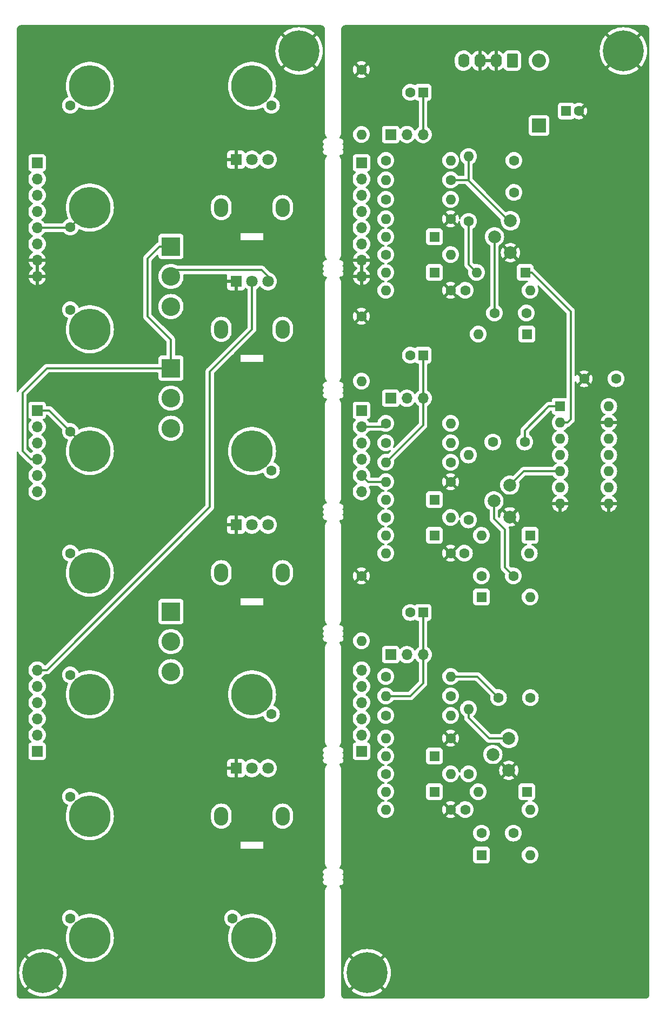
<source format=gbl>
%TF.GenerationSoftware,KiCad,Pcbnew,7.0.2-0*%
%TF.CreationDate,2023-10-21T23:35:19+01:00*%
%TF.ProjectId,serge-r5-triple-wave-shaper,73657267-652d-4723-952d-747269706c65,r02*%
%TF.SameCoordinates,Original*%
%TF.FileFunction,Copper,L2,Bot*%
%TF.FilePolarity,Positive*%
%FSLAX46Y46*%
G04 Gerber Fmt 4.6, Leading zero omitted, Abs format (unit mm)*
G04 Created by KiCad (PCBNEW 7.0.2-0) date 2023-10-21 23:35:19*
%MOMM*%
%LPD*%
G01*
G04 APERTURE LIST*
G04 Aperture macros list*
%AMRoundRect*
0 Rectangle with rounded corners*
0 $1 Rounding radius*
0 $2 $3 $4 $5 $6 $7 $8 $9 X,Y pos of 4 corners*
0 Add a 4 corners polygon primitive as box body*
4,1,4,$2,$3,$4,$5,$6,$7,$8,$9,$2,$3,0*
0 Add four circle primitives for the rounded corners*
1,1,$1+$1,$2,$3*
1,1,$1+$1,$4,$5*
1,1,$1+$1,$6,$7*
1,1,$1+$1,$8,$9*
0 Add four rect primitives between the rounded corners*
20,1,$1+$1,$2,$3,$4,$5,0*
20,1,$1+$1,$4,$5,$6,$7,0*
20,1,$1+$1,$6,$7,$8,$9,0*
20,1,$1+$1,$8,$9,$2,$3,0*%
G04 Aperture macros list end*
%TA.AperFunction,ComponentPad*%
%ADD10R,2.200000X2.200000*%
%TD*%
%TA.AperFunction,ComponentPad*%
%ADD11O,2.200000X2.200000*%
%TD*%
%TA.AperFunction,ComponentPad*%
%ADD12C,1.600000*%
%TD*%
%TA.AperFunction,ComponentPad*%
%ADD13O,1.600000X1.600000*%
%TD*%
%TA.AperFunction,ComponentPad*%
%ADD14C,2.000000*%
%TD*%
%TA.AperFunction,ComponentPad*%
%ADD15C,6.400000*%
%TD*%
%TA.AperFunction,ComponentPad*%
%ADD16R,1.600000X1.600000*%
%TD*%
%TA.AperFunction,ComponentPad*%
%ADD17R,1.700000X1.700000*%
%TD*%
%TA.AperFunction,ComponentPad*%
%ADD18O,1.700000X1.700000*%
%TD*%
%TA.AperFunction,ComponentPad*%
%ADD19RoundRect,0.250000X0.620000X0.845000X-0.620000X0.845000X-0.620000X-0.845000X0.620000X-0.845000X0*%
%TD*%
%TA.AperFunction,ComponentPad*%
%ADD20O,1.740000X2.190000*%
%TD*%
%TA.AperFunction,ComponentPad*%
%ADD21C,6.500000*%
%TD*%
%TA.AperFunction,ComponentPad*%
%ADD22O,2.200000X2.900000*%
%TD*%
%TA.AperFunction,ComponentPad*%
%ADD23R,1.800000X1.800000*%
%TD*%
%TA.AperFunction,ComponentPad*%
%ADD24C,1.800000*%
%TD*%
%TA.AperFunction,ComponentPad*%
%ADD25R,2.921000X2.921000*%
%TD*%
%TA.AperFunction,ComponentPad*%
%ADD26C,2.921000*%
%TD*%
%TA.AperFunction,ViaPad*%
%ADD27C,0.762000*%
%TD*%
%TA.AperFunction,Conductor*%
%ADD28C,0.304800*%
%TD*%
G04 APERTURE END LIST*
D10*
%TO.P,D13,1,K*%
%TO.N,+12V*%
X107188000Y-46228000D03*
D11*
%TO.P,D13,2,A*%
%TO.N,Net-(D13-A)*%
X107188000Y-36068000D03*
%TD*%
D12*
%TO.P,R16,1*%
%TO.N,GND*%
X79375000Y-116713000D03*
D13*
%TO.P,R16,2*%
%TO.N,Net-(JP1-A)*%
X79375000Y-126873000D03*
%TD*%
D14*
%TO.P,RV7,1,1*%
%TO.N,GND*%
X102616000Y-107489000D03*
%TO.P,RV7,2,2*%
%TO.N,Net-(D12-A)*%
X100116000Y-104989000D03*
%TO.P,RV7,3,3*%
%TO.N,Net-(R25-Pad2)*%
X102616000Y-102489000D03*
%TD*%
D12*
%TO.P,R23,1*%
%TO.N,Net-(D10-K)*%
X83185000Y-107569000D03*
D13*
%TO.P,R23,2*%
%TO.N,Net-(D11-K)*%
X93345000Y-107569000D03*
%TD*%
D12*
%TO.P,R13,1*%
%TO.N,Net-(D5-A)*%
X96139000Y-147701000D03*
D13*
%TO.P,R13,2*%
%TO.N,Net-(R13-Pad2)*%
X96139000Y-137541000D03*
%TD*%
D15*
%TO.P,H1,1,1*%
%TO.N,GND*%
X120396000Y-34544000D03*
%TD*%
D12*
%TO.P,R1,1*%
%TO.N,GND*%
X93345000Y-142113000D03*
D13*
%TO.P,R1,2*%
%TO.N,Net-(D1-A)*%
X83185000Y-142113000D03*
%TD*%
D16*
%TO.P,D8,1,K*%
%TO.N,Net-(D7-A)*%
X105283000Y-78867000D03*
D13*
%TO.P,D8,2,A*%
%TO.N,Net-(D8-A)*%
X97663000Y-78867000D03*
%TD*%
D12*
%TO.P,R10,1*%
%TO.N,Net-(J20-Pin_4)*%
X83185000Y-57785000D03*
D13*
%TO.P,R10,2*%
%TO.N,Net-(C2-Pad1)*%
X93345000Y-57785000D03*
%TD*%
D17*
%TO.P,J20,1,Pin_1*%
%TO.N,Net-(J20-Pin_1)*%
X79375000Y-52070000D03*
D18*
%TO.P,J20,2,Pin_2*%
%TO.N,Net-(J20-Pin_2)*%
X79375000Y-54610000D03*
%TO.P,J20,3,Pin_3*%
%TO.N,Net-(J20-Pin_3)*%
X79375000Y-57150000D03*
%TO.P,J20,4,Pin_4*%
%TO.N,Net-(J20-Pin_4)*%
X79375000Y-59690000D03*
%TO.P,J20,5,Pin_5*%
%TO.N,Net-(D4-A)*%
X79375000Y-62230000D03*
%TO.P,J20,6,Pin_6*%
%TO.N,Net-(D3-A)*%
X79375000Y-64770000D03*
%TO.P,J20,7,Pin_7*%
%TO.N,GND*%
X79375000Y-67310000D03*
%TO.P,J20,8,Pin_8*%
X79375000Y-69850000D03*
%TD*%
D12*
%TO.P,R27,1*%
%TO.N,GND*%
X79375000Y-76073000D03*
D13*
%TO.P,R27,2*%
%TO.N,Net-(JP3-A)*%
X79375000Y-86233000D03*
%TD*%
D12*
%TO.P,R21,1*%
%TO.N,Net-(J18-Pin_2)*%
X83185000Y-92837000D03*
D13*
%TO.P,R21,2*%
%TO.N,Net-(C7-Pad1)*%
X93345000Y-92837000D03*
%TD*%
D16*
%TO.P,D2,1,K*%
%TO.N,Net-(D2-K)*%
X90805000Y-150495000D03*
D13*
%TO.P,D2,2,A*%
%TO.N,Net-(D2-A)*%
X83185000Y-150495000D03*
%TD*%
D17*
%TO.P,J21,1,Pin_1*%
%TO.N,Net-(J21-Pin_1)*%
X28575000Y-52070000D03*
D18*
%TO.P,J21,2,Pin_2*%
%TO.N,Net-(J21-Pin_2)*%
X28575000Y-54610000D03*
%TO.P,J21,3,Pin_3*%
%TO.N,Net-(J21-Pin_3)*%
X28575000Y-57150000D03*
%TO.P,J21,4,Pin_4*%
%TO.N,Net-(J21-Pin_4)*%
X28575000Y-59690000D03*
%TO.P,J21,5,Pin_5*%
%TO.N,Net-(J21-Pin_5)*%
X28575000Y-62230000D03*
%TO.P,J21,6,Pin_6*%
%TO.N,Net-(J21-Pin_6)*%
X28575000Y-64770000D03*
%TO.P,J21,7,Pin_7*%
%TO.N,GND*%
X28575000Y-67310000D03*
%TO.P,J21,8,Pin_8*%
X28575000Y-69850000D03*
%TD*%
D15*
%TO.P,H3,1,1*%
%TO.N,GND*%
X29464000Y-178816000D03*
%TD*%
D12*
%TO.P,R11,1*%
%TO.N,Net-(D4-K)*%
X83185000Y-66421000D03*
D13*
%TO.P,R11,2*%
%TO.N,Net-(D7-K)*%
X93345000Y-66421000D03*
%TD*%
D12*
%TO.P,C1,1*%
%TO.N,Net-(C1-Pad1)*%
X100838000Y-135763000D03*
%TO.P,C1,2*%
%TO.N,Net-(D5-K)*%
X105838000Y-135763000D03*
%TD*%
%TO.P,R17,1*%
%TO.N,Net-(R14-Pad2)*%
X93345000Y-54737000D03*
D13*
%TO.P,R17,2*%
%TO.N,Net-(J20-Pin_3)*%
X83185000Y-54737000D03*
%TD*%
D12*
%TO.P,R26,1*%
%TO.N,Net-(R25-Pad2)*%
X93345000Y-98933000D03*
D13*
%TO.P,R26,2*%
%TO.N,Net-(J18-Pin_4)*%
X83185000Y-98933000D03*
%TD*%
D16*
%TO.P,D3,1,K*%
%TO.N,Net-(D3-K)*%
X90805000Y-69215000D03*
D13*
%TO.P,D3,2,A*%
%TO.N,Net-(D3-A)*%
X83185000Y-69215000D03*
%TD*%
D12*
%TO.P,R4,1*%
%TO.N,Net-(J12-Pin_6)*%
X83185000Y-132461000D03*
D13*
%TO.P,R4,2*%
%TO.N,Net-(C1-Pad1)*%
X93345000Y-132461000D03*
%TD*%
D12*
%TO.P,R8,1*%
%TO.N,Net-(D1-K)*%
X83185000Y-147701000D03*
D13*
%TO.P,R8,2*%
%TO.N,Net-(D5-A)*%
X93345000Y-147701000D03*
%TD*%
D12*
%TO.P,R15,1*%
%TO.N,Net-(R13-Pad2)*%
X93345000Y-135509000D03*
D13*
%TO.P,R15,2*%
%TO.N,Net-(J12-Pin_5)*%
X83185000Y-135509000D03*
%TD*%
D12*
%TO.P,C4,1*%
%TO.N,Net-(D7-A)*%
X105203000Y-75565000D03*
%TO.P,C4,2*%
%TO.N,Net-(D8-A)*%
X100203000Y-75565000D03*
%TD*%
D17*
%TO.P,JP3,1,A*%
%TO.N,Net-(JP3-A)*%
X83947000Y-88900000D03*
D18*
%TO.P,JP3,2,C*%
%TO.N,Net-(J18-Pin_1)*%
X86487000Y-88900000D03*
%TO.P,JP3,3,B*%
%TO.N,Net-(J18-Pin_4)*%
X89027000Y-88900000D03*
%TD*%
D16*
%TO.P,D6,1,K*%
%TO.N,Net-(D5-A)*%
X98171000Y-160401000D03*
D13*
%TO.P,D6,2,A*%
%TO.N,Net-(D6-A)*%
X105791000Y-160401000D03*
%TD*%
D17*
%TO.P,J11,1,Pin_1*%
%TO.N,Net-(J11-Pin_1)*%
X28575000Y-144145000D03*
D18*
%TO.P,J11,2,Pin_2*%
%TO.N,Net-(J11-Pin_2)*%
X28575000Y-141605000D03*
%TO.P,J11,3,Pin_3*%
%TO.N,Net-(J11-Pin_3)*%
X28575000Y-139065000D03*
%TO.P,J11,4,Pin_4*%
%TO.N,Net-(J11-Pin_4)*%
X28575000Y-136525000D03*
%TO.P,J11,5,Pin_5*%
%TO.N,Net-(J11-Pin_5)*%
X28575000Y-133985000D03*
%TO.P,J11,6,Pin_6*%
%TO.N,Net-(J11-Pin_6)*%
X28575000Y-131445000D03*
%TD*%
D12*
%TO.P,C9,1*%
%TO.N,Net-(D11-A)*%
X98171000Y-116713000D03*
%TO.P,C9,2*%
%TO.N,Net-(D12-A)*%
X103171000Y-116713000D03*
%TD*%
%TO.P,C3,1*%
%TO.N,Net-(D5-A)*%
X98171000Y-156972000D03*
%TO.P,C3,2*%
%TO.N,Net-(D6-A)*%
X103171000Y-156972000D03*
%TD*%
%TO.P,R22,1*%
%TO.N,Net-(J18-Pin_3)*%
X83185000Y-95885000D03*
D13*
%TO.P,R22,2*%
%TO.N,Net-(C7-Pad1)*%
X93345000Y-95885000D03*
%TD*%
D14*
%TO.P,RV5,1,1*%
%TO.N,GND*%
X102703000Y-66127000D03*
%TO.P,RV5,2,2*%
%TO.N,Net-(D8-A)*%
X100203000Y-63627000D03*
%TO.P,RV5,3,3*%
%TO.N,Net-(R14-Pad2)*%
X102703000Y-61127000D03*
%TD*%
D16*
%TO.P,C10,1*%
%TO.N,+12V*%
X111439887Y-43942000D03*
D12*
%TO.P,C10,2*%
%TO.N,GND*%
X113439887Y-43942000D03*
%TD*%
%TO.P,R19,1*%
%TO.N,GND*%
X93345000Y-113157000D03*
D13*
%TO.P,R19,2*%
%TO.N,Net-(D9-A)*%
X83185000Y-113157000D03*
%TD*%
D16*
%TO.P,D7,1,K*%
%TO.N,Net-(D7-K)*%
X105029000Y-69215000D03*
D13*
%TO.P,D7,2,A*%
%TO.N,Net-(D7-A)*%
X97409000Y-69215000D03*
%TD*%
D15*
%TO.P,H4,1,1*%
%TO.N,GND*%
X69596000Y-34544000D03*
%TD*%
D12*
%TO.P,R24,1*%
%TO.N,Net-(D9-K)*%
X95504000Y-113157000D03*
D13*
%TO.P,R24,2*%
%TO.N,Net-(D11-A)*%
X105664000Y-113157000D03*
%TD*%
D12*
%TO.P,R9,1*%
%TO.N,Net-(J20-Pin_2)*%
X83185000Y-51689000D03*
D13*
%TO.P,R9,2*%
%TO.N,Net-(C2-Pad1)*%
X93345000Y-51689000D03*
%TD*%
D16*
%TO.P,D4,1,K*%
%TO.N,Net-(D4-K)*%
X90805000Y-63627000D03*
D13*
%TO.P,D4,2,A*%
%TO.N,Net-(D4-A)*%
X83185000Y-63627000D03*
%TD*%
D16*
%TO.P,C11,1*%
%TO.N,Net-(J18-Pin_4)*%
X89027000Y-82169000D03*
D12*
%TO.P,C11,2*%
%TO.N,Net-(JP3-A)*%
X87027000Y-82169000D03*
%TD*%
D16*
%TO.P,D10,1,K*%
%TO.N,Net-(D10-K)*%
X90805000Y-104775000D03*
D13*
%TO.P,D10,2,A*%
%TO.N,Net-(D10-A)*%
X83185000Y-104775000D03*
%TD*%
D17*
%TO.P,J17,1,Pin_1*%
%TO.N,Net-(J17-Pin_1)*%
X28575000Y-90805000D03*
D18*
%TO.P,J17,2,Pin_2*%
%TO.N,Net-(J17-Pin_2)*%
X28575000Y-93345000D03*
%TO.P,J17,3,Pin_3*%
%TO.N,Net-(J17-Pin_3)*%
X28575000Y-95885000D03*
%TO.P,J17,4,Pin_4*%
%TO.N,Net-(J17-Pin_4)*%
X28575000Y-98425000D03*
%TO.P,J17,5,Pin_5*%
%TO.N,Net-(J17-Pin_5)*%
X28575000Y-100965000D03*
%TO.P,J17,6,Pin_6*%
%TO.N,Net-(J17-Pin_6)*%
X28575000Y-103505000D03*
%TD*%
D17*
%TO.P,JP2,1,A*%
%TO.N,Net-(JP2-A)*%
X83947000Y-47625000D03*
D18*
%TO.P,JP2,2,C*%
%TO.N,Net-(J20-Pin_1)*%
X86487000Y-47625000D03*
%TO.P,JP2,3,B*%
%TO.N,Net-(J20-Pin_3)*%
X89027000Y-47625000D03*
%TD*%
D14*
%TO.P,RV4,1,1*%
%TO.N,GND*%
X102449000Y-147153000D03*
%TO.P,RV4,2,2*%
%TO.N,Net-(D6-A)*%
X99949000Y-144653000D03*
%TO.P,RV4,3,3*%
%TO.N,Net-(R13-Pad2)*%
X102449000Y-142153000D03*
%TD*%
D12*
%TO.P,R18,1*%
%TO.N,GND*%
X79375000Y-37465000D03*
D13*
%TO.P,R18,2*%
%TO.N,Net-(JP2-A)*%
X79375000Y-47625000D03*
%TD*%
D12*
%TO.P,R7,1*%
%TO.N,Net-(D2-K)*%
X95631000Y-153289000D03*
D13*
%TO.P,R7,2*%
%TO.N,Net-(D5-K)*%
X105791000Y-153289000D03*
%TD*%
D16*
%TO.P,U1,1,+*%
%TO.N,Net-(D11-K)*%
X110490000Y-90170000D03*
D13*
%TO.P,U1,2,+*%
%TO.N,Net-(D7-K)*%
X110490000Y-92710000D03*
%TO.P,U1,3,-*%
%TO.N,Net-(D7-A)*%
X110490000Y-95250000D03*
%TO.P,U1,4*%
%TO.N,Net-(R14-Pad2)*%
X110490000Y-97790000D03*
%TO.P,U1,5*%
%TO.N,Net-(R25-Pad2)*%
X110490000Y-100330000D03*
%TO.P,U1,6,-*%
%TO.N,Net-(D11-A)*%
X110490000Y-102870000D03*
%TO.P,U1,7,GND*%
%TO.N,GND*%
X110490000Y-105410000D03*
%TO.P,U1,8,-*%
X118110000Y-105410000D03*
%TO.P,U1,9*%
%TO.N,unconnected-(U1-Pad9)*%
X118110000Y-102870000D03*
%TO.P,U1,10*%
%TO.N,Net-(R13-Pad2)*%
X118110000Y-100330000D03*
%TO.P,U1,11,-*%
%TO.N,Net-(D5-A)*%
X118110000Y-97790000D03*
%TO.P,U1,12,+*%
%TO.N,Net-(D5-K)*%
X118110000Y-95250000D03*
%TO.P,U1,13,+*%
%TO.N,GND*%
X118110000Y-92710000D03*
%TO.P,U1,14,V+*%
%TO.N,+12V*%
X118110000Y-90170000D03*
%TD*%
D12*
%TO.P,R3,1*%
%TO.N,Net-(J12-Pin_4)*%
X83185000Y-138557000D03*
D13*
%TO.P,R3,2*%
%TO.N,Net-(C1-Pad1)*%
X93345000Y-138557000D03*
%TD*%
D12*
%TO.P,R2,1*%
%TO.N,GND*%
X93345000Y-153289000D03*
D13*
%TO.P,R2,2*%
%TO.N,Net-(D2-A)*%
X83185000Y-153289000D03*
%TD*%
D16*
%TO.P,C5,1*%
%TO.N,Net-(J12-Pin_5)*%
X89027000Y-122428000D03*
D12*
%TO.P,C5,2*%
%TO.N,Net-(JP1-A)*%
X87027000Y-122428000D03*
%TD*%
D16*
%TO.P,D1,1,K*%
%TO.N,Net-(D1-K)*%
X90805000Y-144907000D03*
D13*
%TO.P,D1,2,A*%
%TO.N,Net-(D1-A)*%
X83185000Y-144907000D03*
%TD*%
D12*
%TO.P,R14,1*%
%TO.N,Net-(D7-A)*%
X96139000Y-61214000D03*
D13*
%TO.P,R14,2*%
%TO.N,Net-(R14-Pad2)*%
X96139000Y-51054000D03*
%TD*%
D12*
%TO.P,C8,1*%
%TO.N,+12V*%
X119253000Y-85852000D03*
%TO.P,C8,2*%
%TO.N,GND*%
X114253000Y-85852000D03*
%TD*%
%TO.P,C7,1*%
%TO.N,Net-(C7-Pad1)*%
X99949000Y-95758000D03*
%TO.P,C7,2*%
%TO.N,Net-(D11-K)*%
X104949000Y-95758000D03*
%TD*%
%TO.P,R25,1*%
%TO.N,Net-(D11-A)*%
X96139000Y-107950000D03*
D13*
%TO.P,R25,2*%
%TO.N,Net-(R25-Pad2)*%
X96139000Y-97790000D03*
%TD*%
D17*
%TO.P,JP1,1,A*%
%TO.N,Net-(JP1-A)*%
X83947000Y-129032000D03*
D18*
%TO.P,JP1,2,C*%
%TO.N,Net-(J12-Pin_3)*%
X86487000Y-129032000D03*
%TO.P,JP1,3,B*%
%TO.N,Net-(J12-Pin_5)*%
X89027000Y-129032000D03*
%TD*%
D12*
%TO.P,R12,1*%
%TO.N,Net-(D3-K)*%
X95631000Y-72009000D03*
D13*
%TO.P,R12,2*%
%TO.N,Net-(D7-A)*%
X105791000Y-72009000D03*
%TD*%
D16*
%TO.P,D12,1,K*%
%TO.N,Net-(D11-A)*%
X98171000Y-120015000D03*
D13*
%TO.P,D12,2,A*%
%TO.N,Net-(D12-A)*%
X105791000Y-120015000D03*
%TD*%
D15*
%TO.P,H2,1,1*%
%TO.N,GND*%
X80264000Y-178816000D03*
%TD*%
D16*
%TO.P,D5,1,K*%
%TO.N,Net-(D5-K)*%
X105283000Y-150495000D03*
D13*
%TO.P,D5,2,A*%
%TO.N,Net-(D5-A)*%
X97663000Y-150495000D03*
%TD*%
D19*
%TO.P,J9,1,+12V*%
%TO.N,Net-(D13-A)*%
X102997000Y-36068000D03*
D20*
%TO.P,J9,2,GND*%
%TO.N,GND*%
X100457000Y-36068000D03*
%TO.P,J9,3,GND*%
X97917000Y-36068000D03*
%TO.P,J9,4,-12V*%
%TO.N,unconnected-(J9--12V-Pad4)*%
X95377000Y-36068000D03*
%TD*%
D12*
%TO.P,R5,1*%
%TO.N,GND*%
X93345000Y-72009000D03*
D13*
%TO.P,R5,2*%
%TO.N,Net-(D3-A)*%
X83185000Y-72009000D03*
%TD*%
D16*
%TO.P,C6,1*%
%TO.N,Net-(J20-Pin_3)*%
X89027000Y-41021000D03*
D12*
%TO.P,C6,2*%
%TO.N,Net-(JP2-A)*%
X87027000Y-41021000D03*
%TD*%
%TO.P,C2,1*%
%TO.N,Net-(C2-Pad1)*%
X103251000Y-51689000D03*
%TO.P,C2,2*%
%TO.N,Net-(D7-K)*%
X103251000Y-56689000D03*
%TD*%
%TO.P,R20,1*%
%TO.N,GND*%
X93345000Y-101981000D03*
D13*
%TO.P,R20,2*%
%TO.N,Net-(D10-A)*%
X83185000Y-101981000D03*
%TD*%
D16*
%TO.P,D11,1,K*%
%TO.N,Net-(D11-K)*%
X105791000Y-110363000D03*
D13*
%TO.P,D11,2,A*%
%TO.N,Net-(D11-A)*%
X98171000Y-110363000D03*
%TD*%
D12*
%TO.P,R6,1*%
%TO.N,GND*%
X93345000Y-60833000D03*
D13*
%TO.P,R6,2*%
%TO.N,Net-(D4-A)*%
X83185000Y-60833000D03*
%TD*%
D16*
%TO.P,D9,1,K*%
%TO.N,Net-(D9-K)*%
X90805000Y-110363000D03*
D13*
%TO.P,D9,2,A*%
%TO.N,Net-(D9-A)*%
X83185000Y-110363000D03*
%TD*%
D21*
%TO.P,J6,1*%
%TO.N,Net-(J21-Pin_6)*%
X36830000Y-78105000D03*
D12*
X33782000Y-75057000D03*
%TD*%
D17*
%TO.P,J12,1,Pin_1*%
%TO.N,Net-(D2-A)*%
X79375000Y-144145000D03*
D18*
%TO.P,J12,2,Pin_2*%
%TO.N,Net-(D1-A)*%
X79375000Y-141605000D03*
%TO.P,J12,3,Pin_3*%
%TO.N,Net-(J12-Pin_3)*%
X79375000Y-139065000D03*
%TO.P,J12,4,Pin_4*%
%TO.N,Net-(J12-Pin_4)*%
X79375000Y-136525000D03*
%TO.P,J12,5,Pin_5*%
%TO.N,Net-(J12-Pin_5)*%
X79375000Y-133985000D03*
%TO.P,J12,6,Pin_6*%
%TO.N,Net-(J12-Pin_6)*%
X79375000Y-131445000D03*
%TD*%
D17*
%TO.P,J18,1,Pin_1*%
%TO.N,Net-(J18-Pin_1)*%
X79375000Y-90805000D03*
D18*
%TO.P,J18,2,Pin_2*%
%TO.N,Net-(J18-Pin_2)*%
X79375000Y-93345000D03*
%TO.P,J18,3,Pin_3*%
%TO.N,Net-(J18-Pin_3)*%
X79375000Y-95885000D03*
%TO.P,J18,4,Pin_4*%
%TO.N,Net-(J18-Pin_4)*%
X79375000Y-98425000D03*
%TO.P,J18,5,Pin_5*%
%TO.N,Net-(D10-A)*%
X79375000Y-100965000D03*
%TO.P,J18,6,Pin_6*%
%TO.N,Net-(D9-A)*%
X79375000Y-103505000D03*
%TD*%
D22*
%TO.P,RV6,*%
%TO.N,*%
X57430000Y-116205000D03*
X67030000Y-116205000D03*
D23*
%TO.P,RV6,1,1*%
%TO.N,GND*%
X59730000Y-108705000D03*
D24*
%TO.P,RV6,2,2*%
%TO.N,Net-(J17-Pin_2)*%
X62230000Y-108705000D03*
%TO.P,RV6,3,3*%
%TO.N,Net-(J16-Pad1)*%
X64730000Y-108705000D03*
%TD*%
D21*
%TO.P,J16,1*%
%TO.N,Net-(J16-Pad1)*%
X62230000Y-97155000D03*
D12*
X65278000Y-100203000D03*
%TD*%
D21*
%TO.P,J3,1*%
%TO.N,Net-(J11-Pin_1)*%
X62230000Y-173355000D03*
D12*
X59182000Y-170307000D03*
%TD*%
D25*
%TO.P,SW2,1,A*%
%TO.N,Net-(J17-Pin_4)*%
X49530000Y-84201000D03*
D26*
%TO.P,SW2,2,B*%
%TO.N,Net-(J21-Pin_4)*%
X49530000Y-88900000D03*
%TO.P,SW2,3,C*%
%TO.N,Net-(JP5-A)*%
X49530000Y-93599000D03*
%TD*%
D25*
%TO.P,SW3,1,A*%
%TO.N,Net-(J11-Pin_5)*%
X49530000Y-122301000D03*
D26*
%TO.P,SW3,2,B*%
%TO.N,Net-(J17-Pin_3)*%
X49530000Y-127000000D03*
%TO.P,SW3,3,C*%
%TO.N,Net-(JP4-A)*%
X49530000Y-131699000D03*
%TD*%
D21*
%TO.P,J4,1*%
%TO.N,Net-(J4-Pad1)*%
X62230000Y-135255000D03*
D12*
X65278000Y-138303000D03*
%TD*%
D21*
%TO.P,J15,1*%
%TO.N,Net-(J17-Pin_5)*%
X36830000Y-116205000D03*
D12*
X33782000Y-113157000D03*
%TD*%
D21*
%TO.P,J1,1*%
%TO.N,Net-(J11-Pin_3)*%
X36830000Y-154305000D03*
D12*
X33782000Y-151257000D03*
%TD*%
D21*
%TO.P,J5,1*%
%TO.N,Net-(J21-Pin_1)*%
X36830000Y-40005000D03*
D12*
X33782000Y-43053000D03*
%TD*%
D21*
%TO.P,J13,1*%
%TO.N,Net-(J17-Pin_1)*%
X36830000Y-97155000D03*
D12*
X33782000Y-94107000D03*
%TD*%
D21*
%TO.P,J7,1*%
%TO.N,Net-(J21-Pin_5)*%
X36830000Y-59055000D03*
D12*
X33782000Y-62103000D03*
%TD*%
D22*
%TO.P,RV2,*%
%TO.N,*%
X57430000Y-78105000D03*
X67030000Y-78105000D03*
D23*
%TO.P,RV2,1,1*%
%TO.N,GND*%
X59730000Y-70605000D03*
D24*
%TO.P,RV2,2,2*%
%TO.N,Net-(J11-Pin_6)*%
X62230000Y-70605000D03*
%TO.P,RV2,3,3*%
%TO.N,Net-(SW1-B)*%
X64730000Y-70605000D03*
%TD*%
D25*
%TO.P,SW1,1,A*%
%TO.N,Net-(J17-Pin_4)*%
X49530000Y-65151000D03*
D26*
%TO.P,SW1,2,B*%
%TO.N,Net-(SW1-B)*%
X49530000Y-69850000D03*
%TO.P,SW1,3,C*%
%TO.N,Net-(J21-Pin_3)*%
X49530000Y-74549000D03*
%TD*%
D21*
%TO.P,J14,1*%
%TO.N,Net-(J17-Pin_6)*%
X36830000Y-135255000D03*
D12*
X33782000Y-132207000D03*
%TD*%
D21*
%TO.P,J8,1*%
%TO.N,Net-(J8-Pad1)*%
X62230000Y-40005000D03*
D12*
X65278000Y-43053000D03*
%TD*%
D22*
%TO.P,RV1,*%
%TO.N,*%
X57430000Y-59055000D03*
X67030000Y-59055000D03*
D23*
%TO.P,RV1,1,1*%
%TO.N,GND*%
X59730000Y-51555000D03*
D24*
%TO.P,RV1,2,2*%
%TO.N,Net-(J21-Pin_2)*%
X62230000Y-51555000D03*
%TO.P,RV1,3,3*%
%TO.N,Net-(J8-Pad1)*%
X64730000Y-51555000D03*
%TD*%
D22*
%TO.P,RV3,*%
%TO.N,*%
X57430000Y-154305000D03*
X67030000Y-154305000D03*
D23*
%TO.P,RV3,1,1*%
%TO.N,GND*%
X59730000Y-146805000D03*
D24*
%TO.P,RV3,2,2*%
%TO.N,Net-(J11-Pin_4)*%
X62230000Y-146805000D03*
%TO.P,RV3,3,3*%
%TO.N,Net-(J4-Pad1)*%
X64730000Y-146805000D03*
%TD*%
D21*
%TO.P,J2,1*%
%TO.N,Net-(J11-Pin_2)*%
X36830000Y-173355000D03*
D12*
X33782000Y-170307000D03*
%TD*%
D27*
%TO.N,GND*%
X109855000Y-85344000D03*
%TD*%
D28*
%TO.N,Net-(C1-Pad1)*%
X93345000Y-132461000D02*
X97536000Y-132461000D01*
X97536000Y-132461000D02*
X100838000Y-135763000D01*
%TO.N,Net-(D7-K)*%
X111633000Y-92710000D02*
X110490000Y-92710000D01*
X106045000Y-69215000D02*
X112141000Y-75311000D01*
X105029000Y-69215000D02*
X106045000Y-69215000D01*
X112141000Y-92202000D02*
X111633000Y-92710000D01*
X112141000Y-75311000D02*
X112141000Y-92202000D01*
%TO.N,Net-(D7-A)*%
X96139000Y-67945000D02*
X97409000Y-69215000D01*
X96139000Y-61214000D02*
X96139000Y-67945000D01*
%TO.N,Net-(D8-A)*%
X100203000Y-63627000D02*
X100203000Y-75565000D01*
%TO.N,Net-(D11-K)*%
X104949000Y-93933000D02*
X108712000Y-90170000D01*
X104949000Y-95758000D02*
X104949000Y-93933000D01*
X108712000Y-90170000D02*
X110490000Y-90170000D01*
%TO.N,Net-(D12-A)*%
X101854000Y-109474000D02*
X101854000Y-115396000D01*
X101854000Y-115396000D02*
X103171000Y-116713000D01*
X100116000Y-104989000D02*
X100116000Y-107736000D01*
X100116000Y-107736000D02*
X101854000Y-109474000D01*
%TO.N,Net-(J18-Pin_2)*%
X79375000Y-93345000D02*
X82677000Y-93345000D01*
X82677000Y-93345000D02*
X83185000Y-92837000D01*
%TO.N,Net-(D10-A)*%
X79375000Y-100965000D02*
X80391000Y-101981000D01*
X80391000Y-101981000D02*
X83185000Y-101981000D01*
%TO.N,Net-(R13-Pad2)*%
X96139000Y-138938000D02*
X99354000Y-142153000D01*
X99354000Y-142153000D02*
X102449000Y-142153000D01*
X96139000Y-137541000D02*
X96139000Y-138938000D01*
%TO.N,Net-(R14-Pad2)*%
X93345000Y-54737000D02*
X96012000Y-54737000D01*
X96139000Y-54864000D02*
X102402000Y-61127000D01*
X96139000Y-51054000D02*
X96139000Y-54864000D01*
X96012000Y-54737000D02*
X96139000Y-54864000D01*
X102402000Y-61127000D02*
X102703000Y-61127000D01*
%TO.N,Net-(R25-Pad2)*%
X104775000Y-100330000D02*
X110490000Y-100330000D01*
X102616000Y-102489000D02*
X104775000Y-100330000D01*
%TO.N,Net-(J11-Pin_6)*%
X62230000Y-70605000D02*
X62230000Y-78105000D01*
X62230000Y-78105000D02*
X55626000Y-84709000D01*
X30099000Y-131445000D02*
X28575000Y-131445000D01*
X55626000Y-105918000D02*
X30099000Y-131445000D01*
X55626000Y-84709000D02*
X55626000Y-105918000D01*
%TO.N,Net-(J17-Pin_1)*%
X30480000Y-90805000D02*
X33782000Y-94107000D01*
X33782000Y-94107000D02*
X36830000Y-97155000D01*
X28575000Y-90805000D02*
X30480000Y-90805000D01*
%TO.N,Net-(J17-Pin_4)*%
X49530000Y-65151000D02*
X47752000Y-65151000D01*
X26289000Y-88011000D02*
X26289000Y-97155000D01*
X49530000Y-79756000D02*
X49530000Y-84201000D01*
X45847000Y-67056000D02*
X45847000Y-76073000D01*
X47752000Y-65151000D02*
X45847000Y-67056000D01*
X26289000Y-97155000D02*
X27559000Y-98425000D01*
X27559000Y-98425000D02*
X28575000Y-98425000D01*
X45847000Y-76073000D02*
X49530000Y-79756000D01*
X49530000Y-84201000D02*
X30099000Y-84201000D01*
X30099000Y-84201000D02*
X26289000Y-88011000D01*
%TO.N,Net-(J18-Pin_4)*%
X89027000Y-88900000D02*
X89027000Y-93091000D01*
X89027000Y-93091000D02*
X83185000Y-98933000D01*
X89027000Y-82169000D02*
X89027000Y-88900000D01*
%TO.N,Net-(SW1-B)*%
X64730000Y-69810000D02*
X64730000Y-70605000D01*
X49530000Y-69850000D02*
X50546000Y-68834000D01*
X63754000Y-68834000D02*
X64730000Y-69810000D01*
X50546000Y-68834000D02*
X63754000Y-68834000D01*
%TO.N,Net-(J12-Pin_5)*%
X89027000Y-133477000D02*
X89027000Y-129032000D01*
X89027000Y-122428000D02*
X89027000Y-129032000D01*
X83185000Y-135509000D02*
X86995000Y-135509000D01*
X86995000Y-135509000D02*
X89027000Y-133477000D01*
%TO.N,Net-(J20-Pin_3)*%
X89027000Y-47625000D02*
X89027000Y-41021000D01*
%TO.N,Net-(J21-Pin_5)*%
X28575000Y-62230000D02*
X33655000Y-62230000D01*
X33782000Y-62103000D02*
X36830000Y-59055000D01*
X33655000Y-62230000D02*
X33782000Y-62103000D01*
%TD*%
%TA.AperFunction,Conductor*%
%TO.N,GND*%
G36*
X28825000Y-69414498D02*
G01*
X28717315Y-69365320D01*
X28610763Y-69350000D01*
X28539237Y-69350000D01*
X28432685Y-69365320D01*
X28325000Y-69414498D01*
X28325000Y-67745501D01*
X28432685Y-67794680D01*
X28539237Y-67810000D01*
X28610763Y-67810000D01*
X28717315Y-67794680D01*
X28825000Y-67745501D01*
X28825000Y-69414498D01*
G37*
%TD.AperFunction*%
%TA.AperFunction,Conductor*%
G36*
X73031922Y-30504393D02*
G01*
X73051354Y-30506583D01*
X73163527Y-30521351D01*
X73188229Y-30527234D01*
X73230816Y-30542137D01*
X73237273Y-30544602D01*
X73310519Y-30574942D01*
X73329037Y-30584509D01*
X73371967Y-30611484D01*
X73381476Y-30618098D01*
X73440272Y-30663215D01*
X73452466Y-30673910D01*
X73489200Y-30710645D01*
X73499894Y-30722839D01*
X73545004Y-30781628D01*
X73551623Y-30791144D01*
X73578597Y-30834075D01*
X73588164Y-30852594D01*
X73618498Y-30925830D01*
X73620978Y-30932329D01*
X73635861Y-30974865D01*
X73641757Y-30999623D01*
X73656449Y-31111158D01*
X73658741Y-31131507D01*
X73659500Y-31145054D01*
X73659500Y-47239014D01*
X73659321Y-47239620D01*
X73659500Y-47243701D01*
X73659500Y-47349276D01*
X73676988Y-47454079D01*
X73676794Y-47455678D01*
X73678792Y-47464889D01*
X73694156Y-47556961D01*
X73730705Y-47663424D01*
X73730821Y-47665995D01*
X73730961Y-47666296D01*
X73735858Y-47678433D01*
X73753626Y-47730187D01*
X73762523Y-47756103D01*
X73815008Y-47853087D01*
X73819120Y-47860685D01*
X73819908Y-47864377D01*
X73821143Y-47866140D01*
X73828622Y-47878244D01*
X73862735Y-47941280D01*
X73931273Y-48029338D01*
X73956915Y-48094332D01*
X73943348Y-48162872D01*
X73894880Y-48213197D01*
X73833419Y-48229500D01*
X73794201Y-48229500D01*
X73687542Y-48244834D01*
X73556625Y-48304623D01*
X73447858Y-48398870D01*
X73370047Y-48519947D01*
X73329500Y-48658039D01*
X73329500Y-48801960D01*
X73370047Y-48940054D01*
X73449034Y-49062962D01*
X73468718Y-49130001D01*
X73449034Y-49197038D01*
X73370047Y-49319945D01*
X73329500Y-49458039D01*
X73329500Y-49601960D01*
X73370047Y-49740054D01*
X73449034Y-49862962D01*
X73468718Y-49930001D01*
X73449034Y-49997038D01*
X73370047Y-50119945D01*
X73343693Y-50209700D01*
X73329500Y-50258039D01*
X73329500Y-50401961D01*
X73370047Y-50540053D01*
X73447857Y-50661128D01*
X73447858Y-50661129D01*
X73556625Y-50755376D01*
X73556626Y-50755376D01*
X73556627Y-50755377D01*
X73577497Y-50764908D01*
X73687542Y-50815165D01*
X73794201Y-50830500D01*
X73833419Y-50830500D01*
X73900458Y-50850185D01*
X73946213Y-50902989D01*
X73956157Y-50972147D01*
X73931273Y-51030662D01*
X73862735Y-51118719D01*
X73828625Y-51181750D01*
X73821147Y-51193852D01*
X73820854Y-51194270D01*
X73819120Y-51199313D01*
X73762523Y-51303895D01*
X73735859Y-51381563D01*
X73731330Y-51392785D01*
X73730706Y-51396573D01*
X73694155Y-51503041D01*
X73678792Y-51595108D01*
X73676977Y-51603472D01*
X73676988Y-51605919D01*
X73659500Y-51710722D01*
X73659500Y-51816297D01*
X73659336Y-51820044D01*
X73659500Y-51820984D01*
X73659500Y-66289014D01*
X73659321Y-66289620D01*
X73659500Y-66293701D01*
X73659500Y-66399276D01*
X73676988Y-66504079D01*
X73676794Y-66505678D01*
X73678792Y-66514889D01*
X73694156Y-66606961D01*
X73730705Y-66713424D01*
X73730821Y-66715995D01*
X73730961Y-66716296D01*
X73735858Y-66728433D01*
X73753626Y-66780187D01*
X73762523Y-66806103D01*
X73819120Y-66910685D01*
X73819908Y-66914377D01*
X73821143Y-66916140D01*
X73828622Y-66928244D01*
X73862735Y-66991280D01*
X73931273Y-67079338D01*
X73956915Y-67144332D01*
X73943348Y-67212872D01*
X73894880Y-67263197D01*
X73833419Y-67279500D01*
X73794201Y-67279500D01*
X73687542Y-67294834D01*
X73556625Y-67354623D01*
X73447858Y-67448870D01*
X73370047Y-67569947D01*
X73329500Y-67708039D01*
X73329500Y-67851960D01*
X73370047Y-67990054D01*
X73449034Y-68112962D01*
X73468718Y-68180001D01*
X73449034Y-68247038D01*
X73370047Y-68369945D01*
X73353455Y-68426454D01*
X73329500Y-68508039D01*
X73329500Y-68651961D01*
X73348501Y-68716674D01*
X73370047Y-68790054D01*
X73449034Y-68912962D01*
X73468718Y-68980001D01*
X73449034Y-69047038D01*
X73370047Y-69169945D01*
X73349032Y-69241518D01*
X73329500Y-69308039D01*
X73329500Y-69451961D01*
X73370047Y-69590053D01*
X73447857Y-69711128D01*
X73447858Y-69711129D01*
X73556625Y-69805376D01*
X73687542Y-69865165D01*
X73794201Y-69880500D01*
X73833419Y-69880500D01*
X73900458Y-69900185D01*
X73946213Y-69952989D01*
X73956157Y-70022147D01*
X73931273Y-70080662D01*
X73862735Y-70168719D01*
X73828625Y-70231750D01*
X73821147Y-70243852D01*
X73820854Y-70244270D01*
X73819120Y-70249313D01*
X73762523Y-70353895D01*
X73735859Y-70431563D01*
X73731330Y-70442785D01*
X73730706Y-70446573D01*
X73694155Y-70553041D01*
X73678792Y-70645108D01*
X73676977Y-70653472D01*
X73676988Y-70655919D01*
X73659500Y-70760722D01*
X73659500Y-70866297D01*
X73659336Y-70870044D01*
X73659500Y-70870984D01*
X73659500Y-85339014D01*
X73659321Y-85339620D01*
X73659500Y-85343701D01*
X73659500Y-85344000D01*
X73659500Y-85449277D01*
X73662430Y-85466835D01*
X73676988Y-85554079D01*
X73676794Y-85555678D01*
X73678792Y-85564889D01*
X73694156Y-85656961D01*
X73730705Y-85763424D01*
X73730821Y-85765995D01*
X73730961Y-85766296D01*
X73735858Y-85778433D01*
X73737686Y-85783757D01*
X73762523Y-85856103D01*
X73819120Y-85960685D01*
X73819908Y-85964377D01*
X73821143Y-85966140D01*
X73828622Y-85978244D01*
X73862735Y-86041280D01*
X73931273Y-86129338D01*
X73956915Y-86194332D01*
X73943348Y-86262872D01*
X73894880Y-86313197D01*
X73833419Y-86329500D01*
X73794201Y-86329500D01*
X73687542Y-86344834D01*
X73556625Y-86404623D01*
X73447858Y-86498870D01*
X73370047Y-86619947D01*
X73329500Y-86758039D01*
X73329500Y-86901960D01*
X73370047Y-87040054D01*
X73449034Y-87162960D01*
X73468719Y-87229999D01*
X73449035Y-87297038D01*
X73377643Y-87408128D01*
X73370047Y-87419947D01*
X73329500Y-87558039D01*
X73329500Y-87701961D01*
X73346950Y-87761392D01*
X73370047Y-87840054D01*
X73449034Y-87962960D01*
X73468719Y-88029999D01*
X73449035Y-88097038D01*
X73382092Y-88201205D01*
X73370047Y-88219947D01*
X73329500Y-88358039D01*
X73329500Y-88501961D01*
X73370047Y-88640053D01*
X73447857Y-88761128D01*
X73447858Y-88761129D01*
X73556625Y-88855376D01*
X73556626Y-88855376D01*
X73556627Y-88855377D01*
X73570858Y-88861876D01*
X73687542Y-88915165D01*
X73794201Y-88930500D01*
X73833419Y-88930500D01*
X73900458Y-88950185D01*
X73946213Y-89002989D01*
X73956157Y-89072147D01*
X73931273Y-89130662D01*
X73862735Y-89218719D01*
X73828625Y-89281750D01*
X73821147Y-89293852D01*
X73820854Y-89294270D01*
X73819120Y-89299313D01*
X73762523Y-89403895D01*
X73735859Y-89481563D01*
X73731330Y-89492785D01*
X73730706Y-89496573D01*
X73694155Y-89603041D01*
X73678792Y-89695108D01*
X73676977Y-89703472D01*
X73676988Y-89705919D01*
X73659500Y-89810722D01*
X73659500Y-89916297D01*
X73659336Y-89920044D01*
X73659500Y-89920984D01*
X73659500Y-104389014D01*
X73659321Y-104389620D01*
X73659500Y-104393701D01*
X73659500Y-104499276D01*
X73676988Y-104604079D01*
X73676794Y-104605678D01*
X73678792Y-104614889D01*
X73694156Y-104706961D01*
X73730705Y-104813424D01*
X73730821Y-104815995D01*
X73730961Y-104816296D01*
X73735858Y-104828433D01*
X73747897Y-104863500D01*
X73762523Y-104906103D01*
X73815008Y-105003087D01*
X73819120Y-105010685D01*
X73819908Y-105014377D01*
X73821143Y-105016140D01*
X73828622Y-105028244D01*
X73862735Y-105091280D01*
X73931273Y-105179338D01*
X73956915Y-105244332D01*
X73943348Y-105312872D01*
X73894880Y-105363197D01*
X73833419Y-105379500D01*
X73794201Y-105379500D01*
X73687542Y-105394834D01*
X73556625Y-105454623D01*
X73447858Y-105548870D01*
X73370047Y-105669947D01*
X73329500Y-105808039D01*
X73329500Y-105951960D01*
X73370047Y-106090054D01*
X73449034Y-106212962D01*
X73468718Y-106280001D01*
X73449034Y-106347038D01*
X73370047Y-106469945D01*
X73329500Y-106608039D01*
X73329500Y-106751960D01*
X73370047Y-106890054D01*
X73449034Y-107012962D01*
X73468718Y-107080001D01*
X73449034Y-107147038D01*
X73370047Y-107269945D01*
X73329499Y-107408038D01*
X73329500Y-107408039D01*
X73329500Y-107551961D01*
X73370047Y-107690053D01*
X73446590Y-107809156D01*
X73447858Y-107811129D01*
X73556625Y-107905376D01*
X73556626Y-107905376D01*
X73556627Y-107905377D01*
X73575951Y-107914202D01*
X73687542Y-107965165D01*
X73794201Y-107980500D01*
X73833419Y-107980500D01*
X73900458Y-108000185D01*
X73946213Y-108052989D01*
X73956157Y-108122147D01*
X73931273Y-108180662D01*
X73862735Y-108268719D01*
X73828625Y-108331750D01*
X73821147Y-108343852D01*
X73820854Y-108344270D01*
X73819120Y-108349313D01*
X73762523Y-108453895D01*
X73735859Y-108531563D01*
X73731330Y-108542785D01*
X73730706Y-108546573D01*
X73694155Y-108653041D01*
X73678792Y-108745108D01*
X73676977Y-108753472D01*
X73676988Y-108755919D01*
X73659500Y-108860722D01*
X73659500Y-108966297D01*
X73659336Y-108970044D01*
X73659500Y-108970984D01*
X73659500Y-123439014D01*
X73659321Y-123439620D01*
X73659500Y-123443701D01*
X73659500Y-123549276D01*
X73676988Y-123654079D01*
X73676794Y-123655678D01*
X73678792Y-123664889D01*
X73694156Y-123756961D01*
X73730705Y-123863424D01*
X73730821Y-123865995D01*
X73730961Y-123866296D01*
X73735858Y-123878433D01*
X73753626Y-123930187D01*
X73762523Y-123956103D01*
X73819120Y-124060685D01*
X73819908Y-124064377D01*
X73821143Y-124066140D01*
X73828622Y-124078244D01*
X73862735Y-124141280D01*
X73931273Y-124229338D01*
X73956915Y-124294332D01*
X73943348Y-124362872D01*
X73894880Y-124413197D01*
X73833419Y-124429500D01*
X73794201Y-124429500D01*
X73687542Y-124444834D01*
X73556625Y-124504623D01*
X73447858Y-124598870D01*
X73370047Y-124719947D01*
X73329500Y-124858039D01*
X73329500Y-125001960D01*
X73370047Y-125140054D01*
X73449034Y-125262962D01*
X73468718Y-125330001D01*
X73449034Y-125397038D01*
X73370047Y-125519945D01*
X73329500Y-125658039D01*
X73329500Y-125801960D01*
X73370047Y-125940054D01*
X73449034Y-126062962D01*
X73468718Y-126130001D01*
X73449034Y-126197038D01*
X73370047Y-126319945D01*
X73339567Y-126423753D01*
X73329500Y-126458039D01*
X73329500Y-126601961D01*
X73370047Y-126740053D01*
X73447857Y-126861128D01*
X73447858Y-126861129D01*
X73556625Y-126955376D01*
X73687542Y-127015165D01*
X73794201Y-127030500D01*
X73833419Y-127030500D01*
X73900458Y-127050185D01*
X73946213Y-127102989D01*
X73956157Y-127172147D01*
X73931273Y-127230662D01*
X73862735Y-127318719D01*
X73828625Y-127381750D01*
X73821147Y-127393852D01*
X73820854Y-127394270D01*
X73819120Y-127399313D01*
X73762523Y-127503895D01*
X73735859Y-127581563D01*
X73731330Y-127592785D01*
X73730706Y-127596573D01*
X73694155Y-127703041D01*
X73678792Y-127795108D01*
X73676977Y-127803472D01*
X73676988Y-127805919D01*
X73659500Y-127910722D01*
X73659500Y-128016297D01*
X73659336Y-128020044D01*
X73659500Y-128020984D01*
X73659500Y-142489014D01*
X73659321Y-142489620D01*
X73659500Y-142493701D01*
X73659500Y-142494000D01*
X73659500Y-142599277D01*
X73660940Y-142607906D01*
X73676988Y-142704079D01*
X73676794Y-142705678D01*
X73678792Y-142714889D01*
X73694156Y-142806961D01*
X73730705Y-142913424D01*
X73730821Y-142915995D01*
X73730961Y-142916296D01*
X73735858Y-142928433D01*
X73745770Y-142957303D01*
X73762523Y-143006103D01*
X73819120Y-143110685D01*
X73819908Y-143114377D01*
X73821143Y-143116140D01*
X73828622Y-143128244D01*
X73862735Y-143191280D01*
X73931273Y-143279338D01*
X73956915Y-143344332D01*
X73943348Y-143412872D01*
X73894880Y-143463197D01*
X73833419Y-143479500D01*
X73794201Y-143479500D01*
X73687542Y-143494834D01*
X73556625Y-143554623D01*
X73447858Y-143648870D01*
X73428100Y-143679615D01*
X73370047Y-143769947D01*
X73329500Y-143908039D01*
X73329500Y-144051961D01*
X73332351Y-144061671D01*
X73370047Y-144190054D01*
X73449034Y-144312962D01*
X73468718Y-144380001D01*
X73449034Y-144447038D01*
X73370047Y-144569945D01*
X73329500Y-144708039D01*
X73329500Y-144851960D01*
X73370047Y-144990054D01*
X73449034Y-145112962D01*
X73468718Y-145180001D01*
X73449034Y-145247038D01*
X73370047Y-145369945D01*
X73330937Y-145503146D01*
X73329500Y-145508039D01*
X73329500Y-145651961D01*
X73370047Y-145790053D01*
X73447857Y-145911128D01*
X73447858Y-145911129D01*
X73556625Y-146005376D01*
X73556626Y-146005376D01*
X73556627Y-146005377D01*
X73577497Y-146014908D01*
X73687542Y-146065165D01*
X73794201Y-146080500D01*
X73833419Y-146080500D01*
X73900458Y-146100185D01*
X73946213Y-146152989D01*
X73956157Y-146222147D01*
X73931273Y-146280662D01*
X73862735Y-146368719D01*
X73828625Y-146431750D01*
X73821147Y-146443852D01*
X73820854Y-146444270D01*
X73819120Y-146449313D01*
X73762523Y-146553895D01*
X73735859Y-146631563D01*
X73731330Y-146642785D01*
X73730706Y-146646573D01*
X73694155Y-146753041D01*
X73678792Y-146845108D01*
X73676977Y-146853472D01*
X73676988Y-146855919D01*
X73659500Y-146960722D01*
X73659500Y-147066283D01*
X73659335Y-147070049D01*
X73659500Y-147070992D01*
X73659500Y-161539014D01*
X73659321Y-161539620D01*
X73659500Y-161543701D01*
X73659500Y-161649276D01*
X73676988Y-161754079D01*
X73676794Y-161755678D01*
X73678792Y-161764889D01*
X73694156Y-161856961D01*
X73730705Y-161963424D01*
X73730821Y-161965995D01*
X73730961Y-161966296D01*
X73735858Y-161978433D01*
X73753626Y-162030187D01*
X73762523Y-162056103D01*
X73819120Y-162160685D01*
X73819908Y-162164377D01*
X73821143Y-162166140D01*
X73828622Y-162178244D01*
X73862735Y-162241280D01*
X73931273Y-162329338D01*
X73956915Y-162394332D01*
X73943348Y-162462872D01*
X73894880Y-162513197D01*
X73833419Y-162529500D01*
X73794201Y-162529500D01*
X73687542Y-162544834D01*
X73556625Y-162604623D01*
X73447858Y-162698870D01*
X73370047Y-162819947D01*
X73329500Y-162958039D01*
X73329500Y-163101960D01*
X73370047Y-163240054D01*
X73449034Y-163362962D01*
X73468718Y-163430001D01*
X73449034Y-163497038D01*
X73370047Y-163619945D01*
X73329500Y-163758039D01*
X73329500Y-163901960D01*
X73370047Y-164040054D01*
X73449034Y-164162962D01*
X73468718Y-164230001D01*
X73449034Y-164297038D01*
X73370047Y-164419945D01*
X73329500Y-164558038D01*
X73329500Y-164558039D01*
X73329500Y-164701961D01*
X73370047Y-164840053D01*
X73447857Y-164961128D01*
X73447858Y-164961129D01*
X73556625Y-165055376D01*
X73687542Y-165115165D01*
X73794201Y-165130500D01*
X73833419Y-165130500D01*
X73900458Y-165150185D01*
X73946213Y-165202989D01*
X73956157Y-165272147D01*
X73931273Y-165330662D01*
X73862735Y-165418719D01*
X73828625Y-165481750D01*
X73821147Y-165493852D01*
X73820854Y-165494270D01*
X73819120Y-165499313D01*
X73762523Y-165603895D01*
X73735859Y-165681563D01*
X73731330Y-165692785D01*
X73730706Y-165696573D01*
X73694155Y-165803041D01*
X73678792Y-165895108D01*
X73676977Y-165903472D01*
X73676988Y-165905919D01*
X73659500Y-166010722D01*
X73659500Y-166116297D01*
X73659336Y-166120044D01*
X73659500Y-166120984D01*
X73659500Y-182261142D01*
X73658720Y-182275033D01*
X73656530Y-182294460D01*
X73648198Y-182357738D01*
X73641763Y-182406613D01*
X73635870Y-182431355D01*
X73620980Y-182473905D01*
X73618499Y-182480403D01*
X73588166Y-182553629D01*
X73578599Y-182572148D01*
X73551625Y-182615075D01*
X73545008Y-182624587D01*
X73499893Y-182683383D01*
X73489197Y-182695579D01*
X73452467Y-182732308D01*
X73440272Y-182743003D01*
X73381476Y-182788117D01*
X73371962Y-182794734D01*
X73329039Y-182821704D01*
X73310521Y-182831271D01*
X73237284Y-182861607D01*
X73230789Y-182864087D01*
X73220119Y-182867820D01*
X73205199Y-182873041D01*
X73164244Y-182880000D01*
X25895712Y-182880000D01*
X25854760Y-182873042D01*
X25829196Y-182864097D01*
X25822716Y-182861623D01*
X25749473Y-182831285D01*
X25730954Y-182821718D01*
X25688031Y-182794748D01*
X25678517Y-182788131D01*
X25619718Y-182743014D01*
X25607523Y-182732319D01*
X25595519Y-182720315D01*
X25570781Y-182695577D01*
X25560096Y-182683394D01*
X25514977Y-182624595D01*
X25508362Y-182615085D01*
X25481386Y-182572154D01*
X25471819Y-182553636D01*
X25441471Y-182480373D01*
X25439003Y-182473905D01*
X25424120Y-182431376D01*
X25418224Y-182406607D01*
X25403382Y-182293823D01*
X25401260Y-182274990D01*
X25400500Y-182261342D01*
X25400500Y-178819243D01*
X25759092Y-178819243D01*
X25779049Y-179200048D01*
X25779726Y-179206491D01*
X25839378Y-179583120D01*
X25840726Y-179589462D01*
X25939422Y-179957802D01*
X25941421Y-179963955D01*
X26078079Y-180319959D01*
X26080716Y-180325883D01*
X26253833Y-180665645D01*
X26257079Y-180671266D01*
X26464757Y-180991061D01*
X26468581Y-180996325D01*
X26675095Y-181251350D01*
X26675096Y-181251350D01*
X28166266Y-179760180D01*
X28329130Y-179950870D01*
X28519819Y-180113733D01*
X27028648Y-181604903D01*
X27028649Y-181604904D01*
X27283674Y-181811418D01*
X27288938Y-181815242D01*
X27608733Y-182022920D01*
X27614354Y-182026166D01*
X27954116Y-182199283D01*
X27960040Y-182201920D01*
X28316044Y-182338578D01*
X28322197Y-182340577D01*
X28690537Y-182439273D01*
X28696879Y-182440621D01*
X29073508Y-182500273D01*
X29079951Y-182500950D01*
X29460756Y-182520908D01*
X29467244Y-182520908D01*
X29848048Y-182500950D01*
X29854491Y-182500273D01*
X30231120Y-182440621D01*
X30237462Y-182439273D01*
X30605802Y-182340577D01*
X30611955Y-182338578D01*
X30967959Y-182201920D01*
X30973883Y-182199283D01*
X31313645Y-182026166D01*
X31319266Y-182022920D01*
X31639061Y-181815242D01*
X31644315Y-181811425D01*
X31899349Y-181604902D01*
X30408180Y-180113733D01*
X30598870Y-179950870D01*
X30761733Y-179760180D01*
X32252902Y-181251349D01*
X32459425Y-180996315D01*
X32463242Y-180991061D01*
X32670920Y-180671266D01*
X32674166Y-180665645D01*
X32847283Y-180325883D01*
X32849920Y-180319959D01*
X32986578Y-179963955D01*
X32988577Y-179957802D01*
X33087273Y-179589462D01*
X33088621Y-179583120D01*
X33148273Y-179206491D01*
X33148950Y-179200048D01*
X33168908Y-178819243D01*
X33168908Y-178812756D01*
X33148950Y-178431951D01*
X33148273Y-178425508D01*
X33088621Y-178048879D01*
X33087273Y-178042537D01*
X32988577Y-177674197D01*
X32986578Y-177668044D01*
X32849920Y-177312040D01*
X32847283Y-177306116D01*
X32674166Y-176966354D01*
X32670920Y-176960733D01*
X32463242Y-176640938D01*
X32459418Y-176635674D01*
X32252904Y-176380649D01*
X32252903Y-176380648D01*
X30761732Y-177871818D01*
X30598870Y-177681130D01*
X30408179Y-177518265D01*
X31899350Y-176027096D01*
X31899350Y-176027095D01*
X31644325Y-175820581D01*
X31639061Y-175816757D01*
X31319266Y-175609079D01*
X31313645Y-175605833D01*
X30973883Y-175432716D01*
X30967959Y-175430079D01*
X30611955Y-175293421D01*
X30605802Y-175291422D01*
X30237462Y-175192726D01*
X30231120Y-175191378D01*
X29854491Y-175131726D01*
X29848048Y-175131049D01*
X29467244Y-175111092D01*
X29460756Y-175111092D01*
X29079951Y-175131049D01*
X29073508Y-175131726D01*
X28696879Y-175191378D01*
X28690537Y-175192726D01*
X28322197Y-175291422D01*
X28316044Y-175293421D01*
X27960040Y-175430079D01*
X27954116Y-175432716D01*
X27614354Y-175605833D01*
X27608733Y-175609079D01*
X27288939Y-175816756D01*
X27283690Y-175820570D01*
X27028648Y-176027096D01*
X28519819Y-177518266D01*
X28329130Y-177681130D01*
X28166266Y-177871819D01*
X26675096Y-176380648D01*
X26468570Y-176635690D01*
X26464756Y-176640939D01*
X26257079Y-176960733D01*
X26253833Y-176966354D01*
X26080716Y-177306116D01*
X26078079Y-177312040D01*
X25941421Y-177668044D01*
X25939422Y-177674197D01*
X25840726Y-178042537D01*
X25839378Y-178048879D01*
X25779726Y-178425508D01*
X25779049Y-178431951D01*
X25759092Y-178812756D01*
X25759092Y-178819243D01*
X25400500Y-178819243D01*
X25400500Y-170307000D01*
X32468501Y-170307000D01*
X32488456Y-170535084D01*
X32547717Y-170756246D01*
X32644474Y-170963744D01*
X32644476Y-170963746D01*
X32644477Y-170963749D01*
X32775802Y-171151300D01*
X32937700Y-171313198D01*
X33125251Y-171444523D01*
X33332757Y-171541284D01*
X33364411Y-171549765D01*
X33424071Y-171586129D01*
X33454601Y-171648976D01*
X33446307Y-171718351D01*
X33443646Y-171724148D01*
X33373047Y-171868074D01*
X33373035Y-171868100D01*
X33371658Y-171870909D01*
X33370567Y-171873853D01*
X33370563Y-171873864D01*
X33240348Y-172225457D01*
X33239259Y-172228398D01*
X33238478Y-172231413D01*
X33238474Y-172231427D01*
X33144493Y-172594406D01*
X33143706Y-172597447D01*
X33143231Y-172600546D01*
X33143229Y-172600557D01*
X33086455Y-172971155D01*
X33085978Y-172974270D01*
X33085819Y-172977405D01*
X33085818Y-172977415D01*
X33066829Y-173351864D01*
X33066670Y-173355000D01*
X33085978Y-173735730D01*
X33143706Y-174112553D01*
X33239259Y-174481602D01*
X33371658Y-174839091D01*
X33373044Y-174841916D01*
X33514870Y-175131049D01*
X33539545Y-175181351D01*
X33541204Y-175184012D01*
X33541207Y-175184018D01*
X33694578Y-175430079D01*
X33741196Y-175504871D01*
X33743119Y-175507355D01*
X33743123Y-175507361D01*
X33821859Y-175609079D01*
X33974543Y-175806330D01*
X33976704Y-175808603D01*
X33976708Y-175808608D01*
X34105866Y-175944481D01*
X34237190Y-176082634D01*
X34526443Y-176330950D01*
X34839334Y-176548728D01*
X34995980Y-176635674D01*
X35169910Y-176732214D01*
X35169915Y-176732216D01*
X35172651Y-176733735D01*
X35522976Y-176884071D01*
X35886712Y-176998194D01*
X35889780Y-176998824D01*
X35889782Y-176998825D01*
X35982590Y-177017897D01*
X36260127Y-177074932D01*
X36639390Y-177113500D01*
X36642532Y-177113500D01*
X37017468Y-177113500D01*
X37020610Y-177113500D01*
X37399873Y-177074932D01*
X37773288Y-176998194D01*
X38137024Y-176884071D01*
X38487349Y-176733735D01*
X38820666Y-176548728D01*
X39133557Y-176330950D01*
X39422810Y-176082634D01*
X39685457Y-175806330D01*
X39918804Y-175504871D01*
X40120455Y-175181351D01*
X40288342Y-174839091D01*
X40420741Y-174481602D01*
X40516294Y-174112553D01*
X40574022Y-173735730D01*
X40593330Y-173355000D01*
X40574022Y-172974270D01*
X40516294Y-172597447D01*
X40420741Y-172228398D01*
X40288342Y-171870909D01*
X40120455Y-171528649D01*
X39918804Y-171205129D01*
X39685457Y-170903670D01*
X39422810Y-170627366D01*
X39133557Y-170379050D01*
X39030040Y-170307000D01*
X57868501Y-170307000D01*
X57888456Y-170535084D01*
X57947717Y-170756246D01*
X58044474Y-170963744D01*
X58044476Y-170963746D01*
X58044477Y-170963749D01*
X58175802Y-171151300D01*
X58337700Y-171313198D01*
X58525251Y-171444523D01*
X58732757Y-171541284D01*
X58764411Y-171549765D01*
X58824071Y-171586129D01*
X58854601Y-171648976D01*
X58846307Y-171718351D01*
X58843646Y-171724148D01*
X58773047Y-171868074D01*
X58773035Y-171868100D01*
X58771658Y-171870909D01*
X58770567Y-171873853D01*
X58770563Y-171873864D01*
X58640348Y-172225457D01*
X58639259Y-172228398D01*
X58638478Y-172231413D01*
X58638474Y-172231427D01*
X58544493Y-172594406D01*
X58543706Y-172597447D01*
X58543231Y-172600546D01*
X58543229Y-172600557D01*
X58486455Y-172971155D01*
X58485978Y-172974270D01*
X58485819Y-172977405D01*
X58485818Y-172977415D01*
X58466829Y-173351864D01*
X58466670Y-173355000D01*
X58485978Y-173735730D01*
X58543706Y-174112553D01*
X58639259Y-174481602D01*
X58771658Y-174839091D01*
X58773044Y-174841916D01*
X58914870Y-175131049D01*
X58939545Y-175181351D01*
X58941204Y-175184012D01*
X58941207Y-175184018D01*
X59094578Y-175430079D01*
X59141196Y-175504871D01*
X59143119Y-175507355D01*
X59143123Y-175507361D01*
X59221859Y-175609079D01*
X59374543Y-175806330D01*
X59376704Y-175808603D01*
X59376708Y-175808608D01*
X59505866Y-175944482D01*
X59637190Y-176082634D01*
X59926443Y-176330950D01*
X60239334Y-176548728D01*
X60395980Y-176635674D01*
X60569910Y-176732214D01*
X60569915Y-176732216D01*
X60572651Y-176733735D01*
X60922976Y-176884071D01*
X61286712Y-176998194D01*
X61289780Y-176998824D01*
X61289782Y-176998825D01*
X61382590Y-177017897D01*
X61660127Y-177074932D01*
X62039390Y-177113500D01*
X62042532Y-177113500D01*
X62417468Y-177113500D01*
X62420610Y-177113500D01*
X62799873Y-177074932D01*
X63173288Y-176998194D01*
X63537024Y-176884071D01*
X63887349Y-176733735D01*
X64220666Y-176548728D01*
X64533557Y-176330950D01*
X64822810Y-176082634D01*
X65085457Y-175806330D01*
X65318804Y-175504871D01*
X65520455Y-175181351D01*
X65688342Y-174839091D01*
X65820741Y-174481602D01*
X65916294Y-174112553D01*
X65974022Y-173735730D01*
X65993330Y-173355000D01*
X65974022Y-172974270D01*
X65916294Y-172597447D01*
X65820741Y-172228398D01*
X65688342Y-171870909D01*
X65520455Y-171528649D01*
X65318804Y-171205129D01*
X65085457Y-170903670D01*
X64822810Y-170627366D01*
X64533557Y-170379050D01*
X64220666Y-170161272D01*
X64198550Y-170148996D01*
X63890089Y-169977785D01*
X63890076Y-169977778D01*
X63887349Y-169976265D01*
X63884470Y-169975029D01*
X63884467Y-169975028D01*
X63539915Y-169827169D01*
X63539904Y-169827165D01*
X63537024Y-169825929D01*
X63534026Y-169824988D01*
X63534017Y-169824985D01*
X63176284Y-169712746D01*
X63176283Y-169712745D01*
X63173288Y-169711806D01*
X63170233Y-169711178D01*
X63170217Y-169711174D01*
X62802941Y-169635698D01*
X62802931Y-169635696D01*
X62799873Y-169635068D01*
X62754027Y-169630405D01*
X62423733Y-169596817D01*
X62423721Y-169596816D01*
X62420610Y-169596500D01*
X62039390Y-169596500D01*
X62036279Y-169596816D01*
X62036266Y-169596817D01*
X61663244Y-169634751D01*
X61660127Y-169635068D01*
X61657071Y-169635695D01*
X61657058Y-169635698D01*
X61289782Y-169711174D01*
X61289761Y-169711179D01*
X61286712Y-169711806D01*
X61283720Y-169712744D01*
X61283715Y-169712746D01*
X60925982Y-169824985D01*
X60925966Y-169824990D01*
X60922976Y-169825929D01*
X60920101Y-169827162D01*
X60920084Y-169827169D01*
X60592497Y-169967748D01*
X60523128Y-169976096D01*
X60460257Y-169945615D01*
X60423847Y-169885982D01*
X60423822Y-169885890D01*
X60416283Y-169857754D01*
X60319525Y-169650255D01*
X60319524Y-169650254D01*
X60319523Y-169650251D01*
X60188198Y-169462700D01*
X60026300Y-169300802D01*
X59838749Y-169169477D01*
X59838746Y-169169476D01*
X59838744Y-169169474D01*
X59631246Y-169072717D01*
X59631243Y-169072716D01*
X59520665Y-169043086D01*
X59410084Y-169013456D01*
X59182000Y-168993501D01*
X58953915Y-169013456D01*
X58732753Y-169072717D01*
X58525255Y-169169474D01*
X58337696Y-169300805D01*
X58175805Y-169462696D01*
X58044474Y-169650255D01*
X57947717Y-169857753D01*
X57888456Y-170078915D01*
X57868501Y-170307000D01*
X39030040Y-170307000D01*
X38820666Y-170161272D01*
X38798550Y-170148996D01*
X38490089Y-169977785D01*
X38490076Y-169977778D01*
X38487349Y-169976265D01*
X38484470Y-169975029D01*
X38484467Y-169975028D01*
X38139915Y-169827169D01*
X38139904Y-169827165D01*
X38137024Y-169825929D01*
X38134026Y-169824988D01*
X38134017Y-169824985D01*
X37776284Y-169712746D01*
X37776283Y-169712745D01*
X37773288Y-169711806D01*
X37770233Y-169711178D01*
X37770217Y-169711174D01*
X37402941Y-169635698D01*
X37402931Y-169635696D01*
X37399873Y-169635068D01*
X37354027Y-169630405D01*
X37023733Y-169596817D01*
X37023721Y-169596816D01*
X37020610Y-169596500D01*
X36639390Y-169596500D01*
X36636279Y-169596816D01*
X36636266Y-169596817D01*
X36263244Y-169634751D01*
X36260127Y-169635068D01*
X36257071Y-169635695D01*
X36257058Y-169635698D01*
X35889782Y-169711174D01*
X35889761Y-169711179D01*
X35886712Y-169711806D01*
X35883720Y-169712744D01*
X35883715Y-169712746D01*
X35525982Y-169824985D01*
X35525966Y-169824990D01*
X35522976Y-169825929D01*
X35520101Y-169827162D01*
X35520084Y-169827169D01*
X35192497Y-169967748D01*
X35123128Y-169976096D01*
X35060257Y-169945615D01*
X35023847Y-169885982D01*
X35023822Y-169885890D01*
X35016283Y-169857754D01*
X34919525Y-169650255D01*
X34919524Y-169650254D01*
X34919523Y-169650251D01*
X34788198Y-169462700D01*
X34626300Y-169300802D01*
X34438749Y-169169477D01*
X34438746Y-169169476D01*
X34438744Y-169169474D01*
X34231246Y-169072717D01*
X34231243Y-169072716D01*
X34120665Y-169043086D01*
X34010084Y-169013456D01*
X33782000Y-168993501D01*
X33553915Y-169013456D01*
X33332753Y-169072717D01*
X33125255Y-169169474D01*
X32937696Y-169300805D01*
X32775805Y-169462696D01*
X32644474Y-169650255D01*
X32547717Y-169857753D01*
X32488456Y-170078915D01*
X32468501Y-170307000D01*
X25400500Y-170307000D01*
X25400500Y-158305000D01*
X60430000Y-158305000D01*
X60430000Y-159405000D01*
X64030000Y-159405000D01*
X64030000Y-158305000D01*
X60430000Y-158305000D01*
X25400500Y-158305000D01*
X25400500Y-151257000D01*
X32468501Y-151257000D01*
X32488456Y-151485084D01*
X32547717Y-151706246D01*
X32644474Y-151913744D01*
X32644476Y-151913746D01*
X32644477Y-151913749D01*
X32775802Y-152101300D01*
X32937700Y-152263198D01*
X33125251Y-152394523D01*
X33125254Y-152394524D01*
X33125255Y-152394525D01*
X33232848Y-152444696D01*
X33332757Y-152491284D01*
X33364411Y-152499765D01*
X33424071Y-152536129D01*
X33454601Y-152598976D01*
X33446307Y-152668351D01*
X33443646Y-152674148D01*
X33373047Y-152818074D01*
X33373035Y-152818100D01*
X33371658Y-152820909D01*
X33370567Y-152823853D01*
X33370563Y-152823864D01*
X33282221Y-153062397D01*
X33239259Y-153178398D01*
X33238478Y-153181413D01*
X33238474Y-153181427D01*
X33148988Y-153527045D01*
X33143706Y-153547447D01*
X33143231Y-153550546D01*
X33143229Y-153550557D01*
X33086455Y-153921155D01*
X33085978Y-153924270D01*
X33085819Y-153927405D01*
X33085818Y-153927415D01*
X33078921Y-154063423D01*
X33066670Y-154305000D01*
X33085978Y-154685730D01*
X33086454Y-154688842D01*
X33086455Y-154688844D01*
X33119937Y-154907404D01*
X33143706Y-155062553D01*
X33144492Y-155065590D01*
X33144493Y-155065593D01*
X33227840Y-155387502D01*
X33239259Y-155431602D01*
X33371658Y-155789091D01*
X33393921Y-155834477D01*
X33520544Y-156092616D01*
X33539545Y-156131351D01*
X33541204Y-156134012D01*
X33541207Y-156134018D01*
X33625014Y-156268474D01*
X33741196Y-156454871D01*
X33743119Y-156457355D01*
X33743123Y-156457361D01*
X33933196Y-156702915D01*
X33974543Y-156756330D01*
X34237190Y-157032634D01*
X34526443Y-157280950D01*
X34839334Y-157498728D01*
X35026400Y-157602559D01*
X35169910Y-157682214D01*
X35169915Y-157682216D01*
X35172651Y-157683735D01*
X35522976Y-157834071D01*
X35886712Y-157948194D01*
X35889780Y-157948824D01*
X35889782Y-157948825D01*
X35982590Y-157967897D01*
X36260127Y-158024932D01*
X36639390Y-158063500D01*
X36642532Y-158063500D01*
X37017468Y-158063500D01*
X37020610Y-158063500D01*
X37399873Y-158024932D01*
X37773288Y-157948194D01*
X38137024Y-157834071D01*
X38487349Y-157683735D01*
X38820666Y-157498728D01*
X39133557Y-157280950D01*
X39422810Y-157032634D01*
X39685457Y-156756330D01*
X39918804Y-156454871D01*
X40120455Y-156131351D01*
X40288342Y-155789091D01*
X40420741Y-155431602D01*
X40516294Y-155062553D01*
X40569048Y-154718199D01*
X55821500Y-154718199D01*
X55821690Y-154720618D01*
X55821691Y-154720633D01*
X55836391Y-154907404D01*
X55895494Y-155153590D01*
X55943939Y-155270546D01*
X55992384Y-155387502D01*
X56124672Y-155603376D01*
X56289102Y-155795898D01*
X56481624Y-155960328D01*
X56697498Y-156092616D01*
X56931409Y-156189505D01*
X57177597Y-156248609D01*
X57430000Y-156268474D01*
X57682403Y-156248609D01*
X57928591Y-156189505D01*
X58162502Y-156092616D01*
X58378376Y-155960328D01*
X58570898Y-155795898D01*
X58735328Y-155603376D01*
X58867616Y-155387502D01*
X58964505Y-155153591D01*
X59023609Y-154907403D01*
X59038500Y-154718199D01*
X65421500Y-154718199D01*
X65421690Y-154720618D01*
X65421691Y-154720633D01*
X65436391Y-154907404D01*
X65495494Y-155153590D01*
X65543939Y-155270546D01*
X65592384Y-155387502D01*
X65724672Y-155603376D01*
X65889102Y-155795898D01*
X66081624Y-155960328D01*
X66297498Y-156092616D01*
X66531409Y-156189505D01*
X66777597Y-156248609D01*
X67030000Y-156268474D01*
X67282403Y-156248609D01*
X67528591Y-156189505D01*
X67762502Y-156092616D01*
X67978376Y-155960328D01*
X68170898Y-155795898D01*
X68335328Y-155603376D01*
X68467616Y-155387502D01*
X68564505Y-155153591D01*
X68623609Y-154907403D01*
X68638500Y-154718199D01*
X68638500Y-153891801D01*
X68623609Y-153702597D01*
X68564505Y-153456409D01*
X68467616Y-153222498D01*
X68335328Y-153006624D01*
X68170898Y-152814102D01*
X67978376Y-152649672D01*
X67762502Y-152517384D01*
X67645546Y-152468939D01*
X67528590Y-152420494D01*
X67282404Y-152361391D01*
X67030000Y-152341526D01*
X66777595Y-152361391D01*
X66531409Y-152420494D01*
X66297496Y-152517385D01*
X66081625Y-152649671D01*
X65889102Y-152814102D01*
X65724671Y-153006625D01*
X65592385Y-153222496D01*
X65495494Y-153456409D01*
X65436391Y-153702595D01*
X65421691Y-153889366D01*
X65421690Y-153889382D01*
X65421500Y-153891801D01*
X65421500Y-154718199D01*
X59038500Y-154718199D01*
X59038500Y-153891801D01*
X59023609Y-153702597D01*
X58964505Y-153456409D01*
X58867616Y-153222498D01*
X58735328Y-153006624D01*
X58570898Y-152814102D01*
X58378376Y-152649672D01*
X58162502Y-152517384D01*
X58045546Y-152468939D01*
X57928590Y-152420494D01*
X57682404Y-152361391D01*
X57430000Y-152341526D01*
X57177595Y-152361391D01*
X56931409Y-152420494D01*
X56697496Y-152517385D01*
X56481625Y-152649671D01*
X56289102Y-152814102D01*
X56124671Y-153006625D01*
X55992385Y-153222496D01*
X55895494Y-153456409D01*
X55836391Y-153702595D01*
X55821691Y-153889366D01*
X55821690Y-153889382D01*
X55821500Y-153891801D01*
X55821500Y-154718199D01*
X40569048Y-154718199D01*
X40574022Y-154685730D01*
X40593330Y-154305000D01*
X40574022Y-153924270D01*
X40516294Y-153547447D01*
X40420741Y-153178398D01*
X40288342Y-152820909D01*
X40120455Y-152478649D01*
X39918804Y-152155129D01*
X39685457Y-151853670D01*
X39422810Y-151577366D01*
X39133557Y-151329050D01*
X38820666Y-151111272D01*
X38798550Y-151098996D01*
X38490089Y-150927785D01*
X38490076Y-150927778D01*
X38487349Y-150926265D01*
X38484470Y-150925029D01*
X38484467Y-150925028D01*
X38139915Y-150777169D01*
X38139904Y-150777165D01*
X38137024Y-150775929D01*
X38134026Y-150774988D01*
X38134017Y-150774985D01*
X37776284Y-150662746D01*
X37776283Y-150662745D01*
X37773288Y-150661806D01*
X37770233Y-150661178D01*
X37770217Y-150661174D01*
X37402941Y-150585698D01*
X37402931Y-150585696D01*
X37399873Y-150585068D01*
X37354027Y-150580405D01*
X37023733Y-150546817D01*
X37023721Y-150546816D01*
X37020610Y-150546500D01*
X36639390Y-150546500D01*
X36636279Y-150546816D01*
X36636266Y-150546817D01*
X36263244Y-150584751D01*
X36260127Y-150585068D01*
X36257071Y-150585695D01*
X36257058Y-150585698D01*
X35889782Y-150661174D01*
X35889761Y-150661179D01*
X35886712Y-150661806D01*
X35883720Y-150662744D01*
X35883715Y-150662746D01*
X35525982Y-150774985D01*
X35525966Y-150774990D01*
X35522976Y-150775929D01*
X35520101Y-150777162D01*
X35520084Y-150777169D01*
X35192497Y-150917748D01*
X35123128Y-150926096D01*
X35060257Y-150895615D01*
X35023847Y-150835982D01*
X35023822Y-150835890D01*
X35016283Y-150807754D01*
X34919525Y-150600255D01*
X34919524Y-150600254D01*
X34919523Y-150600251D01*
X34788198Y-150412700D01*
X34626300Y-150250802D01*
X34438749Y-150119477D01*
X34438746Y-150119476D01*
X34438744Y-150119474D01*
X34231246Y-150022717D01*
X34231243Y-150022716D01*
X34120665Y-149993086D01*
X34010084Y-149963456D01*
X33781999Y-149943501D01*
X33553915Y-149963456D01*
X33332753Y-150022717D01*
X33125255Y-150119474D01*
X32937696Y-150250805D01*
X32775805Y-150412696D01*
X32644474Y-150600255D01*
X32547717Y-150807753D01*
X32488456Y-151028915D01*
X32468501Y-151257000D01*
X25400500Y-151257000D01*
X25400500Y-147749518D01*
X58330000Y-147749518D01*
X58330354Y-147756132D01*
X58336400Y-147812371D01*
X58386647Y-147947089D01*
X58472811Y-148062188D01*
X58587910Y-148148352D01*
X58722628Y-148198599D01*
X58778867Y-148204645D01*
X58785482Y-148205000D01*
X59479999Y-148205000D01*
X59479999Y-147240501D01*
X59587685Y-147289680D01*
X59694237Y-147305000D01*
X59765763Y-147305000D01*
X59872315Y-147289680D01*
X59980000Y-147240501D01*
X59980000Y-148205000D01*
X60674518Y-148205000D01*
X60681132Y-148204645D01*
X60737371Y-148198599D01*
X60872089Y-148148352D01*
X60987188Y-148062188D01*
X61073352Y-147947088D01*
X61088749Y-147905809D01*
X61130620Y-147849875D01*
X61196084Y-147825458D01*
X61264357Y-147840310D01*
X61281093Y-147851288D01*
X61456983Y-147988190D01*
X61662273Y-148099287D01*
X61717466Y-148118235D01*
X61883046Y-148175080D01*
X62113288Y-148213500D01*
X62346712Y-148213500D01*
X62576953Y-148175080D01*
X62687338Y-148137183D01*
X62797727Y-148099287D01*
X63003017Y-147988190D01*
X63187220Y-147844818D01*
X63345314Y-147673083D01*
X63376192Y-147625820D01*
X63429335Y-147580465D01*
X63498566Y-147571041D01*
X63561902Y-147600542D01*
X63583807Y-147625820D01*
X63594196Y-147641721D01*
X63614686Y-147673083D01*
X63772780Y-147844818D01*
X63956983Y-147988190D01*
X64162273Y-148099287D01*
X64217467Y-148118235D01*
X64383046Y-148175080D01*
X64613288Y-148213500D01*
X64846712Y-148213500D01*
X65076953Y-148175080D01*
X65187338Y-148137183D01*
X65297727Y-148099287D01*
X65503017Y-147988190D01*
X65687220Y-147844818D01*
X65845314Y-147673083D01*
X65972984Y-147477669D01*
X66066749Y-147263907D01*
X66124051Y-147037626D01*
X66143327Y-146805000D01*
X66124051Y-146572374D01*
X66066749Y-146346093D01*
X65972984Y-146132331D01*
X65845314Y-145936917D01*
X65687220Y-145765182D01*
X65669388Y-145751303D01*
X65595658Y-145693916D01*
X65503017Y-145621810D01*
X65297727Y-145510713D01*
X65297726Y-145510712D01*
X65297725Y-145510712D01*
X65076953Y-145434919D01*
X64846712Y-145396500D01*
X64613288Y-145396500D01*
X64383046Y-145434919D01*
X64162274Y-145510712D01*
X63956983Y-145621810D01*
X63772780Y-145765181D01*
X63614683Y-145936920D01*
X63583808Y-145984178D01*
X63530662Y-146029535D01*
X63461430Y-146038958D01*
X63398095Y-146009455D01*
X63376192Y-145984178D01*
X63345316Y-145936920D01*
X63345315Y-145936919D01*
X63345314Y-145936917D01*
X63187220Y-145765182D01*
X63169388Y-145751303D01*
X63095658Y-145693916D01*
X63003017Y-145621810D01*
X62797727Y-145510713D01*
X62797726Y-145510712D01*
X62797725Y-145510712D01*
X62576953Y-145434919D01*
X62346712Y-145396500D01*
X62113288Y-145396500D01*
X61883046Y-145434919D01*
X61662274Y-145510712D01*
X61456984Y-145621809D01*
X61281093Y-145758711D01*
X61216099Y-145784353D01*
X61147559Y-145770786D01*
X61097234Y-145722318D01*
X61088749Y-145704191D01*
X61073352Y-145662910D01*
X60987188Y-145547811D01*
X60872089Y-145461647D01*
X60737371Y-145411400D01*
X60681132Y-145405354D01*
X60674518Y-145405000D01*
X59980000Y-145405000D01*
X59980000Y-146369498D01*
X59872315Y-146320320D01*
X59765763Y-146305000D01*
X59694237Y-146305000D01*
X59587685Y-146320320D01*
X59479999Y-146369498D01*
X59480000Y-145405000D01*
X58785482Y-145405000D01*
X58778867Y-145405354D01*
X58722628Y-145411400D01*
X58587910Y-145461647D01*
X58472811Y-145547811D01*
X58386647Y-145662910D01*
X58336400Y-145797628D01*
X58330354Y-145853867D01*
X58330000Y-145860481D01*
X58330000Y-146555000D01*
X59296314Y-146555000D01*
X59270507Y-146595156D01*
X59230000Y-146733111D01*
X59230000Y-146876889D01*
X59270507Y-147014844D01*
X59296314Y-147055000D01*
X58330000Y-147055000D01*
X58330000Y-147749518D01*
X25400500Y-147749518D01*
X25400500Y-141604999D01*
X27211843Y-141604999D01*
X27230435Y-141829363D01*
X27230435Y-141829366D01*
X27230436Y-141829368D01*
X27252447Y-141916289D01*
X27285705Y-142047618D01*
X27376138Y-142253788D01*
X27499281Y-142442273D01*
X27644489Y-142600009D01*
X27675412Y-142662663D01*
X27667552Y-142732089D01*
X27623405Y-142786245D01*
X27596595Y-142800173D01*
X27478795Y-142844111D01*
X27361738Y-142931738D01*
X27274110Y-143048796D01*
X27223011Y-143185794D01*
X27216853Y-143243075D01*
X27216500Y-143246362D01*
X27216500Y-145043638D01*
X27216852Y-145046918D01*
X27216853Y-145046924D01*
X27223011Y-145104205D01*
X27274110Y-145241203D01*
X27361738Y-145358261D01*
X27478796Y-145445889D01*
X27615794Y-145496988D01*
X27615797Y-145496988D01*
X27615799Y-145496989D01*
X27676362Y-145503500D01*
X27679672Y-145503500D01*
X29470328Y-145503500D01*
X29473638Y-145503500D01*
X29534201Y-145496989D01*
X29534203Y-145496988D01*
X29534205Y-145496988D01*
X29612124Y-145467924D01*
X29671204Y-145445889D01*
X29788261Y-145358261D01*
X29875889Y-145241204D01*
X29920875Y-145120593D01*
X29926988Y-145104205D01*
X29926988Y-145104203D01*
X29926989Y-145104201D01*
X29933500Y-145043638D01*
X29933500Y-143246362D01*
X29926989Y-143185799D01*
X29926988Y-143185797D01*
X29926988Y-143185794D01*
X29875889Y-143048796D01*
X29788261Y-142931738D01*
X29671203Y-142844110D01*
X29553405Y-142800173D01*
X29497471Y-142758302D01*
X29473055Y-142692837D01*
X29487907Y-142624564D01*
X29505507Y-142600011D01*
X29650722Y-142442268D01*
X29773860Y-142253791D01*
X29864296Y-142047616D01*
X29919564Y-141829368D01*
X29938156Y-141605000D01*
X29919564Y-141380632D01*
X29864296Y-141162384D01*
X29773860Y-140956209D01*
X29650722Y-140767732D01*
X29498240Y-140602094D01*
X29320576Y-140463811D01*
X29284067Y-140444053D01*
X29234478Y-140394836D01*
X29219370Y-140326619D01*
X29243540Y-140261063D01*
X29284067Y-140225946D01*
X29320576Y-140206189D01*
X29498240Y-140067906D01*
X29650722Y-139902268D01*
X29773860Y-139713791D01*
X29864296Y-139507616D01*
X29919564Y-139289368D01*
X29938156Y-139065000D01*
X29919564Y-138840632D01*
X29864296Y-138622384D01*
X29773860Y-138416209D01*
X29650722Y-138227732D01*
X29498240Y-138062094D01*
X29320576Y-137923811D01*
X29284067Y-137904053D01*
X29234478Y-137854836D01*
X29219370Y-137786619D01*
X29243540Y-137721063D01*
X29284067Y-137685946D01*
X29320576Y-137666189D01*
X29498240Y-137527906D01*
X29650722Y-137362268D01*
X29773860Y-137173791D01*
X29864296Y-136967616D01*
X29919564Y-136749368D01*
X29938156Y-136525000D01*
X29937343Y-136515194D01*
X29926022Y-136378572D01*
X29919564Y-136300632D01*
X29864296Y-136082384D01*
X29773860Y-135876209D01*
X29650722Y-135687732D01*
X29498240Y-135522094D01*
X29320576Y-135383811D01*
X29284067Y-135364053D01*
X29234478Y-135314836D01*
X29219370Y-135246619D01*
X29243540Y-135181063D01*
X29284067Y-135145946D01*
X29320576Y-135126189D01*
X29498240Y-134987906D01*
X29650722Y-134822268D01*
X29773860Y-134633791D01*
X29864296Y-134427616D01*
X29919564Y-134209368D01*
X29938156Y-133985000D01*
X29919564Y-133760632D01*
X29864296Y-133542384D01*
X29784147Y-133359661D01*
X29773861Y-133336211D01*
X29697233Y-133218923D01*
X29650722Y-133147732D01*
X29498240Y-132982094D01*
X29320576Y-132843811D01*
X29284067Y-132824053D01*
X29234478Y-132774836D01*
X29219370Y-132706619D01*
X29243540Y-132641063D01*
X29284067Y-132605946D01*
X29320576Y-132586189D01*
X29498240Y-132447906D01*
X29650722Y-132282268D01*
X29699897Y-132207000D01*
X32468501Y-132207000D01*
X32488456Y-132435084D01*
X32547717Y-132656246D01*
X32644474Y-132863744D01*
X32644476Y-132863746D01*
X32644477Y-132863749D01*
X32775802Y-133051300D01*
X32937700Y-133213198D01*
X33125251Y-133344523D01*
X33125254Y-133344524D01*
X33125255Y-133344525D01*
X33157715Y-133359661D01*
X33332757Y-133441284D01*
X33364411Y-133449765D01*
X33424071Y-133486129D01*
X33454601Y-133548976D01*
X33446307Y-133618351D01*
X33443646Y-133624148D01*
X33373047Y-133768074D01*
X33373035Y-133768100D01*
X33371658Y-133770909D01*
X33370567Y-133773853D01*
X33370563Y-133773864D01*
X33240348Y-134125457D01*
X33239259Y-134128398D01*
X33238478Y-134131413D01*
X33238474Y-134131427D01*
X33144493Y-134494406D01*
X33143706Y-134497447D01*
X33143231Y-134500546D01*
X33143229Y-134500557D01*
X33086455Y-134871155D01*
X33085978Y-134874270D01*
X33085819Y-134877405D01*
X33085818Y-134877415D01*
X33069704Y-135195165D01*
X33066670Y-135255000D01*
X33066829Y-135258135D01*
X33075633Y-135431752D01*
X33085978Y-135635730D01*
X33086454Y-135638842D01*
X33086455Y-135638844D01*
X33142904Y-136007323D01*
X33143706Y-136012553D01*
X33144492Y-136015590D01*
X33144493Y-136015593D01*
X33231931Y-136353303D01*
X33239259Y-136381602D01*
X33247361Y-136403477D01*
X33355956Y-136696696D01*
X33371658Y-136739091D01*
X33373044Y-136741916D01*
X33529185Y-137060232D01*
X33539545Y-137081351D01*
X33541204Y-137084012D01*
X33541207Y-137084018D01*
X33653052Y-137263457D01*
X33741196Y-137404871D01*
X33743119Y-137407355D01*
X33743123Y-137407361D01*
X33928038Y-137646251D01*
X33974543Y-137706330D01*
X33976704Y-137708603D01*
X33976708Y-137708608D01*
X34058830Y-137795000D01*
X34237190Y-137982634D01*
X34526443Y-138230950D01*
X34839334Y-138448728D01*
X34987710Y-138531084D01*
X35169910Y-138632214D01*
X35169915Y-138632216D01*
X35172651Y-138633735D01*
X35522976Y-138784071D01*
X35886712Y-138898194D01*
X35889780Y-138898824D01*
X35889782Y-138898825D01*
X35964949Y-138914272D01*
X36260127Y-138974932D01*
X36639390Y-139013500D01*
X36642532Y-139013500D01*
X37017468Y-139013500D01*
X37020610Y-139013500D01*
X37399873Y-138974932D01*
X37773288Y-138898194D01*
X38137024Y-138784071D01*
X38487349Y-138633735D01*
X38820666Y-138448728D01*
X39133557Y-138230950D01*
X39422810Y-137982634D01*
X39685457Y-137706330D01*
X39918804Y-137404871D01*
X40120455Y-137081351D01*
X40288342Y-136739091D01*
X40420741Y-136381602D01*
X40516294Y-136012553D01*
X40574022Y-135635730D01*
X40593330Y-135255000D01*
X58466670Y-135255000D01*
X58466829Y-135258135D01*
X58475633Y-135431752D01*
X58485978Y-135635730D01*
X58486454Y-135638842D01*
X58486455Y-135638844D01*
X58542904Y-136007323D01*
X58543706Y-136012553D01*
X58544492Y-136015590D01*
X58544493Y-136015593D01*
X58631931Y-136353303D01*
X58639259Y-136381602D01*
X58647361Y-136403477D01*
X58755956Y-136696696D01*
X58771658Y-136739091D01*
X58773044Y-136741916D01*
X58929185Y-137060232D01*
X58939545Y-137081351D01*
X58941204Y-137084012D01*
X58941207Y-137084018D01*
X59053052Y-137263457D01*
X59141196Y-137404871D01*
X59143119Y-137407355D01*
X59143123Y-137407361D01*
X59328038Y-137646251D01*
X59374543Y-137706330D01*
X59376704Y-137708603D01*
X59376708Y-137708608D01*
X59458830Y-137795000D01*
X59637190Y-137982634D01*
X59926443Y-138230950D01*
X60239334Y-138448728D01*
X60387710Y-138531084D01*
X60569910Y-138632214D01*
X60569915Y-138632216D01*
X60572651Y-138633735D01*
X60922976Y-138784071D01*
X61286712Y-138898194D01*
X61289780Y-138898824D01*
X61289782Y-138898825D01*
X61364949Y-138914272D01*
X61660127Y-138974932D01*
X62039390Y-139013500D01*
X62042532Y-139013500D01*
X62417468Y-139013500D01*
X62420610Y-139013500D01*
X62799873Y-138974932D01*
X63173288Y-138898194D01*
X63537024Y-138784071D01*
X63867505Y-138642250D01*
X63936871Y-138633903D01*
X63999741Y-138664384D01*
X64036152Y-138724016D01*
X64036176Y-138724106D01*
X64043715Y-138752243D01*
X64140474Y-138959744D01*
X64140476Y-138959746D01*
X64140477Y-138959749D01*
X64271802Y-139147300D01*
X64433700Y-139309198D01*
X64621251Y-139440523D01*
X64828757Y-139537284D01*
X65049913Y-139596543D01*
X65201971Y-139609846D01*
X65277999Y-139616498D01*
X65277999Y-139616497D01*
X65278000Y-139616498D01*
X65506087Y-139596543D01*
X65727243Y-139537284D01*
X65934749Y-139440523D01*
X66122300Y-139309198D01*
X66284198Y-139147300D01*
X66415523Y-138959749D01*
X66512284Y-138752243D01*
X66571543Y-138531087D01*
X66591498Y-138303000D01*
X66571543Y-138074913D01*
X66512284Y-137853757D01*
X66450408Y-137721063D01*
X66415525Y-137646255D01*
X66415524Y-137646254D01*
X66415523Y-137646251D01*
X66284198Y-137458700D01*
X66122300Y-137296802D01*
X65934749Y-137165477D01*
X65851969Y-137126876D01*
X65727240Y-137068714D01*
X65695585Y-137060232D01*
X65635925Y-137023866D01*
X65605397Y-136961019D01*
X65613692Y-136891644D01*
X65616353Y-136885848D01*
X65617135Y-136884255D01*
X65688342Y-136739091D01*
X65820741Y-136381602D01*
X65916294Y-136012553D01*
X65974022Y-135635730D01*
X65993330Y-135255000D01*
X65974022Y-134874270D01*
X65916294Y-134497447D01*
X65820741Y-134128398D01*
X65688342Y-133770909D01*
X65520455Y-133428649D01*
X65318804Y-133105129D01*
X65085457Y-132803670D01*
X65071452Y-132788937D01*
X64878726Y-132586190D01*
X64822810Y-132527366D01*
X64533557Y-132279050D01*
X64220666Y-132061272D01*
X64131458Y-132011757D01*
X63890089Y-131877785D01*
X63890076Y-131877778D01*
X63887349Y-131876265D01*
X63884470Y-131875029D01*
X63884467Y-131875028D01*
X63539915Y-131727169D01*
X63539904Y-131727165D01*
X63537024Y-131725929D01*
X63534026Y-131724988D01*
X63534017Y-131724985D01*
X63176284Y-131612746D01*
X63176283Y-131612745D01*
X63173288Y-131611806D01*
X63170233Y-131611178D01*
X63170217Y-131611174D01*
X62802941Y-131535698D01*
X62802931Y-131535696D01*
X62799873Y-131535068D01*
X62754027Y-131530405D01*
X62423733Y-131496817D01*
X62423721Y-131496816D01*
X62420610Y-131496500D01*
X62039390Y-131496500D01*
X62036279Y-131496816D01*
X62036266Y-131496817D01*
X61663244Y-131534751D01*
X61660127Y-131535068D01*
X61657071Y-131535695D01*
X61657058Y-131535698D01*
X61289782Y-131611174D01*
X61289761Y-131611179D01*
X61286712Y-131611806D01*
X61283720Y-131612744D01*
X61283715Y-131612746D01*
X60925982Y-131724985D01*
X60925966Y-131724990D01*
X60922976Y-131725929D01*
X60920101Y-131727162D01*
X60920084Y-131727169D01*
X60575532Y-131875028D01*
X60575521Y-131875033D01*
X60572651Y-131876265D01*
X60569931Y-131877774D01*
X60569910Y-131877785D01*
X60242077Y-132059749D01*
X60242069Y-132059753D01*
X60239334Y-132061272D01*
X60236765Y-132063059D01*
X60236757Y-132063065D01*
X59929024Y-132277253D01*
X59929016Y-132277258D01*
X59926443Y-132279050D01*
X59924064Y-132281091D01*
X59924054Y-132281100D01*
X59639574Y-132525319D01*
X59637190Y-132527366D01*
X59635030Y-132529637D01*
X59635025Y-132529643D01*
X59376708Y-132801391D01*
X59376695Y-132801405D01*
X59374543Y-132803670D01*
X59372625Y-132806147D01*
X59372618Y-132806156D01*
X59143123Y-133102638D01*
X59143112Y-133102653D01*
X59141196Y-133105129D01*
X59139535Y-133107793D01*
X59139530Y-133107801D01*
X58941207Y-133425981D01*
X58941199Y-133425995D01*
X58939545Y-133428649D01*
X58938168Y-133431456D01*
X58938162Y-133431467D01*
X58773044Y-133768083D01*
X58771658Y-133770909D01*
X58770567Y-133773853D01*
X58770563Y-133773864D01*
X58640348Y-134125457D01*
X58639259Y-134128398D01*
X58638478Y-134131413D01*
X58638474Y-134131427D01*
X58544493Y-134494406D01*
X58543706Y-134497447D01*
X58543231Y-134500546D01*
X58543229Y-134500557D01*
X58486455Y-134871155D01*
X58485978Y-134874270D01*
X58485819Y-134877405D01*
X58485818Y-134877415D01*
X58469704Y-135195165D01*
X58466670Y-135255000D01*
X40593330Y-135255000D01*
X40574022Y-134874270D01*
X40516294Y-134497447D01*
X40420741Y-134128398D01*
X40288342Y-133770909D01*
X40120455Y-133428649D01*
X39918804Y-133105129D01*
X39685457Y-132803670D01*
X39671452Y-132788937D01*
X39478726Y-132586190D01*
X39422810Y-132527366D01*
X39133557Y-132279050D01*
X38820666Y-132061272D01*
X38731458Y-132011757D01*
X38490089Y-131877785D01*
X38490076Y-131877778D01*
X38487349Y-131876265D01*
X38484470Y-131875029D01*
X38484467Y-131875028D01*
X38139915Y-131727169D01*
X38139904Y-131727165D01*
X38137024Y-131725929D01*
X38134026Y-131724988D01*
X38134017Y-131724985D01*
X38051193Y-131698999D01*
X47555969Y-131698999D01*
X47576063Y-131979934D01*
X47635930Y-132255144D01*
X47635932Y-132255149D01*
X47734359Y-132519042D01*
X47740148Y-132529643D01*
X47869338Y-132766239D01*
X47875774Y-132774836D01*
X48038128Y-132991715D01*
X48237285Y-133190872D01*
X48390143Y-133305300D01*
X48462760Y-133359661D01*
X48551133Y-133407916D01*
X48709958Y-133494641D01*
X48973851Y-133593068D01*
X48973854Y-133593068D01*
X48973855Y-133593069D01*
X49013027Y-133601590D01*
X49249066Y-133652937D01*
X49530000Y-133673030D01*
X49810934Y-133652937D01*
X50086149Y-133593068D01*
X50350042Y-133494641D01*
X50597241Y-133359660D01*
X50822715Y-133190872D01*
X51021872Y-132991715D01*
X51190660Y-132766241D01*
X51325641Y-132519042D01*
X51424068Y-132255149D01*
X51483937Y-131979934D01*
X51504030Y-131699000D01*
X51483937Y-131418066D01*
X51429421Y-131167457D01*
X51424069Y-131142855D01*
X51424068Y-131142851D01*
X51325641Y-130878958D01*
X51234471Y-130711992D01*
X51190661Y-130631760D01*
X51048678Y-130442094D01*
X51021872Y-130406285D01*
X50822715Y-130207128D01*
X50661575Y-130086500D01*
X50597239Y-130038338D01*
X50419694Y-129941392D01*
X50350042Y-129903359D01*
X50086149Y-129804932D01*
X50086144Y-129804930D01*
X49810934Y-129745063D01*
X49529999Y-129724969D01*
X49249065Y-129745063D01*
X48973855Y-129804930D01*
X48841904Y-129854145D01*
X48709958Y-129903359D01*
X48709955Y-129903360D01*
X48709954Y-129903361D01*
X48462760Y-130038338D01*
X48237282Y-130207130D01*
X48038130Y-130406282D01*
X47869338Y-130631760D01*
X47786155Y-130784100D01*
X47734359Y-130878958D01*
X47685145Y-131010904D01*
X47635930Y-131142855D01*
X47576063Y-131418065D01*
X47555969Y-131698999D01*
X38051193Y-131698999D01*
X37776284Y-131612746D01*
X37776283Y-131612745D01*
X37773288Y-131611806D01*
X37770233Y-131611178D01*
X37770217Y-131611174D01*
X37402941Y-131535698D01*
X37402931Y-131535696D01*
X37399873Y-131535068D01*
X37354027Y-131530405D01*
X37023733Y-131496817D01*
X37023721Y-131496816D01*
X37020610Y-131496500D01*
X36639390Y-131496500D01*
X36636279Y-131496816D01*
X36636266Y-131496817D01*
X36263244Y-131534751D01*
X36260127Y-131535068D01*
X36257071Y-131535695D01*
X36257058Y-131535698D01*
X35889782Y-131611174D01*
X35889761Y-131611179D01*
X35886712Y-131611806D01*
X35883720Y-131612744D01*
X35883715Y-131612746D01*
X35525982Y-131724985D01*
X35525966Y-131724990D01*
X35522976Y-131725929D01*
X35520101Y-131727162D01*
X35520084Y-131727169D01*
X35192497Y-131867748D01*
X35123128Y-131876096D01*
X35060257Y-131845615D01*
X35023847Y-131785982D01*
X35023822Y-131785890D01*
X35016283Y-131757754D01*
X34919525Y-131550255D01*
X34919524Y-131550254D01*
X34919523Y-131550251D01*
X34788198Y-131362700D01*
X34626300Y-131200802D01*
X34438749Y-131069477D01*
X34438746Y-131069476D01*
X34438744Y-131069474D01*
X34231246Y-130972717D01*
X34231243Y-130972716D01*
X34120665Y-130943086D01*
X34010084Y-130913456D01*
X33782000Y-130893501D01*
X33553915Y-130913456D01*
X33332753Y-130972717D01*
X33125255Y-131069474D01*
X33125250Y-131069477D01*
X33125251Y-131069477D01*
X32985322Y-131167457D01*
X32937696Y-131200805D01*
X32775805Y-131362696D01*
X32644474Y-131550255D01*
X32547717Y-131757753D01*
X32488456Y-131978915D01*
X32468501Y-132207000D01*
X29699897Y-132207000D01*
X29729246Y-132162077D01*
X29782393Y-132116722D01*
X29833055Y-132105900D01*
X30075273Y-132105900D01*
X30082760Y-132106126D01*
X30139197Y-132109540D01*
X30194839Y-132099342D01*
X30202189Y-132098223D01*
X30258325Y-132091408D01*
X30266662Y-132088245D01*
X30288282Y-132082217D01*
X30297064Y-132080609D01*
X30348620Y-132057404D01*
X30355517Y-132054547D01*
X30408391Y-132034496D01*
X30415741Y-132029421D01*
X30435280Y-132018401D01*
X30443420Y-132014739D01*
X30487922Y-131979872D01*
X30493931Y-131975451D01*
X30540477Y-131943324D01*
X30577977Y-131900993D01*
X30583095Y-131895556D01*
X35478651Y-127000000D01*
X47555969Y-127000000D01*
X47576063Y-127280934D01*
X47635930Y-127556144D01*
X47635932Y-127556149D01*
X47734359Y-127820042D01*
X47766661Y-127879198D01*
X47869338Y-128067239D01*
X47919127Y-128133749D01*
X48038128Y-128292715D01*
X48237285Y-128491872D01*
X48308781Y-128545393D01*
X48462760Y-128660661D01*
X48551133Y-128708916D01*
X48709958Y-128795641D01*
X48973851Y-128894068D01*
X48973854Y-128894068D01*
X48973855Y-128894069D01*
X49013027Y-128902590D01*
X49249066Y-128953937D01*
X49509906Y-128972592D01*
X49529999Y-128974030D01*
X49529999Y-128974029D01*
X49530000Y-128974030D01*
X49810934Y-128953937D01*
X50086149Y-128894068D01*
X50350042Y-128795641D01*
X50597241Y-128660660D01*
X50822715Y-128491872D01*
X51021872Y-128292715D01*
X51190660Y-128067241D01*
X51325641Y-127820042D01*
X51424068Y-127556149D01*
X51483937Y-127280934D01*
X51504030Y-127000000D01*
X51483937Y-126719066D01*
X51424068Y-126443851D01*
X51325641Y-126179958D01*
X51238916Y-126021133D01*
X51190661Y-125932760D01*
X51141285Y-125866802D01*
X51021872Y-125707285D01*
X50822715Y-125508128D01*
X50709977Y-125423733D01*
X50597239Y-125339338D01*
X50420492Y-125242827D01*
X50350042Y-125204359D01*
X50086149Y-125105932D01*
X50086144Y-125105930D01*
X49810934Y-125046063D01*
X49529999Y-125025969D01*
X49249065Y-125046063D01*
X48973855Y-125105930D01*
X48882369Y-125140053D01*
X48709958Y-125204359D01*
X48709955Y-125204360D01*
X48709954Y-125204361D01*
X48462760Y-125339338D01*
X48237282Y-125508130D01*
X48038130Y-125707282D01*
X47869338Y-125932760D01*
X47734361Y-126179954D01*
X47734359Y-126179958D01*
X47720821Y-126216255D01*
X47635930Y-126443855D01*
X47576063Y-126719065D01*
X47555969Y-127000000D01*
X35478651Y-127000000D01*
X38668513Y-123810138D01*
X47561000Y-123810138D01*
X47561352Y-123813418D01*
X47561353Y-123813424D01*
X47567511Y-123870705D01*
X47618610Y-124007703D01*
X47706238Y-124124761D01*
X47823296Y-124212389D01*
X47960294Y-124263488D01*
X47960297Y-124263488D01*
X47960299Y-124263489D01*
X48020862Y-124270000D01*
X48024172Y-124270000D01*
X51035828Y-124270000D01*
X51039138Y-124270000D01*
X51099701Y-124263489D01*
X51099703Y-124263488D01*
X51099705Y-124263488D01*
X51206263Y-124223743D01*
X51236704Y-124212389D01*
X51353761Y-124124761D01*
X51441389Y-124007704D01*
X51463424Y-123948624D01*
X51492488Y-123870705D01*
X51492488Y-123870703D01*
X51492489Y-123870701D01*
X51499000Y-123810138D01*
X51499000Y-120791862D01*
X51492489Y-120731299D01*
X51492488Y-120731297D01*
X51492488Y-120731294D01*
X51441389Y-120594296D01*
X51353761Y-120477238D01*
X51236703Y-120389610D01*
X51099705Y-120338511D01*
X51042424Y-120332353D01*
X51042418Y-120332352D01*
X51039138Y-120332000D01*
X48020862Y-120332000D01*
X48017582Y-120332352D01*
X48017575Y-120332353D01*
X47960294Y-120338511D01*
X47823296Y-120389610D01*
X47706238Y-120477238D01*
X47618610Y-120594296D01*
X47567511Y-120731294D01*
X47561353Y-120788575D01*
X47561000Y-120791862D01*
X47561000Y-123810138D01*
X38668513Y-123810138D01*
X42273651Y-120205000D01*
X60430000Y-120205000D01*
X60430000Y-121305000D01*
X64030000Y-121305000D01*
X64030000Y-120205000D01*
X60430000Y-120205000D01*
X42273651Y-120205000D01*
X45860452Y-116618199D01*
X55821500Y-116618199D01*
X55821690Y-116620618D01*
X55821691Y-116620633D01*
X55836391Y-116807404D01*
X55895494Y-117053590D01*
X55900864Y-117066553D01*
X55992384Y-117287502D01*
X56124672Y-117503376D01*
X56289102Y-117695898D01*
X56481624Y-117860328D01*
X56697498Y-117992616D01*
X56931409Y-118089505D01*
X57177597Y-118148609D01*
X57430000Y-118168474D01*
X57682403Y-118148609D01*
X57928591Y-118089505D01*
X58162502Y-117992616D01*
X58378376Y-117860328D01*
X58570898Y-117695898D01*
X58735328Y-117503376D01*
X58867616Y-117287502D01*
X58964505Y-117053591D01*
X59023609Y-116807403D01*
X59038500Y-116618199D01*
X65421500Y-116618199D01*
X65421690Y-116620618D01*
X65421691Y-116620633D01*
X65436391Y-116807404D01*
X65495494Y-117053590D01*
X65500864Y-117066553D01*
X65592384Y-117287502D01*
X65724672Y-117503376D01*
X65889102Y-117695898D01*
X66081624Y-117860328D01*
X66297498Y-117992616D01*
X66531409Y-118089505D01*
X66777597Y-118148609D01*
X67030000Y-118168474D01*
X67282403Y-118148609D01*
X67528591Y-118089505D01*
X67762502Y-117992616D01*
X67978376Y-117860328D01*
X68170898Y-117695898D01*
X68335328Y-117503376D01*
X68467616Y-117287502D01*
X68564505Y-117053591D01*
X68623609Y-116807403D01*
X68638500Y-116618199D01*
X68638500Y-115791801D01*
X68623609Y-115602597D01*
X68564505Y-115356409D01*
X68467616Y-115122498D01*
X68335328Y-114906624D01*
X68170898Y-114714102D01*
X67978376Y-114549672D01*
X67762502Y-114417384D01*
X67645546Y-114368939D01*
X67528590Y-114320494D01*
X67282404Y-114261391D01*
X67030000Y-114241526D01*
X66777595Y-114261391D01*
X66531409Y-114320494D01*
X66297496Y-114417385D01*
X66081625Y-114549671D01*
X65889102Y-114714102D01*
X65724671Y-114906625D01*
X65592385Y-115122496D01*
X65495494Y-115356409D01*
X65436391Y-115602595D01*
X65421691Y-115789366D01*
X65421690Y-115789382D01*
X65421500Y-115791801D01*
X65421500Y-116618199D01*
X59038500Y-116618199D01*
X59038500Y-115791801D01*
X59023609Y-115602597D01*
X58964505Y-115356409D01*
X58867616Y-115122498D01*
X58735328Y-114906624D01*
X58570898Y-114714102D01*
X58378376Y-114549672D01*
X58162502Y-114417384D01*
X58045546Y-114368939D01*
X57928590Y-114320494D01*
X57682404Y-114261391D01*
X57430000Y-114241526D01*
X57177595Y-114261391D01*
X56931409Y-114320494D01*
X56697496Y-114417385D01*
X56481625Y-114549671D01*
X56289102Y-114714102D01*
X56124671Y-114906625D01*
X55992385Y-115122496D01*
X55895494Y-115356409D01*
X55836391Y-115602595D01*
X55821691Y-115789366D01*
X55821690Y-115789382D01*
X55821500Y-115791801D01*
X55821500Y-116618199D01*
X45860452Y-116618199D01*
X52829134Y-109649518D01*
X58330000Y-109649518D01*
X58330354Y-109656132D01*
X58336400Y-109712371D01*
X58386647Y-109847089D01*
X58472811Y-109962188D01*
X58587910Y-110048352D01*
X58722628Y-110098599D01*
X58778867Y-110104645D01*
X58785482Y-110105000D01*
X59479999Y-110105000D01*
X59479999Y-109140501D01*
X59587685Y-109189680D01*
X59694237Y-109205000D01*
X59765763Y-109205000D01*
X59872315Y-109189680D01*
X59980000Y-109140501D01*
X59980000Y-110105000D01*
X60674518Y-110105000D01*
X60681132Y-110104645D01*
X60737371Y-110098599D01*
X60872089Y-110048352D01*
X60987188Y-109962188D01*
X61073352Y-109847088D01*
X61088749Y-109805809D01*
X61130620Y-109749875D01*
X61196084Y-109725458D01*
X61264357Y-109740310D01*
X61281093Y-109751288D01*
X61456983Y-109888190D01*
X61662273Y-109999287D01*
X61717466Y-110018235D01*
X61883046Y-110075080D01*
X62113288Y-110113500D01*
X62346712Y-110113500D01*
X62576953Y-110075080D01*
X62687338Y-110037183D01*
X62797727Y-109999287D01*
X63003017Y-109888190D01*
X63187220Y-109744818D01*
X63345314Y-109573083D01*
X63376192Y-109525820D01*
X63429335Y-109480465D01*
X63498566Y-109471041D01*
X63561902Y-109500542D01*
X63583807Y-109525820D01*
X63604496Y-109557487D01*
X63614686Y-109573083D01*
X63772780Y-109744818D01*
X63956983Y-109888190D01*
X64162273Y-109999287D01*
X64217466Y-110018235D01*
X64383046Y-110075080D01*
X64613288Y-110113500D01*
X64846712Y-110113500D01*
X65076953Y-110075080D01*
X65187338Y-110037183D01*
X65297727Y-109999287D01*
X65503017Y-109888190D01*
X65687220Y-109744818D01*
X65845314Y-109573083D01*
X65972984Y-109377669D01*
X66066749Y-109163907D01*
X66124051Y-108937626D01*
X66143327Y-108705000D01*
X66124051Y-108472374D01*
X66066749Y-108246093D01*
X65972984Y-108032331D01*
X65876191Y-107884178D01*
X65845315Y-107836918D01*
X65734023Y-107716023D01*
X65687220Y-107665182D01*
X65503017Y-107521810D01*
X65297727Y-107410713D01*
X65297726Y-107410712D01*
X65297725Y-107410712D01*
X65076953Y-107334919D01*
X64846712Y-107296500D01*
X64613288Y-107296500D01*
X64383046Y-107334919D01*
X64162274Y-107410712D01*
X63956983Y-107521810D01*
X63772780Y-107665181D01*
X63614683Y-107836920D01*
X63583808Y-107884178D01*
X63530662Y-107929535D01*
X63461430Y-107938958D01*
X63398095Y-107909455D01*
X63376192Y-107884178D01*
X63345316Y-107836920D01*
X63345315Y-107836919D01*
X63345314Y-107836917D01*
X63187220Y-107665182D01*
X63003017Y-107521810D01*
X62797727Y-107410713D01*
X62797726Y-107410712D01*
X62797725Y-107410712D01*
X62576953Y-107334919D01*
X62346712Y-107296500D01*
X62113288Y-107296500D01*
X61883046Y-107334919D01*
X61662274Y-107410712D01*
X61456984Y-107521809D01*
X61281093Y-107658711D01*
X61216099Y-107684353D01*
X61147559Y-107670786D01*
X61097234Y-107622318D01*
X61088749Y-107604191D01*
X61073352Y-107562910D01*
X60987188Y-107447811D01*
X60872089Y-107361647D01*
X60737371Y-107311400D01*
X60681132Y-107305354D01*
X60674518Y-107305000D01*
X59980000Y-107305000D01*
X59980000Y-108269498D01*
X59872315Y-108220320D01*
X59765763Y-108205000D01*
X59694237Y-108205000D01*
X59587685Y-108220320D01*
X59479999Y-108269498D01*
X59480000Y-107305000D01*
X58785482Y-107305000D01*
X58778867Y-107305354D01*
X58722628Y-107311400D01*
X58587910Y-107361647D01*
X58472811Y-107447811D01*
X58386647Y-107562910D01*
X58336400Y-107697628D01*
X58330354Y-107753867D01*
X58330000Y-107760481D01*
X58330000Y-108455000D01*
X59296314Y-108455000D01*
X59270507Y-108495156D01*
X59230000Y-108633111D01*
X59230000Y-108776889D01*
X59270507Y-108914844D01*
X59296314Y-108955000D01*
X58330000Y-108955000D01*
X58330000Y-109649518D01*
X52829134Y-109649518D01*
X56076565Y-106402087D01*
X56081984Y-106396985D01*
X56124324Y-106359477D01*
X56156446Y-106312938D01*
X56160867Y-106306929D01*
X56195740Y-106262419D01*
X56199404Y-106254277D01*
X56210424Y-106234738D01*
X56215496Y-106227391D01*
X56235550Y-106174509D01*
X56238396Y-106167638D01*
X56261609Y-106116064D01*
X56263216Y-106107290D01*
X56269245Y-106085662D01*
X56272408Y-106077325D01*
X56279223Y-106021189D01*
X56280342Y-106013839D01*
X56290540Y-105958197D01*
X56287126Y-105901759D01*
X56286900Y-105894272D01*
X56286900Y-97155000D01*
X58466670Y-97155000D01*
X58466829Y-97158135D01*
X58484466Y-97505929D01*
X58485978Y-97535730D01*
X58486454Y-97538842D01*
X58486455Y-97538844D01*
X58522818Y-97776209D01*
X58543706Y-97912553D01*
X58544492Y-97915590D01*
X58544493Y-97915593D01*
X58637874Y-98276255D01*
X58639259Y-98281602D01*
X58640348Y-98284542D01*
X58769883Y-98634300D01*
X58771658Y-98639091D01*
X58773044Y-98641916D01*
X58929185Y-98960232D01*
X58939545Y-98981351D01*
X58941204Y-98984012D01*
X58941207Y-98984018D01*
X59071139Y-99192475D01*
X59141196Y-99304871D01*
X59143119Y-99307355D01*
X59143123Y-99307361D01*
X59236432Y-99427906D01*
X59374543Y-99606330D01*
X59376704Y-99608603D01*
X59376708Y-99608608D01*
X59450994Y-99686756D01*
X59637190Y-99882634D01*
X59926443Y-100130950D01*
X60239334Y-100348728D01*
X60387710Y-100431084D01*
X60569910Y-100532214D01*
X60569915Y-100532216D01*
X60572651Y-100533735D01*
X60922976Y-100684071D01*
X61286712Y-100798194D01*
X61289780Y-100798824D01*
X61289782Y-100798825D01*
X61382590Y-100817897D01*
X61660127Y-100874932D01*
X62039390Y-100913500D01*
X62042532Y-100913500D01*
X62417468Y-100913500D01*
X62420610Y-100913500D01*
X62799873Y-100874932D01*
X63173288Y-100798194D01*
X63537024Y-100684071D01*
X63867505Y-100542250D01*
X63936871Y-100533903D01*
X63999741Y-100564384D01*
X64036152Y-100624016D01*
X64036176Y-100624106D01*
X64043715Y-100652243D01*
X64140474Y-100859744D01*
X64140476Y-100859746D01*
X64140477Y-100859749D01*
X64271802Y-101047300D01*
X64433700Y-101209198D01*
X64621251Y-101340523D01*
X64828757Y-101437284D01*
X65049913Y-101496543D01*
X65201970Y-101509846D01*
X65277999Y-101516498D01*
X65277999Y-101516497D01*
X65278000Y-101516498D01*
X65506087Y-101496543D01*
X65727243Y-101437284D01*
X65934749Y-101340523D01*
X66122300Y-101209198D01*
X66284198Y-101047300D01*
X66415523Y-100859749D01*
X66512284Y-100652243D01*
X66571543Y-100431087D01*
X66591498Y-100203000D01*
X66571543Y-99974913D01*
X66512284Y-99753757D01*
X66434033Y-99585946D01*
X66415525Y-99546255D01*
X66415524Y-99546254D01*
X66415523Y-99546251D01*
X66284198Y-99358700D01*
X66122300Y-99196802D01*
X65934749Y-99065477D01*
X65846410Y-99024284D01*
X65727240Y-98968714D01*
X65695585Y-98960232D01*
X65635925Y-98923866D01*
X65605397Y-98861019D01*
X65613692Y-98791644D01*
X65616353Y-98785848D01*
X65672736Y-98670906D01*
X65688342Y-98639091D01*
X65820741Y-98281602D01*
X65916294Y-97912553D01*
X65974022Y-97535730D01*
X65993330Y-97155000D01*
X65974022Y-96774270D01*
X65916294Y-96397447D01*
X65820741Y-96028398D01*
X65688342Y-95670909D01*
X65520455Y-95328649D01*
X65318804Y-95005129D01*
X65248029Y-94913696D01*
X65160605Y-94800753D01*
X65085457Y-94703670D01*
X65071452Y-94688937D01*
X64930887Y-94541063D01*
X64822810Y-94427366D01*
X64533557Y-94179050D01*
X64220666Y-93961272D01*
X64123687Y-93907444D01*
X63890089Y-93777785D01*
X63890076Y-93777778D01*
X63887349Y-93776265D01*
X63884470Y-93775029D01*
X63884467Y-93775028D01*
X63539915Y-93627169D01*
X63539904Y-93627165D01*
X63537024Y-93625929D01*
X63534026Y-93624988D01*
X63534017Y-93624985D01*
X63176284Y-93512746D01*
X63176283Y-93512745D01*
X63173288Y-93511806D01*
X63170233Y-93511178D01*
X63170217Y-93511174D01*
X62802941Y-93435698D01*
X62802931Y-93435696D01*
X62799873Y-93435068D01*
X62754027Y-93430405D01*
X62423733Y-93396817D01*
X62423721Y-93396816D01*
X62420610Y-93396500D01*
X62039390Y-93396500D01*
X62036279Y-93396816D01*
X62036266Y-93396817D01*
X61663244Y-93434751D01*
X61660127Y-93435068D01*
X61657071Y-93435695D01*
X61657058Y-93435698D01*
X61289782Y-93511174D01*
X61289761Y-93511179D01*
X61286712Y-93511806D01*
X61283720Y-93512744D01*
X61283715Y-93512746D01*
X60925982Y-93624985D01*
X60925966Y-93624990D01*
X60922976Y-93625929D01*
X60920101Y-93627162D01*
X60920084Y-93627169D01*
X60575532Y-93775028D01*
X60575521Y-93775033D01*
X60572651Y-93776265D01*
X60569931Y-93777774D01*
X60569910Y-93777785D01*
X60242077Y-93959749D01*
X60242069Y-93959753D01*
X60239334Y-93961272D01*
X60236765Y-93963059D01*
X60236757Y-93963065D01*
X59929024Y-94177253D01*
X59929016Y-94177258D01*
X59926443Y-94179050D01*
X59924064Y-94181091D01*
X59924054Y-94181100D01*
X59639574Y-94425319D01*
X59637190Y-94427366D01*
X59635030Y-94429637D01*
X59635025Y-94429643D01*
X59376708Y-94701391D01*
X59376695Y-94701405D01*
X59374543Y-94703670D01*
X59372625Y-94706147D01*
X59372618Y-94706156D01*
X59143123Y-95002638D01*
X59143112Y-95002653D01*
X59141196Y-95005129D01*
X59139535Y-95007793D01*
X59139530Y-95007801D01*
X58941207Y-95325981D01*
X58941199Y-95325995D01*
X58939545Y-95328649D01*
X58938168Y-95331456D01*
X58938162Y-95331467D01*
X58773044Y-95668083D01*
X58771658Y-95670909D01*
X58770567Y-95673853D01*
X58770563Y-95673864D01*
X58654930Y-95986084D01*
X58639259Y-96028398D01*
X58638478Y-96031413D01*
X58638474Y-96031427D01*
X58546275Y-96387523D01*
X58543706Y-96397447D01*
X58543231Y-96400546D01*
X58543229Y-96400557D01*
X58487521Y-96764198D01*
X58485978Y-96774270D01*
X58485819Y-96777405D01*
X58485818Y-96777415D01*
X58468575Y-97117440D01*
X58466670Y-97155000D01*
X56286900Y-97155000D01*
X56286900Y-85034115D01*
X56306585Y-84967076D01*
X56323219Y-84946434D01*
X59164653Y-82105000D01*
X60430000Y-82105000D01*
X60430000Y-83205000D01*
X64030000Y-83205000D01*
X64030000Y-82105000D01*
X60430000Y-82105000D01*
X59164653Y-82105000D01*
X59445352Y-81824301D01*
X62680564Y-78589088D01*
X62686003Y-78583969D01*
X62728323Y-78546478D01*
X62728324Y-78546477D01*
X62747842Y-78518199D01*
X65421500Y-78518199D01*
X65421690Y-78520618D01*
X65421691Y-78520633D01*
X65436391Y-78707404D01*
X65495494Y-78953590D01*
X65543939Y-79070546D01*
X65592384Y-79187502D01*
X65724672Y-79403376D01*
X65889102Y-79595898D01*
X66081624Y-79760328D01*
X66297498Y-79892616D01*
X66531409Y-79989505D01*
X66777597Y-80048609D01*
X67030000Y-80068474D01*
X67282403Y-80048609D01*
X67528591Y-79989505D01*
X67762502Y-79892616D01*
X67978376Y-79760328D01*
X68170898Y-79595898D01*
X68335328Y-79403376D01*
X68467616Y-79187502D01*
X68564505Y-78953591D01*
X68623609Y-78707403D01*
X68638500Y-78518199D01*
X68638500Y-77691801D01*
X68623609Y-77502597D01*
X68564505Y-77256409D01*
X68467616Y-77022498D01*
X68335328Y-76806624D01*
X68170898Y-76614102D01*
X67978376Y-76449672D01*
X67762502Y-76317384D01*
X67629464Y-76262278D01*
X67528590Y-76220494D01*
X67282404Y-76161391D01*
X67030000Y-76141526D01*
X66777595Y-76161391D01*
X66531409Y-76220494D01*
X66297496Y-76317385D01*
X66081625Y-76449671D01*
X65889102Y-76614102D01*
X65724671Y-76806625D01*
X65592385Y-77022496D01*
X65495494Y-77256409D01*
X65436391Y-77502595D01*
X65421691Y-77689366D01*
X65421690Y-77689382D01*
X65421500Y-77691801D01*
X65421500Y-78518199D01*
X62747842Y-78518199D01*
X62760454Y-78499927D01*
X62764863Y-78493935D01*
X62799739Y-78449420D01*
X62803401Y-78441280D01*
X62814421Y-78421741D01*
X62819496Y-78414391D01*
X62839547Y-78361517D01*
X62842409Y-78354610D01*
X62865607Y-78303068D01*
X62865606Y-78303068D01*
X62865609Y-78303064D01*
X62867217Y-78294282D01*
X62873245Y-78272662D01*
X62876408Y-78264325D01*
X62883221Y-78208206D01*
X62884347Y-78200806D01*
X62894539Y-78145197D01*
X62891125Y-78088768D01*
X62890899Y-78081280D01*
X62890899Y-74974712D01*
X62890899Y-71922748D01*
X62910584Y-71855713D01*
X62955882Y-71813697D01*
X63003017Y-71788190D01*
X63187220Y-71644818D01*
X63345314Y-71473083D01*
X63376192Y-71425820D01*
X63429335Y-71380465D01*
X63498566Y-71371041D01*
X63561902Y-71400542D01*
X63583807Y-71425820D01*
X63604496Y-71457487D01*
X63614686Y-71473083D01*
X63772780Y-71644818D01*
X63956983Y-71788190D01*
X64162273Y-71899287D01*
X64217466Y-71918235D01*
X64383046Y-71975080D01*
X64613288Y-72013500D01*
X64846712Y-72013500D01*
X65076953Y-71975080D01*
X65187339Y-71937183D01*
X65297727Y-71899287D01*
X65503017Y-71788190D01*
X65687220Y-71644818D01*
X65845314Y-71473083D01*
X65972984Y-71277669D01*
X66066749Y-71063907D01*
X66124051Y-70837626D01*
X66143327Y-70605000D01*
X66124051Y-70372374D01*
X66066749Y-70146093D01*
X65972984Y-69932331D01*
X65888630Y-69803217D01*
X65845315Y-69736918D01*
X65748875Y-69632157D01*
X65687220Y-69565182D01*
X65503017Y-69421810D01*
X65297727Y-69310713D01*
X65297726Y-69310712D01*
X65297725Y-69310712D01*
X65123304Y-69250832D01*
X65075886Y-69221232D01*
X64238111Y-68383458D01*
X64232977Y-68378005D01*
X64215369Y-68358130D01*
X64195477Y-68335676D01*
X64191422Y-68332877D01*
X64148943Y-68303555D01*
X64142911Y-68299117D01*
X64098419Y-68264260D01*
X64090281Y-68260597D01*
X64070739Y-68249575D01*
X64063393Y-68244505D01*
X64063391Y-68244504D01*
X64010522Y-68224453D01*
X64003618Y-68221593D01*
X63972707Y-68207681D01*
X63952060Y-68198389D01*
X63943278Y-68196780D01*
X63921664Y-68190754D01*
X63913327Y-68187592D01*
X63857214Y-68180778D01*
X63849813Y-68179651D01*
X63794199Y-68169459D01*
X63737760Y-68172874D01*
X63730273Y-68173100D01*
X50599149Y-68173100D01*
X50539722Y-68157932D01*
X50496403Y-68134278D01*
X50350042Y-68054359D01*
X50086149Y-67955932D01*
X50086144Y-67955930D01*
X49810934Y-67896063D01*
X49530000Y-67875969D01*
X49249065Y-67896063D01*
X48973855Y-67955930D01*
X48882369Y-67990053D01*
X48709958Y-68054359D01*
X48709955Y-68054360D01*
X48709954Y-68054361D01*
X48462760Y-68189338D01*
X48237282Y-68358130D01*
X48038130Y-68557282D01*
X47869338Y-68782760D01*
X47757864Y-68986911D01*
X47734359Y-69029958D01*
X47685145Y-69161904D01*
X47635930Y-69293855D01*
X47576063Y-69569065D01*
X47555969Y-69849999D01*
X47576063Y-70130934D01*
X47635930Y-70406144D01*
X47635932Y-70406149D01*
X47734359Y-70670042D01*
X47763745Y-70723858D01*
X47869338Y-70917239D01*
X47948959Y-71023600D01*
X48038128Y-71142715D01*
X48237285Y-71341872D01*
X48406390Y-71468463D01*
X48462760Y-71510661D01*
X48533922Y-71549518D01*
X48709958Y-71645641D01*
X48973851Y-71744068D01*
X48973854Y-71744068D01*
X48973855Y-71744069D01*
X48987738Y-71747089D01*
X49249066Y-71803937D01*
X49530000Y-71824030D01*
X49810934Y-71803937D01*
X50086149Y-71744068D01*
X50350042Y-71645641D01*
X50597241Y-71510660D01*
X50822715Y-71341872D01*
X51021872Y-71142715D01*
X51190660Y-70917241D01*
X51325641Y-70670042D01*
X51424068Y-70406149D01*
X51483937Y-70130934D01*
X51504030Y-69850000D01*
X51504030Y-69849999D01*
X51488134Y-69627746D01*
X51502986Y-69559473D01*
X51552391Y-69510068D01*
X51611818Y-69494900D01*
X58209400Y-69494900D01*
X58276439Y-69514585D01*
X58322194Y-69567389D01*
X58332689Y-69632157D01*
X58330354Y-69653871D01*
X58330000Y-69660481D01*
X58330000Y-70355000D01*
X59296314Y-70355000D01*
X59270507Y-70395156D01*
X59230000Y-70533111D01*
X59230000Y-70676889D01*
X59270507Y-70814844D01*
X59296314Y-70855000D01*
X58330000Y-70855000D01*
X58330000Y-71549518D01*
X58330354Y-71556132D01*
X58336400Y-71612371D01*
X58386647Y-71747089D01*
X58472811Y-71862188D01*
X58587910Y-71948352D01*
X58722628Y-71998599D01*
X58778867Y-72004645D01*
X58785482Y-72005000D01*
X59479999Y-72005000D01*
X59479999Y-71040501D01*
X59587685Y-71089680D01*
X59694237Y-71105000D01*
X59765763Y-71105000D01*
X59872315Y-71089680D01*
X59980000Y-71040501D01*
X59980000Y-72005000D01*
X60674518Y-72005000D01*
X60681132Y-72004645D01*
X60737371Y-71998599D01*
X60872089Y-71948352D01*
X60987188Y-71862188D01*
X61073352Y-71747088D01*
X61088749Y-71705809D01*
X61130620Y-71649875D01*
X61196084Y-71625458D01*
X61264357Y-71640310D01*
X61281093Y-71651288D01*
X61456983Y-71788190D01*
X61504117Y-71813697D01*
X61553708Y-71862916D01*
X61569100Y-71922752D01*
X61569100Y-77779884D01*
X61549415Y-77846923D01*
X61532781Y-77867565D01*
X55175457Y-84224888D01*
X55170005Y-84230020D01*
X55127678Y-84267519D01*
X55095559Y-84314051D01*
X55091123Y-84320079D01*
X55056261Y-84364579D01*
X55052597Y-84372720D01*
X55041578Y-84392257D01*
X55036504Y-84399607D01*
X55016453Y-84452476D01*
X55013588Y-84459392D01*
X54990390Y-84510936D01*
X54988780Y-84519721D01*
X54982756Y-84541331D01*
X54979592Y-84549673D01*
X54972778Y-84605788D01*
X54971651Y-84613191D01*
X54961460Y-84668801D01*
X54964874Y-84725239D01*
X54965100Y-84732726D01*
X54965100Y-105592884D01*
X54945415Y-105659923D01*
X54928781Y-105680565D01*
X29897354Y-130711992D01*
X29836031Y-130745477D01*
X29766339Y-130740493D01*
X29710406Y-130698621D01*
X29705864Y-130692133D01*
X29666420Y-130631760D01*
X29650722Y-130607732D01*
X29498240Y-130442094D01*
X29320576Y-130303811D01*
X29122574Y-130196658D01*
X29122573Y-130196657D01*
X29122572Y-130196657D01*
X28909636Y-130123556D01*
X28687569Y-130086500D01*
X28462431Y-130086500D01*
X28240363Y-130123556D01*
X28027427Y-130196657D01*
X27829424Y-130303811D01*
X27651760Y-130442094D01*
X27499279Y-130607730D01*
X27376138Y-130796211D01*
X27298717Y-130972716D01*
X27285704Y-131002384D01*
X27268714Y-131069477D01*
X27230435Y-131220636D01*
X27211843Y-131444999D01*
X27230435Y-131669363D01*
X27230435Y-131669366D01*
X27230436Y-131669368D01*
X27285704Y-131887616D01*
X27287303Y-131891261D01*
X27376138Y-132093788D01*
X27376140Y-132093791D01*
X27499278Y-132282268D01*
X27651760Y-132447906D01*
X27829424Y-132586189D01*
X27829426Y-132586190D01*
X27865931Y-132605946D01*
X27915521Y-132655165D01*
X27930629Y-132723382D01*
X27906458Y-132788937D01*
X27865931Y-132824054D01*
X27829426Y-132843809D01*
X27651760Y-132982094D01*
X27499279Y-133147730D01*
X27376138Y-133336211D01*
X27296752Y-133517197D01*
X27285704Y-133542384D01*
X27257708Y-133652937D01*
X27230435Y-133760636D01*
X27211843Y-133984999D01*
X27230435Y-134209363D01*
X27230435Y-134209366D01*
X27230436Y-134209368D01*
X27246984Y-134274716D01*
X27285705Y-134427618D01*
X27376138Y-134633788D01*
X27376140Y-134633791D01*
X27499278Y-134822268D01*
X27651760Y-134987906D01*
X27829424Y-135126189D01*
X27829426Y-135126190D01*
X27865931Y-135145946D01*
X27915521Y-135195165D01*
X27930629Y-135263382D01*
X27906458Y-135328937D01*
X27865931Y-135364054D01*
X27829426Y-135383809D01*
X27651760Y-135522094D01*
X27499279Y-135687730D01*
X27376138Y-135876211D01*
X27302590Y-136043887D01*
X27285704Y-136082384D01*
X27250152Y-136222776D01*
X27230435Y-136300636D01*
X27211843Y-136524999D01*
X27230435Y-136749363D01*
X27230435Y-136749366D01*
X27230436Y-136749368D01*
X27284033Y-136961019D01*
X27285705Y-136967618D01*
X27376138Y-137173788D01*
X27376140Y-137173791D01*
X27499278Y-137362268D01*
X27651760Y-137527906D01*
X27829424Y-137666189D01*
X27829426Y-137666190D01*
X27865931Y-137685946D01*
X27915521Y-137735165D01*
X27930629Y-137803382D01*
X27906458Y-137868937D01*
X27865931Y-137904054D01*
X27829426Y-137923809D01*
X27651760Y-138062094D01*
X27499279Y-138227730D01*
X27376138Y-138416211D01*
X27285705Y-138622381D01*
X27285704Y-138622384D01*
X27244759Y-138784071D01*
X27230435Y-138840636D01*
X27211843Y-139064999D01*
X27230435Y-139289363D01*
X27230435Y-139289366D01*
X27230436Y-139289368D01*
X27268714Y-139440525D01*
X27285705Y-139507618D01*
X27376138Y-139713788D01*
X27376140Y-139713791D01*
X27499278Y-139902268D01*
X27651760Y-140067906D01*
X27829424Y-140206189D01*
X27829426Y-140206190D01*
X27865931Y-140225946D01*
X27915521Y-140275165D01*
X27930629Y-140343382D01*
X27906458Y-140408937D01*
X27865931Y-140444054D01*
X27829426Y-140463809D01*
X27651760Y-140602094D01*
X27499279Y-140767730D01*
X27376138Y-140956211D01*
X27285705Y-141162381D01*
X27285704Y-141162384D01*
X27258782Y-141268696D01*
X27230435Y-141380636D01*
X27211843Y-141604999D01*
X25400500Y-141604999D01*
X25400500Y-113156999D01*
X32468501Y-113156999D01*
X32488456Y-113385084D01*
X32488457Y-113385087D01*
X32546934Y-113603326D01*
X32547717Y-113606246D01*
X32644474Y-113813744D01*
X32644476Y-113813746D01*
X32644477Y-113813749D01*
X32775802Y-114001300D01*
X32937700Y-114163198D01*
X33125251Y-114294523D01*
X33125254Y-114294524D01*
X33125255Y-114294525D01*
X33263588Y-114359030D01*
X33332757Y-114391284D01*
X33364411Y-114399765D01*
X33424071Y-114436129D01*
X33454601Y-114498976D01*
X33446307Y-114568351D01*
X33443646Y-114574148D01*
X33373047Y-114718074D01*
X33373035Y-114718100D01*
X33371658Y-114720909D01*
X33370567Y-114723853D01*
X33370563Y-114723864D01*
X33240348Y-115075457D01*
X33239259Y-115078398D01*
X33238478Y-115081413D01*
X33238474Y-115081427D01*
X33146618Y-115436199D01*
X33143706Y-115447447D01*
X33143231Y-115450546D01*
X33143229Y-115450557D01*
X33086455Y-115821155D01*
X33085978Y-115824270D01*
X33085819Y-115827405D01*
X33085818Y-115827415D01*
X33074213Y-116056255D01*
X33066670Y-116205000D01*
X33066829Y-116208135D01*
X33080940Y-116486397D01*
X33085978Y-116585730D01*
X33086454Y-116588842D01*
X33086455Y-116588844D01*
X33124647Y-116838148D01*
X33143706Y-116962553D01*
X33144492Y-116965590D01*
X33144493Y-116965593D01*
X33227840Y-117287502D01*
X33239259Y-117331602D01*
X33371658Y-117689091D01*
X33373044Y-117691916D01*
X33520544Y-117992616D01*
X33539545Y-118031351D01*
X33541204Y-118034012D01*
X33541207Y-118034018D01*
X33625014Y-118168474D01*
X33741196Y-118354871D01*
X33974543Y-118656330D01*
X34237190Y-118932634D01*
X34526443Y-119180950D01*
X34839334Y-119398728D01*
X35026400Y-119502559D01*
X35169910Y-119582214D01*
X35169915Y-119582216D01*
X35172651Y-119583735D01*
X35522976Y-119734071D01*
X35886712Y-119848194D01*
X35889780Y-119848824D01*
X35889782Y-119848825D01*
X35982590Y-119867897D01*
X36260127Y-119924932D01*
X36639390Y-119963500D01*
X36642532Y-119963500D01*
X37017468Y-119963500D01*
X37020610Y-119963500D01*
X37399873Y-119924932D01*
X37773288Y-119848194D01*
X38137024Y-119734071D01*
X38487349Y-119583735D01*
X38820666Y-119398728D01*
X39133557Y-119180950D01*
X39422810Y-118932634D01*
X39685457Y-118656330D01*
X39918804Y-118354871D01*
X40120455Y-118031351D01*
X40288342Y-117689091D01*
X40420741Y-117331602D01*
X40516294Y-116962553D01*
X40574022Y-116585730D01*
X40593330Y-116205000D01*
X40574022Y-115824270D01*
X40516294Y-115447447D01*
X40420741Y-115078398D01*
X40288342Y-114720909D01*
X40120455Y-114378649D01*
X39918804Y-114055129D01*
X39877136Y-114001299D01*
X39785157Y-113882472D01*
X39685457Y-113753670D01*
X39422810Y-113477366D01*
X39133557Y-113229050D01*
X38820666Y-113011272D01*
X38798550Y-112998996D01*
X38490089Y-112827785D01*
X38490076Y-112827778D01*
X38487349Y-112826265D01*
X38484470Y-112825029D01*
X38484467Y-112825028D01*
X38139915Y-112677169D01*
X38139904Y-112677165D01*
X38137024Y-112675929D01*
X38134026Y-112674988D01*
X38134017Y-112674985D01*
X37776284Y-112562746D01*
X37776283Y-112562745D01*
X37773288Y-112561806D01*
X37770233Y-112561178D01*
X37770217Y-112561174D01*
X37402941Y-112485698D01*
X37402931Y-112485696D01*
X37399873Y-112485068D01*
X37354027Y-112480405D01*
X37023733Y-112446817D01*
X37023721Y-112446816D01*
X37020610Y-112446500D01*
X36639390Y-112446500D01*
X36636279Y-112446816D01*
X36636266Y-112446817D01*
X36263244Y-112484751D01*
X36260127Y-112485068D01*
X36257071Y-112485695D01*
X36257058Y-112485698D01*
X35889782Y-112561174D01*
X35889761Y-112561179D01*
X35886712Y-112561806D01*
X35883720Y-112562744D01*
X35883715Y-112562746D01*
X35525982Y-112674985D01*
X35525966Y-112674990D01*
X35522976Y-112675929D01*
X35520101Y-112677162D01*
X35520084Y-112677169D01*
X35192497Y-112817748D01*
X35123128Y-112826096D01*
X35060257Y-112795615D01*
X35023847Y-112735982D01*
X35023822Y-112735890D01*
X35016283Y-112707754D01*
X34919525Y-112500255D01*
X34919524Y-112500254D01*
X34919523Y-112500251D01*
X34788198Y-112312700D01*
X34626300Y-112150802D01*
X34438749Y-112019477D01*
X34438746Y-112019476D01*
X34438744Y-112019474D01*
X34231246Y-111922717D01*
X34231243Y-111922716D01*
X34070986Y-111879775D01*
X34010084Y-111863456D01*
X33781999Y-111843501D01*
X33553915Y-111863456D01*
X33332753Y-111922717D01*
X33125255Y-112019474D01*
X32937696Y-112150805D01*
X32775805Y-112312696D01*
X32644474Y-112500255D01*
X32547717Y-112707753D01*
X32488456Y-112928915D01*
X32468501Y-113156999D01*
X25400500Y-113156999D01*
X25400500Y-97352626D01*
X25420185Y-97285587D01*
X25472989Y-97239832D01*
X25542147Y-97229888D01*
X25605703Y-97258913D01*
X25640443Y-97308659D01*
X25645755Y-97322667D01*
X25651780Y-97344278D01*
X25653389Y-97353060D01*
X25676590Y-97404610D01*
X25679453Y-97411522D01*
X25694406Y-97450950D01*
X25699505Y-97464393D01*
X25704575Y-97471739D01*
X25715597Y-97491281D01*
X25719260Y-97499419D01*
X25754117Y-97543911D01*
X25758555Y-97549943D01*
X25766818Y-97561913D01*
X25790676Y-97596477D01*
X25832205Y-97633268D01*
X25833005Y-97633977D01*
X25838458Y-97639111D01*
X27074895Y-98875548D01*
X27080015Y-98880986D01*
X27115651Y-98921211D01*
X27117524Y-98923325D01*
X27164054Y-98955442D01*
X27170088Y-98959882D01*
X27213366Y-98993788D01*
X27214580Y-98994739D01*
X27222713Y-98998399D01*
X27242258Y-99009422D01*
X27249609Y-99014496D01*
X27249610Y-99014496D01*
X27249611Y-99014497D01*
X27302464Y-99034541D01*
X27309381Y-99037406D01*
X27337195Y-99049924D01*
X27390112Y-99095177D01*
X27499278Y-99262268D01*
X27651760Y-99427906D01*
X27829424Y-99566189D01*
X27829426Y-99566190D01*
X27865931Y-99585946D01*
X27915521Y-99635165D01*
X27930629Y-99703382D01*
X27906458Y-99768937D01*
X27865931Y-99804054D01*
X27829426Y-99823809D01*
X27651760Y-99962094D01*
X27499279Y-100127730D01*
X27376138Y-100316211D01*
X27325750Y-100431087D01*
X27285704Y-100522384D01*
X27244759Y-100684071D01*
X27230435Y-100740636D01*
X27211843Y-100964999D01*
X27230435Y-101189363D01*
X27230435Y-101189366D01*
X27230436Y-101189368D01*
X27268714Y-101340525D01*
X27285705Y-101407618D01*
X27376138Y-101613788D01*
X27376140Y-101613791D01*
X27499278Y-101802268D01*
X27651760Y-101967906D01*
X27829424Y-102106189D01*
X27829426Y-102106190D01*
X27865931Y-102125946D01*
X27915521Y-102175165D01*
X27930629Y-102243382D01*
X27906458Y-102308937D01*
X27865931Y-102344054D01*
X27829426Y-102363809D01*
X27651760Y-102502094D01*
X27499279Y-102667730D01*
X27376138Y-102856211D01*
X27285705Y-103062381D01*
X27230435Y-103280636D01*
X27211843Y-103504999D01*
X27230435Y-103729363D01*
X27230435Y-103729366D01*
X27230436Y-103729368D01*
X27281420Y-103930700D01*
X27285705Y-103947618D01*
X27376138Y-104153788D01*
X27376140Y-104153791D01*
X27499278Y-104342268D01*
X27651760Y-104507906D01*
X27829424Y-104646189D01*
X28027426Y-104753342D01*
X28240365Y-104826444D01*
X28462431Y-104863500D01*
X28687569Y-104863500D01*
X28909635Y-104826444D01*
X29122574Y-104753342D01*
X29320576Y-104646189D01*
X29498240Y-104507906D01*
X29650722Y-104342268D01*
X29773860Y-104153791D01*
X29864296Y-103947616D01*
X29919564Y-103729368D01*
X29938156Y-103505000D01*
X29919564Y-103280632D01*
X29864296Y-103062384D01*
X29773860Y-102856209D01*
X29650722Y-102667732D01*
X29498240Y-102502094D01*
X29342660Y-102381000D01*
X29320575Y-102363810D01*
X29284067Y-102344053D01*
X29234477Y-102294833D01*
X29219370Y-102226616D01*
X29243541Y-102161061D01*
X29284066Y-102125946D01*
X29320576Y-102106189D01*
X29498240Y-101967906D01*
X29650722Y-101802268D01*
X29773860Y-101613791D01*
X29864296Y-101407616D01*
X29919564Y-101189368D01*
X29938156Y-100965000D01*
X29919564Y-100740632D01*
X29864296Y-100522384D01*
X29773860Y-100316209D01*
X29650722Y-100127732D01*
X29498240Y-99962094D01*
X29320576Y-99823811D01*
X29284067Y-99804053D01*
X29234478Y-99754836D01*
X29219370Y-99686619D01*
X29243540Y-99621063D01*
X29284067Y-99585946D01*
X29320576Y-99566189D01*
X29498240Y-99427906D01*
X29650722Y-99262268D01*
X29773860Y-99073791D01*
X29864296Y-98867616D01*
X29919564Y-98649368D01*
X29938156Y-98425000D01*
X29919564Y-98200632D01*
X29864296Y-97982384D01*
X29773860Y-97776209D01*
X29650722Y-97587732D01*
X29498240Y-97422094D01*
X29320576Y-97283811D01*
X29284067Y-97264053D01*
X29234478Y-97214836D01*
X29219370Y-97146619D01*
X29243540Y-97081063D01*
X29284067Y-97045946D01*
X29320576Y-97026189D01*
X29498240Y-96887906D01*
X29650722Y-96722268D01*
X29773860Y-96533791D01*
X29864296Y-96327616D01*
X29919564Y-96109368D01*
X29938156Y-95885000D01*
X29919564Y-95660632D01*
X29864296Y-95442384D01*
X29784147Y-95259661D01*
X29773861Y-95236211D01*
X29768663Y-95228255D01*
X29650722Y-95047732D01*
X29498240Y-94882094D01*
X29320576Y-94743811D01*
X29284067Y-94724053D01*
X29234478Y-94674836D01*
X29219370Y-94606619D01*
X29243540Y-94541063D01*
X29284067Y-94505946D01*
X29320576Y-94486189D01*
X29498240Y-94347906D01*
X29650722Y-94182268D01*
X29773860Y-93993791D01*
X29864296Y-93787616D01*
X29919564Y-93569368D01*
X29938156Y-93345000D01*
X29919564Y-93120632D01*
X29864296Y-92902384D01*
X29773860Y-92696209D01*
X29650722Y-92507732D01*
X29650721Y-92507731D01*
X29650718Y-92507726D01*
X29505510Y-92349990D01*
X29474587Y-92287336D01*
X29482447Y-92217910D01*
X29526594Y-92163754D01*
X29553396Y-92149829D01*
X29671204Y-92105889D01*
X29788261Y-92018261D01*
X29875889Y-91901204D01*
X29926989Y-91764201D01*
X29933500Y-91703638D01*
X29933500Y-91589900D01*
X29953185Y-91522861D01*
X30005989Y-91477106D01*
X30057500Y-91465900D01*
X30154885Y-91465900D01*
X30221924Y-91485585D01*
X30242566Y-91502219D01*
X32465475Y-93725128D01*
X32498960Y-93786451D01*
X32497569Y-93844901D01*
X32488456Y-93878911D01*
X32468501Y-94106999D01*
X32488456Y-94335084D01*
X32547717Y-94556246D01*
X32644474Y-94763744D01*
X32644476Y-94763746D01*
X32644477Y-94763749D01*
X32775802Y-94951300D01*
X32937700Y-95113198D01*
X33125251Y-95244523D01*
X33125254Y-95244524D01*
X33125255Y-95244525D01*
X33157715Y-95259661D01*
X33332757Y-95341284D01*
X33364411Y-95349765D01*
X33424071Y-95386129D01*
X33454601Y-95448976D01*
X33446307Y-95518351D01*
X33443646Y-95524148D01*
X33373047Y-95668074D01*
X33373035Y-95668100D01*
X33371658Y-95670909D01*
X33370567Y-95673853D01*
X33370563Y-95673864D01*
X33254930Y-95986084D01*
X33239259Y-96028398D01*
X33238478Y-96031413D01*
X33238474Y-96031427D01*
X33146275Y-96387523D01*
X33143706Y-96397447D01*
X33143231Y-96400546D01*
X33143229Y-96400557D01*
X33087521Y-96764198D01*
X33085978Y-96774270D01*
X33085819Y-96777405D01*
X33085818Y-96777415D01*
X33068575Y-97117440D01*
X33066670Y-97155000D01*
X33066829Y-97158135D01*
X33084466Y-97505929D01*
X33085978Y-97535730D01*
X33086454Y-97538842D01*
X33086455Y-97538844D01*
X33122818Y-97776209D01*
X33143706Y-97912553D01*
X33144492Y-97915590D01*
X33144493Y-97915593D01*
X33237874Y-98276255D01*
X33239259Y-98281602D01*
X33240348Y-98284542D01*
X33369883Y-98634300D01*
X33371658Y-98639091D01*
X33373044Y-98641916D01*
X33529185Y-98960232D01*
X33539545Y-98981351D01*
X33541204Y-98984012D01*
X33541207Y-98984018D01*
X33671139Y-99192475D01*
X33741196Y-99304871D01*
X33743119Y-99307355D01*
X33743123Y-99307361D01*
X33836432Y-99427906D01*
X33974543Y-99606330D01*
X33976704Y-99608603D01*
X33976708Y-99608608D01*
X34050994Y-99686756D01*
X34237190Y-99882634D01*
X34526443Y-100130950D01*
X34839334Y-100348728D01*
X34987710Y-100431084D01*
X35169910Y-100532214D01*
X35169915Y-100532216D01*
X35172651Y-100533735D01*
X35522976Y-100684071D01*
X35886712Y-100798194D01*
X35889780Y-100798824D01*
X35889782Y-100798825D01*
X35982590Y-100817897D01*
X36260127Y-100874932D01*
X36639390Y-100913500D01*
X36642532Y-100913500D01*
X37017468Y-100913500D01*
X37020610Y-100913500D01*
X37399873Y-100874932D01*
X37773288Y-100798194D01*
X38137024Y-100684071D01*
X38487349Y-100533735D01*
X38820666Y-100348728D01*
X39133557Y-100130950D01*
X39422810Y-99882634D01*
X39685457Y-99606330D01*
X39918804Y-99304871D01*
X40120455Y-98981351D01*
X40288342Y-98639091D01*
X40420741Y-98281602D01*
X40516294Y-97912553D01*
X40574022Y-97535730D01*
X40593330Y-97155000D01*
X40574022Y-96774270D01*
X40516294Y-96397447D01*
X40420741Y-96028398D01*
X40288342Y-95670909D01*
X40120455Y-95328649D01*
X39918804Y-95005129D01*
X39848029Y-94913696D01*
X39760605Y-94800753D01*
X39685457Y-94703670D01*
X39671452Y-94688937D01*
X39530887Y-94541063D01*
X39422810Y-94427366D01*
X39133557Y-94179050D01*
X38820666Y-93961272D01*
X38723687Y-93907444D01*
X38490089Y-93777785D01*
X38490076Y-93777778D01*
X38487349Y-93776265D01*
X38484470Y-93775029D01*
X38484467Y-93775028D01*
X38139915Y-93627169D01*
X38139904Y-93627165D01*
X38137024Y-93625929D01*
X38134026Y-93624988D01*
X38134017Y-93624985D01*
X38051193Y-93598999D01*
X47555969Y-93598999D01*
X47576063Y-93879934D01*
X47635930Y-94155144D01*
X47635932Y-94155149D01*
X47734359Y-94419042D01*
X47771024Y-94486188D01*
X47869338Y-94666239D01*
X47942330Y-94763744D01*
X48038128Y-94891715D01*
X48237285Y-95090872D01*
X48406390Y-95217462D01*
X48462760Y-95259661D01*
X48551133Y-95307916D01*
X48709958Y-95394641D01*
X48973851Y-95493068D01*
X48973854Y-95493068D01*
X48973855Y-95493069D01*
X49013027Y-95501590D01*
X49249066Y-95552937D01*
X49509905Y-95571592D01*
X49529999Y-95573030D01*
X49529999Y-95573029D01*
X49530000Y-95573030D01*
X49810934Y-95552937D01*
X50086149Y-95493068D01*
X50350042Y-95394641D01*
X50597241Y-95259660D01*
X50822715Y-95090872D01*
X51021872Y-94891715D01*
X51190660Y-94666241D01*
X51325641Y-94419042D01*
X51424068Y-94155149D01*
X51483937Y-93879934D01*
X51504030Y-93599000D01*
X51483937Y-93318066D01*
X51428905Y-93065087D01*
X51424069Y-93042855D01*
X51424068Y-93042851D01*
X51325641Y-92778958D01*
X51232789Y-92608913D01*
X51190661Y-92531760D01*
X51078820Y-92382359D01*
X51021872Y-92306285D01*
X50822715Y-92107128D01*
X50704003Y-92018261D01*
X50597239Y-91938338D01*
X50420492Y-91841827D01*
X50350042Y-91803359D01*
X50086149Y-91704932D01*
X50086144Y-91704930D01*
X49810934Y-91645063D01*
X49529999Y-91624969D01*
X49249065Y-91645063D01*
X48973855Y-91704930D01*
X48841904Y-91754145D01*
X48709958Y-91803359D01*
X48709955Y-91803360D01*
X48709954Y-91803361D01*
X48462760Y-91938338D01*
X48237282Y-92107130D01*
X48038130Y-92306282D01*
X47869338Y-92531760D01*
X47741498Y-92765884D01*
X47734359Y-92778958D01*
X47685145Y-92910904D01*
X47635930Y-93042855D01*
X47576063Y-93318065D01*
X47555969Y-93598999D01*
X38051193Y-93598999D01*
X37776284Y-93512746D01*
X37776283Y-93512745D01*
X37773288Y-93511806D01*
X37770233Y-93511178D01*
X37770217Y-93511174D01*
X37402941Y-93435698D01*
X37402931Y-93435696D01*
X37399873Y-93435068D01*
X37354027Y-93430405D01*
X37023733Y-93396817D01*
X37023721Y-93396816D01*
X37020610Y-93396500D01*
X36639390Y-93396500D01*
X36636279Y-93396816D01*
X36636266Y-93396817D01*
X36263244Y-93434751D01*
X36260127Y-93435068D01*
X36257071Y-93435695D01*
X36257058Y-93435698D01*
X35889782Y-93511174D01*
X35889761Y-93511179D01*
X35886712Y-93511806D01*
X35883720Y-93512744D01*
X35883715Y-93512746D01*
X35525982Y-93624985D01*
X35525966Y-93624990D01*
X35522976Y-93625929D01*
X35520101Y-93627162D01*
X35520084Y-93627169D01*
X35192497Y-93767748D01*
X35123128Y-93776096D01*
X35060257Y-93745615D01*
X35023847Y-93685982D01*
X35023822Y-93685890D01*
X35016283Y-93657754D01*
X34919525Y-93450255D01*
X34919524Y-93450254D01*
X34919523Y-93450251D01*
X34788198Y-93262700D01*
X34626300Y-93100802D01*
X34438749Y-92969477D01*
X34438746Y-92969476D01*
X34438744Y-92969474D01*
X34231246Y-92872717D01*
X34231243Y-92872716D01*
X34097950Y-92837000D01*
X34010084Y-92813456D01*
X33782000Y-92793501D01*
X33553911Y-92813456D01*
X33519901Y-92822569D01*
X33450051Y-92820905D01*
X33400128Y-92790475D01*
X30964111Y-90354458D01*
X30958977Y-90349005D01*
X30958268Y-90348205D01*
X30921477Y-90306676D01*
X30917422Y-90303877D01*
X30874943Y-90274555D01*
X30868911Y-90270117D01*
X30824419Y-90235260D01*
X30816281Y-90231597D01*
X30796739Y-90220575D01*
X30789393Y-90215505D01*
X30789391Y-90215504D01*
X30736522Y-90195453D01*
X30729618Y-90192593D01*
X30698707Y-90178681D01*
X30678060Y-90169389D01*
X30669278Y-90167780D01*
X30647664Y-90161754D01*
X30639327Y-90158592D01*
X30583214Y-90151778D01*
X30575813Y-90150651D01*
X30520199Y-90140459D01*
X30463760Y-90143874D01*
X30456273Y-90144100D01*
X30057500Y-90144100D01*
X29990461Y-90124415D01*
X29944706Y-90071611D01*
X29933500Y-90020100D01*
X29933500Y-89909671D01*
X29933500Y-89906362D01*
X29926989Y-89845799D01*
X29926988Y-89845797D01*
X29926988Y-89845794D01*
X29875889Y-89708796D01*
X29788261Y-89591738D01*
X29671203Y-89504110D01*
X29534205Y-89453011D01*
X29476924Y-89446853D01*
X29476918Y-89446852D01*
X29473638Y-89446500D01*
X27676362Y-89446500D01*
X27673082Y-89446852D01*
X27673075Y-89446853D01*
X27615794Y-89453011D01*
X27478796Y-89504110D01*
X27361738Y-89591738D01*
X27274110Y-89708796D01*
X27223011Y-89845794D01*
X27216853Y-89903075D01*
X27216500Y-89906362D01*
X27216500Y-91703638D01*
X27216852Y-91706918D01*
X27216853Y-91706924D01*
X27223011Y-91764205D01*
X27274110Y-91901203D01*
X27361738Y-92018261D01*
X27408485Y-92053255D01*
X27478796Y-92105889D01*
X27596596Y-92149826D01*
X27652527Y-92191697D01*
X27676944Y-92257161D01*
X27662092Y-92325434D01*
X27644490Y-92349990D01*
X27499279Y-92507730D01*
X27376138Y-92696211D01*
X27298717Y-92872716D01*
X27285704Y-92902384D01*
X27268714Y-92969477D01*
X27230435Y-93120636D01*
X27211843Y-93344999D01*
X27230435Y-93569363D01*
X27230435Y-93569366D01*
X27230436Y-93569368D01*
X27283214Y-93777785D01*
X27285705Y-93787618D01*
X27376138Y-93993788D01*
X27376140Y-93993791D01*
X27499278Y-94182268D01*
X27651760Y-94347906D01*
X27829424Y-94486189D01*
X27829426Y-94486190D01*
X27865931Y-94505946D01*
X27915521Y-94555165D01*
X27930629Y-94623382D01*
X27906458Y-94688937D01*
X27865931Y-94724054D01*
X27829426Y-94743809D01*
X27651760Y-94882094D01*
X27499279Y-95047730D01*
X27376138Y-95236211D01*
X27288611Y-95435757D01*
X27285704Y-95442384D01*
X27257708Y-95552937D01*
X27230435Y-95660636D01*
X27211843Y-95884999D01*
X27230435Y-96109363D01*
X27230435Y-96109366D01*
X27230436Y-96109368D01*
X27267618Y-96256198D01*
X27285705Y-96327618D01*
X27376138Y-96533788D01*
X27376140Y-96533791D01*
X27499278Y-96722268D01*
X27651760Y-96887906D01*
X27829424Y-97026189D01*
X27865930Y-97045945D01*
X27915520Y-97095162D01*
X27930630Y-97163379D01*
X27906459Y-97228935D01*
X27865933Y-97264052D01*
X27829423Y-97283810D01*
X27647630Y-97425307D01*
X27582636Y-97450950D01*
X27514097Y-97437384D01*
X27483790Y-97415137D01*
X27245310Y-97176658D01*
X26986218Y-96917565D01*
X26952733Y-96856242D01*
X26949899Y-96829884D01*
X26949899Y-92584852D01*
X26949899Y-88900000D01*
X47555969Y-88900000D01*
X47576063Y-89180934D01*
X47635930Y-89456144D01*
X47635932Y-89456149D01*
X47734359Y-89720042D01*
X47743765Y-89737267D01*
X47869338Y-89967239D01*
X47953734Y-90079977D01*
X48038128Y-90192715D01*
X48237285Y-90391872D01*
X48406390Y-90518463D01*
X48462760Y-90560661D01*
X48551133Y-90608916D01*
X48709958Y-90695641D01*
X48973851Y-90794068D01*
X48973854Y-90794068D01*
X48973855Y-90794069D01*
X49013027Y-90802590D01*
X49249066Y-90853937D01*
X49530000Y-90874030D01*
X49810934Y-90853937D01*
X50086149Y-90794068D01*
X50350042Y-90695641D01*
X50597241Y-90560660D01*
X50822715Y-90391872D01*
X51021872Y-90192715D01*
X51190660Y-89967241D01*
X51325641Y-89720042D01*
X51424068Y-89456149D01*
X51483937Y-89180934D01*
X51504030Y-88900000D01*
X51483937Y-88619066D01*
X51424068Y-88343851D01*
X51325641Y-88079958D01*
X51212199Y-87872205D01*
X51190661Y-87832760D01*
X51100999Y-87712986D01*
X51021872Y-87607285D01*
X50822715Y-87408128D01*
X50709977Y-87323733D01*
X50597239Y-87239338D01*
X50410078Y-87137141D01*
X50350042Y-87104359D01*
X50086149Y-87005932D01*
X50086144Y-87005930D01*
X49810934Y-86946063D01*
X49530000Y-86925969D01*
X49249065Y-86946063D01*
X48973855Y-87005930D01*
X48882369Y-87040053D01*
X48709958Y-87104359D01*
X48709955Y-87104360D01*
X48709954Y-87104361D01*
X48462760Y-87239338D01*
X48237282Y-87408130D01*
X48038130Y-87607282D01*
X47869338Y-87832760D01*
X47761105Y-88030976D01*
X47734359Y-88079958D01*
X47689136Y-88201205D01*
X47635930Y-88343855D01*
X47576063Y-88619065D01*
X47555969Y-88900000D01*
X26949899Y-88900000D01*
X26949899Y-88336111D01*
X26969584Y-88269076D01*
X26986213Y-88248439D01*
X30336434Y-84898219D01*
X30397758Y-84864734D01*
X30424116Y-84861900D01*
X47437000Y-84861900D01*
X47504039Y-84881585D01*
X47549794Y-84934389D01*
X47561000Y-84985899D01*
X47561000Y-85710138D01*
X47561352Y-85713418D01*
X47561353Y-85713424D01*
X47567511Y-85770705D01*
X47618610Y-85907703D01*
X47706238Y-86024761D01*
X47823296Y-86112389D01*
X47960294Y-86163488D01*
X47960297Y-86163488D01*
X47960299Y-86163489D01*
X48020862Y-86170000D01*
X48024172Y-86170000D01*
X51035828Y-86170000D01*
X51039138Y-86170000D01*
X51099701Y-86163489D01*
X51099703Y-86163488D01*
X51099705Y-86163488D01*
X51206263Y-86123743D01*
X51236704Y-86112389D01*
X51353761Y-86024761D01*
X51441389Y-85907704D01*
X51463424Y-85848624D01*
X51492488Y-85770705D01*
X51492488Y-85770703D01*
X51492489Y-85770701D01*
X51499000Y-85710138D01*
X51499000Y-82691862D01*
X51492489Y-82631299D01*
X51492488Y-82631297D01*
X51492488Y-82631294D01*
X51441389Y-82494296D01*
X51353761Y-82377238D01*
X51236703Y-82289610D01*
X51099705Y-82238511D01*
X51042424Y-82232353D01*
X51042418Y-82232352D01*
X51039138Y-82232000D01*
X51035828Y-82232000D01*
X50314900Y-82232000D01*
X50247861Y-82212315D01*
X50202106Y-82159511D01*
X50190900Y-82108000D01*
X50190900Y-79779726D01*
X50191126Y-79772239D01*
X50194540Y-79715803D01*
X50194539Y-79715802D01*
X50194540Y-79715800D01*
X50184347Y-79660184D01*
X50183219Y-79652775D01*
X50176408Y-79596675D01*
X50173246Y-79588338D01*
X50167216Y-79566708D01*
X50165609Y-79557936D01*
X50142405Y-79506379D01*
X50139547Y-79499482D01*
X50119496Y-79446609D01*
X50114424Y-79439260D01*
X50103402Y-79419717D01*
X50102671Y-79418093D01*
X50099740Y-79411581D01*
X50064876Y-79367080D01*
X50060437Y-79361047D01*
X50028324Y-79314523D01*
X49986002Y-79277029D01*
X49980549Y-79271895D01*
X49226853Y-78518199D01*
X55821500Y-78518199D01*
X55821690Y-78520618D01*
X55821691Y-78520633D01*
X55836391Y-78707404D01*
X55895494Y-78953590D01*
X55943939Y-79070546D01*
X55992384Y-79187502D01*
X56124672Y-79403376D01*
X56289102Y-79595898D01*
X56481624Y-79760328D01*
X56697498Y-79892616D01*
X56931409Y-79989505D01*
X57177597Y-80048609D01*
X57430000Y-80068474D01*
X57682403Y-80048609D01*
X57928591Y-79989505D01*
X58162502Y-79892616D01*
X58378376Y-79760328D01*
X58570898Y-79595898D01*
X58735328Y-79403376D01*
X58867616Y-79187502D01*
X58964505Y-78953591D01*
X59023609Y-78707403D01*
X59038500Y-78518199D01*
X59038500Y-77691801D01*
X59023609Y-77502597D01*
X58964505Y-77256409D01*
X58867616Y-77022498D01*
X58735328Y-76806624D01*
X58570898Y-76614102D01*
X58378376Y-76449672D01*
X58162502Y-76317384D01*
X58029464Y-76262278D01*
X57928590Y-76220494D01*
X57682404Y-76161391D01*
X57430000Y-76141526D01*
X57177595Y-76161391D01*
X56931409Y-76220494D01*
X56697496Y-76317385D01*
X56481625Y-76449671D01*
X56289102Y-76614102D01*
X56124671Y-76806625D01*
X55992385Y-77022496D01*
X55895494Y-77256409D01*
X55836391Y-77502595D01*
X55821691Y-77689366D01*
X55821690Y-77689382D01*
X55821500Y-77691801D01*
X55821500Y-78518199D01*
X49226853Y-78518199D01*
X48267154Y-77558500D01*
X46544216Y-75835562D01*
X46510733Y-75774242D01*
X46507900Y-75747893D01*
X46507900Y-74549000D01*
X47555969Y-74549000D01*
X47576063Y-74829934D01*
X47635930Y-75105144D01*
X47642108Y-75121707D01*
X47734359Y-75369042D01*
X47762466Y-75420516D01*
X47869338Y-75616239D01*
X47895653Y-75651391D01*
X48038128Y-75841715D01*
X48237285Y-76040872D01*
X48371743Y-76141526D01*
X48462760Y-76209661D01*
X48538837Y-76251202D01*
X48709958Y-76344641D01*
X48973851Y-76443068D01*
X48973854Y-76443068D01*
X48973855Y-76443069D01*
X49004205Y-76449671D01*
X49249066Y-76502937D01*
X49509906Y-76521592D01*
X49529999Y-76523030D01*
X49529999Y-76523029D01*
X49530000Y-76523030D01*
X49810934Y-76502937D01*
X50086149Y-76443068D01*
X50350042Y-76344641D01*
X50597241Y-76209660D01*
X50822715Y-76040872D01*
X51021872Y-75841715D01*
X51190660Y-75616241D01*
X51325641Y-75369042D01*
X51424068Y-75105149D01*
X51483937Y-74829934D01*
X51504030Y-74549000D01*
X51483937Y-74268066D01*
X51424068Y-73992851D01*
X51325641Y-73728958D01*
X51190660Y-73481759D01*
X51021872Y-73256285D01*
X50822715Y-73057128D01*
X50709978Y-72972734D01*
X50597239Y-72888338D01*
X50405100Y-72783423D01*
X50350042Y-72753359D01*
X50121229Y-72668016D01*
X50086144Y-72654930D01*
X49810934Y-72595063D01*
X49529999Y-72574969D01*
X49249065Y-72595063D01*
X48973855Y-72654930D01*
X48841904Y-72704145D01*
X48709958Y-72753359D01*
X48709955Y-72753360D01*
X48709954Y-72753361D01*
X48462760Y-72888338D01*
X48237282Y-73057130D01*
X48038130Y-73256282D01*
X47869338Y-73481760D01*
X47734361Y-73728954D01*
X47734359Y-73728958D01*
X47721492Y-73763456D01*
X47635930Y-73992855D01*
X47576063Y-74268065D01*
X47555969Y-74549000D01*
X46507900Y-74549000D01*
X46507900Y-67381115D01*
X46527585Y-67314076D01*
X46544219Y-67293434D01*
X47349319Y-66488334D01*
X47410642Y-66454849D01*
X47480334Y-66459833D01*
X47536267Y-66501705D01*
X47560684Y-66567169D01*
X47561000Y-66576015D01*
X47561000Y-66660138D01*
X47561352Y-66663418D01*
X47561353Y-66663424D01*
X47567511Y-66720705D01*
X47618610Y-66857703D01*
X47706238Y-66974761D01*
X47823296Y-67062389D01*
X47960294Y-67113488D01*
X47960297Y-67113488D01*
X47960299Y-67113489D01*
X48020862Y-67120000D01*
X48024172Y-67120000D01*
X51035828Y-67120000D01*
X51039138Y-67120000D01*
X51099701Y-67113489D01*
X51099703Y-67113488D01*
X51099705Y-67113488D01*
X51191262Y-67079338D01*
X51236704Y-67062389D01*
X51353761Y-66974761D01*
X51441389Y-66857704D01*
X51482826Y-66746609D01*
X51492488Y-66720705D01*
X51492488Y-66720703D01*
X51492489Y-66720701D01*
X51499000Y-66660138D01*
X51499000Y-63641862D01*
X51492489Y-63581299D01*
X51492488Y-63581297D01*
X51492488Y-63581294D01*
X51441389Y-63444296D01*
X51353761Y-63327238D01*
X51236703Y-63239610D01*
X51099705Y-63188511D01*
X51042424Y-63182353D01*
X51042418Y-63182352D01*
X51039138Y-63182000D01*
X48020862Y-63182000D01*
X48017582Y-63182352D01*
X48017575Y-63182353D01*
X47960294Y-63188511D01*
X47823296Y-63239610D01*
X47706238Y-63327238D01*
X47618610Y-63444296D01*
X47567511Y-63581294D01*
X47562403Y-63628809D01*
X47561000Y-63641862D01*
X47561000Y-63645170D01*
X47561000Y-63645171D01*
X47561000Y-64431012D01*
X47541315Y-64498051D01*
X47488511Y-64543806D01*
X47480975Y-64546953D01*
X47442606Y-64561505D01*
X47435257Y-64566578D01*
X47415720Y-64577597D01*
X47407578Y-64581261D01*
X47363081Y-64616121D01*
X47357054Y-64620556D01*
X47310520Y-64652677D01*
X47273028Y-64694996D01*
X47267896Y-64700448D01*
X45396457Y-66571888D01*
X45391005Y-66577020D01*
X45348678Y-66614519D01*
X45316559Y-66661051D01*
X45312123Y-66667079D01*
X45277261Y-66711579D01*
X45273597Y-66719720D01*
X45262578Y-66739257D01*
X45257504Y-66746607D01*
X45237453Y-66799476D01*
X45234588Y-66806392D01*
X45211390Y-66857936D01*
X45209780Y-66866721D01*
X45203756Y-66888331D01*
X45200592Y-66896673D01*
X45193778Y-66952788D01*
X45192651Y-66960191D01*
X45182460Y-67015801D01*
X45185874Y-67072239D01*
X45186100Y-67079726D01*
X45186100Y-76049272D01*
X45185874Y-76056759D01*
X45182459Y-76113199D01*
X45192651Y-76168813D01*
X45193778Y-76176214D01*
X45200592Y-76232327D01*
X45203754Y-76240664D01*
X45209780Y-76262278D01*
X45211389Y-76271060D01*
X45234590Y-76322610D01*
X45237453Y-76329522D01*
X45240967Y-76338788D01*
X45257505Y-76382393D01*
X45262575Y-76389739D01*
X45273597Y-76409281D01*
X45277260Y-76417419D01*
X45312117Y-76461911D01*
X45316555Y-76467943D01*
X45340710Y-76502936D01*
X45348676Y-76514477D01*
X45390205Y-76551268D01*
X45391005Y-76551977D01*
X45396458Y-76557111D01*
X48832781Y-79993434D01*
X48866266Y-80054757D01*
X48869100Y-80081115D01*
X48869100Y-82108000D01*
X48849415Y-82175039D01*
X48796611Y-82220794D01*
X48745100Y-82232000D01*
X48020862Y-82232000D01*
X48017582Y-82232352D01*
X48017575Y-82232353D01*
X47960294Y-82238511D01*
X47823296Y-82289610D01*
X47706238Y-82377238D01*
X47618610Y-82494296D01*
X47567511Y-82631294D01*
X47561353Y-82688575D01*
X47561000Y-82691862D01*
X47561000Y-82695170D01*
X47561000Y-82695171D01*
X47561000Y-83416100D01*
X47541315Y-83483139D01*
X47488511Y-83528894D01*
X47437000Y-83540100D01*
X30122727Y-83540100D01*
X30115240Y-83539874D01*
X30114793Y-83539847D01*
X30058803Y-83536460D01*
X30058802Y-83536460D01*
X30058801Y-83536460D01*
X30003191Y-83546651D01*
X29995788Y-83547778D01*
X29939673Y-83554592D01*
X29931331Y-83557756D01*
X29909721Y-83563780D01*
X29900939Y-83565389D01*
X29849385Y-83588591D01*
X29842470Y-83591455D01*
X29789606Y-83611504D01*
X29782256Y-83616578D01*
X29762721Y-83627596D01*
X29754582Y-83631259D01*
X29710089Y-83666115D01*
X29704063Y-83670549D01*
X29657521Y-83702676D01*
X29620028Y-83744996D01*
X29614896Y-83750448D01*
X25838457Y-87526888D01*
X25833005Y-87532020D01*
X25790678Y-87569519D01*
X25758559Y-87616051D01*
X25754123Y-87622079D01*
X25719261Y-87666579D01*
X25715597Y-87674720D01*
X25704578Y-87694257D01*
X25699504Y-87701607D01*
X25679453Y-87754476D01*
X25676588Y-87761392D01*
X25653390Y-87812936D01*
X25651780Y-87821721D01*
X25645755Y-87843332D01*
X25640443Y-87857340D01*
X25598267Y-87913044D01*
X25532671Y-87937104D01*
X25464480Y-87921879D01*
X25415345Y-87872205D01*
X25400500Y-87813373D01*
X25400500Y-75057000D01*
X32468501Y-75057000D01*
X32488456Y-75285084D01*
X32547717Y-75506246D01*
X32644474Y-75713744D01*
X32644476Y-75713746D01*
X32644477Y-75713749D01*
X32775802Y-75901300D01*
X32937700Y-76063198D01*
X33125251Y-76194523D01*
X33125254Y-76194524D01*
X33125255Y-76194525D01*
X33183627Y-76221744D01*
X33332757Y-76291284D01*
X33364411Y-76299765D01*
X33424071Y-76336129D01*
X33454601Y-76398976D01*
X33446307Y-76468351D01*
X33443646Y-76474148D01*
X33373047Y-76618074D01*
X33373035Y-76618100D01*
X33371658Y-76620909D01*
X33370567Y-76623853D01*
X33370563Y-76623864D01*
X33240348Y-76975457D01*
X33239259Y-76978398D01*
X33238478Y-76981413D01*
X33238474Y-76981427D01*
X33144493Y-77344406D01*
X33143706Y-77347447D01*
X33143231Y-77350546D01*
X33143229Y-77350557D01*
X33089123Y-77703738D01*
X33085978Y-77724270D01*
X33085819Y-77727405D01*
X33085818Y-77727415D01*
X33067493Y-78088768D01*
X33066670Y-78105000D01*
X33066829Y-78108135D01*
X33084136Y-78449422D01*
X33085978Y-78485730D01*
X33086454Y-78488842D01*
X33086455Y-78488844D01*
X33119937Y-78707404D01*
X33143706Y-78862553D01*
X33144492Y-78865590D01*
X33144493Y-78865593D01*
X33227840Y-79187502D01*
X33239259Y-79231602D01*
X33371658Y-79589091D01*
X33433812Y-79715800D01*
X33520544Y-79892616D01*
X33539545Y-79931351D01*
X33541204Y-79934012D01*
X33541207Y-79934018D01*
X33645465Y-80101284D01*
X33741196Y-80254871D01*
X33974543Y-80556330D01*
X34237190Y-80832634D01*
X34526443Y-81080950D01*
X34839334Y-81298728D01*
X35026400Y-81402559D01*
X35169910Y-81482214D01*
X35169915Y-81482216D01*
X35172651Y-81483735D01*
X35522976Y-81634071D01*
X35886712Y-81748194D01*
X35889780Y-81748824D01*
X35889782Y-81748825D01*
X35982590Y-81767897D01*
X36260127Y-81824932D01*
X36639390Y-81863500D01*
X36642532Y-81863500D01*
X37017468Y-81863500D01*
X37020610Y-81863500D01*
X37399873Y-81824932D01*
X37773288Y-81748194D01*
X38137024Y-81634071D01*
X38487349Y-81483735D01*
X38820666Y-81298728D01*
X39133557Y-81080950D01*
X39422810Y-80832634D01*
X39685457Y-80556330D01*
X39918804Y-80254871D01*
X40120455Y-79931351D01*
X40288342Y-79589091D01*
X40420741Y-79231602D01*
X40516294Y-78862553D01*
X40574022Y-78485730D01*
X40593330Y-78105000D01*
X40574022Y-77724270D01*
X40516294Y-77347447D01*
X40420741Y-76978398D01*
X40288342Y-76620909D01*
X40120455Y-76278649D01*
X39918804Y-75955129D01*
X39685457Y-75653670D01*
X39659794Y-75626673D01*
X39424974Y-75379643D01*
X39422810Y-75377366D01*
X39133557Y-75129050D01*
X38820666Y-74911272D01*
X38704390Y-74846733D01*
X38490089Y-74727785D01*
X38490076Y-74727778D01*
X38487349Y-74726265D01*
X38484470Y-74725029D01*
X38484467Y-74725028D01*
X38139915Y-74577169D01*
X38139904Y-74577165D01*
X38137024Y-74575929D01*
X38134026Y-74574988D01*
X38134017Y-74574985D01*
X37776284Y-74462746D01*
X37776283Y-74462745D01*
X37773288Y-74461806D01*
X37770233Y-74461178D01*
X37770217Y-74461174D01*
X37402941Y-74385698D01*
X37402931Y-74385696D01*
X37399873Y-74385068D01*
X37354027Y-74380405D01*
X37023733Y-74346817D01*
X37023721Y-74346816D01*
X37020610Y-74346500D01*
X36639390Y-74346500D01*
X36636279Y-74346816D01*
X36636266Y-74346817D01*
X36263244Y-74384751D01*
X36260127Y-74385068D01*
X36257071Y-74385695D01*
X36257058Y-74385698D01*
X35889782Y-74461174D01*
X35889761Y-74461179D01*
X35886712Y-74461806D01*
X35883720Y-74462744D01*
X35883715Y-74462746D01*
X35525982Y-74574985D01*
X35525966Y-74574990D01*
X35522976Y-74575929D01*
X35520101Y-74577162D01*
X35520084Y-74577169D01*
X35192497Y-74717748D01*
X35123128Y-74726096D01*
X35060257Y-74695615D01*
X35023847Y-74635982D01*
X35023822Y-74635890D01*
X35016283Y-74607754D01*
X34919525Y-74400255D01*
X34919524Y-74400254D01*
X34919523Y-74400251D01*
X34788198Y-74212700D01*
X34626300Y-74050802D01*
X34438749Y-73919477D01*
X34438746Y-73919476D01*
X34438744Y-73919474D01*
X34231246Y-73822717D01*
X34231243Y-73822716D01*
X34120664Y-73793086D01*
X34010084Y-73763456D01*
X33781999Y-73743501D01*
X33553915Y-73763456D01*
X33332753Y-73822717D01*
X33125255Y-73919474D01*
X32937696Y-74050805D01*
X32775805Y-74212696D01*
X32775802Y-74212699D01*
X32775802Y-74212700D01*
X32734660Y-74271457D01*
X32644474Y-74400255D01*
X32547717Y-74607753D01*
X32488456Y-74828915D01*
X32468501Y-75057000D01*
X25400500Y-75057000D01*
X25400500Y-64770000D01*
X27211843Y-64770000D01*
X27230435Y-64994363D01*
X27230435Y-64994366D01*
X27230436Y-64994368D01*
X27279145Y-65186717D01*
X27285705Y-65212618D01*
X27376138Y-65418788D01*
X27376140Y-65418791D01*
X27499278Y-65607268D01*
X27651760Y-65772906D01*
X27829424Y-65911189D01*
X27872697Y-65934607D01*
X27922287Y-65983825D01*
X27937395Y-66052042D01*
X27913225Y-66117598D01*
X27884803Y-66145236D01*
X27703918Y-66271893D01*
X27536890Y-66438921D01*
X27401400Y-66632421D01*
X27301569Y-66846507D01*
X27244364Y-67059999D01*
X27244364Y-67060000D01*
X28141314Y-67060000D01*
X28115507Y-67100156D01*
X28075000Y-67238111D01*
X28075000Y-67381889D01*
X28115507Y-67519844D01*
X28141314Y-67560000D01*
X27244364Y-67560000D01*
X27301569Y-67773492D01*
X27401399Y-67987576D01*
X27536893Y-68181081D01*
X27703918Y-68348106D01*
X27890031Y-68478425D01*
X27933656Y-68533002D01*
X27940848Y-68602501D01*
X27909326Y-68664855D01*
X27890031Y-68681575D01*
X27703918Y-68811893D01*
X27536890Y-68978921D01*
X27401400Y-69172421D01*
X27301569Y-69386507D01*
X27244364Y-69599999D01*
X27244364Y-69600000D01*
X28141314Y-69600000D01*
X28115507Y-69640156D01*
X28075000Y-69778111D01*
X28075000Y-69921889D01*
X28115507Y-70059844D01*
X28141314Y-70100000D01*
X27244364Y-70100000D01*
X27301569Y-70313492D01*
X27401399Y-70527576D01*
X27536893Y-70721081D01*
X27703918Y-70888106D01*
X27897423Y-71023600D01*
X28111507Y-71123430D01*
X28324998Y-71180634D01*
X28324999Y-71180634D01*
X28324999Y-70285501D01*
X28432685Y-70334680D01*
X28539237Y-70350000D01*
X28610763Y-70350000D01*
X28717315Y-70334680D01*
X28824999Y-70285501D01*
X28824999Y-71180633D01*
X29038491Y-71123430D01*
X29252576Y-71023600D01*
X29446081Y-70888106D01*
X29613106Y-70721081D01*
X29748600Y-70527576D01*
X29848430Y-70313492D01*
X29905636Y-70100000D01*
X29008686Y-70100000D01*
X29034493Y-70059844D01*
X29075000Y-69921889D01*
X29075000Y-69778111D01*
X29034493Y-69640156D01*
X29008686Y-69600000D01*
X29905636Y-69600000D01*
X29905635Y-69599999D01*
X29848430Y-69386507D01*
X29748599Y-69172421D01*
X29613109Y-68978921D01*
X29446080Y-68811892D01*
X29259968Y-68681574D01*
X29216343Y-68626996D01*
X29209151Y-68557498D01*
X29240673Y-68495143D01*
X29259969Y-68478424D01*
X29446078Y-68348109D01*
X29613106Y-68181081D01*
X29748600Y-67987576D01*
X29848430Y-67773492D01*
X29905636Y-67560000D01*
X29008686Y-67560000D01*
X29034493Y-67519844D01*
X29075000Y-67381889D01*
X29075000Y-67238111D01*
X29034493Y-67100156D01*
X29008686Y-67060000D01*
X29905636Y-67060000D01*
X29905635Y-67059999D01*
X29848430Y-66846507D01*
X29748599Y-66632421D01*
X29613109Y-66438921D01*
X29446081Y-66271893D01*
X29265197Y-66145236D01*
X29221572Y-66090659D01*
X29214380Y-66021160D01*
X29245902Y-65958806D01*
X29277301Y-65934607D01*
X29320576Y-65911189D01*
X29498240Y-65772906D01*
X29650722Y-65607268D01*
X29773860Y-65418791D01*
X29864296Y-65212616D01*
X29919564Y-64994368D01*
X29938156Y-64770000D01*
X29919564Y-64545632D01*
X29864296Y-64327384D01*
X29773860Y-64121209D01*
X29650722Y-63932732D01*
X29498240Y-63767094D01*
X29320576Y-63628811D01*
X29284067Y-63609053D01*
X29234478Y-63559836D01*
X29219370Y-63491619D01*
X29243540Y-63426063D01*
X29284067Y-63390946D01*
X29320576Y-63371189D01*
X29498240Y-63232906D01*
X29650722Y-63067268D01*
X29729246Y-62947077D01*
X29782393Y-62901722D01*
X29833055Y-62890900D01*
X32671760Y-62890900D01*
X32738799Y-62910585D01*
X32773333Y-62943774D01*
X32775802Y-62947300D01*
X32937700Y-63109198D01*
X33125251Y-63240523D01*
X33332757Y-63337284D01*
X33553913Y-63396543D01*
X33782000Y-63416498D01*
X34010087Y-63396543D01*
X34231243Y-63337284D01*
X34438749Y-63240523D01*
X34626300Y-63109198D01*
X34680498Y-63055000D01*
X60430000Y-63055000D01*
X60430000Y-64155000D01*
X64030000Y-64155000D01*
X64030000Y-63055000D01*
X60430000Y-63055000D01*
X34680498Y-63055000D01*
X34788198Y-62947300D01*
X34919523Y-62759749D01*
X35016284Y-62552243D01*
X35023822Y-62524107D01*
X35060186Y-62464449D01*
X35123033Y-62433919D01*
X35192406Y-62442212D01*
X35522976Y-62584071D01*
X35886712Y-62698194D01*
X35889780Y-62698824D01*
X35889782Y-62698825D01*
X35982088Y-62717794D01*
X36260127Y-62774932D01*
X36639390Y-62813500D01*
X36642532Y-62813500D01*
X37017468Y-62813500D01*
X37020610Y-62813500D01*
X37399873Y-62774932D01*
X37773288Y-62698194D01*
X38137024Y-62584071D01*
X38487349Y-62433735D01*
X38820666Y-62248728D01*
X39133557Y-62030950D01*
X39422810Y-61782634D01*
X39685457Y-61506330D01*
X39918804Y-61204871D01*
X40120455Y-60881351D01*
X40288342Y-60539091D01*
X40420741Y-60181602D01*
X40516294Y-59812553D01*
X40569048Y-59468199D01*
X55821500Y-59468199D01*
X55821690Y-59470618D01*
X55821691Y-59470633D01*
X55836391Y-59657404D01*
X55895494Y-59903590D01*
X55930748Y-59988700D01*
X55992384Y-60137502D01*
X56124672Y-60353376D01*
X56289102Y-60545898D01*
X56481624Y-60710328D01*
X56697498Y-60842616D01*
X56931409Y-60939505D01*
X57177597Y-60998609D01*
X57430000Y-61018474D01*
X57682403Y-60998609D01*
X57928591Y-60939505D01*
X58162502Y-60842616D01*
X58378376Y-60710328D01*
X58570898Y-60545898D01*
X58735328Y-60353376D01*
X58867616Y-60137502D01*
X58964505Y-59903591D01*
X59023609Y-59657403D01*
X59038500Y-59468199D01*
X65421500Y-59468199D01*
X65421690Y-59470618D01*
X65421691Y-59470633D01*
X65436391Y-59657404D01*
X65495494Y-59903590D01*
X65530748Y-59988700D01*
X65592384Y-60137502D01*
X65724672Y-60353376D01*
X65889102Y-60545898D01*
X66081624Y-60710328D01*
X66297498Y-60842616D01*
X66531409Y-60939505D01*
X66777597Y-60998609D01*
X67030000Y-61018474D01*
X67282403Y-60998609D01*
X67528591Y-60939505D01*
X67762502Y-60842616D01*
X67978376Y-60710328D01*
X68170898Y-60545898D01*
X68335328Y-60353376D01*
X68467616Y-60137502D01*
X68564505Y-59903591D01*
X68623609Y-59657403D01*
X68638500Y-59468199D01*
X68638500Y-58641801D01*
X68623609Y-58452597D01*
X68564505Y-58206409D01*
X68467616Y-57972498D01*
X68335328Y-57756624D01*
X68170898Y-57564102D01*
X67978376Y-57399672D01*
X67762502Y-57267384D01*
X67645546Y-57218939D01*
X67528590Y-57170494D01*
X67282404Y-57111391D01*
X67030000Y-57091526D01*
X66777595Y-57111391D01*
X66531409Y-57170494D01*
X66297496Y-57267385D01*
X66081625Y-57399671D01*
X65889102Y-57564102D01*
X65724671Y-57756625D01*
X65592385Y-57972496D01*
X65495494Y-58206409D01*
X65436391Y-58452595D01*
X65421691Y-58639366D01*
X65421690Y-58639382D01*
X65421500Y-58641801D01*
X65421500Y-59468199D01*
X59038500Y-59468199D01*
X59038500Y-58641801D01*
X59023609Y-58452597D01*
X58964505Y-58206409D01*
X58867616Y-57972498D01*
X58735328Y-57756624D01*
X58570898Y-57564102D01*
X58378376Y-57399672D01*
X58162502Y-57267384D01*
X58045546Y-57218939D01*
X57928590Y-57170494D01*
X57682404Y-57111391D01*
X57430000Y-57091526D01*
X57177595Y-57111391D01*
X56931409Y-57170494D01*
X56697496Y-57267385D01*
X56481625Y-57399671D01*
X56289102Y-57564102D01*
X56124671Y-57756625D01*
X55992385Y-57972496D01*
X55895494Y-58206409D01*
X55836391Y-58452595D01*
X55821691Y-58639366D01*
X55821690Y-58639382D01*
X55821500Y-58641801D01*
X55821500Y-59468199D01*
X40569048Y-59468199D01*
X40574022Y-59435730D01*
X40593330Y-59055000D01*
X40574022Y-58674270D01*
X40516294Y-58297447D01*
X40420741Y-57928398D01*
X40288342Y-57570909D01*
X40120455Y-57228649D01*
X39918804Y-56905129D01*
X39685457Y-56603670D01*
X39635121Y-56550717D01*
X39424974Y-56329643D01*
X39422810Y-56327366D01*
X39133557Y-56079050D01*
X38820666Y-55861272D01*
X38746606Y-55820165D01*
X38490089Y-55677785D01*
X38490076Y-55677778D01*
X38487349Y-55676265D01*
X38484470Y-55675029D01*
X38484467Y-55675028D01*
X38139915Y-55527169D01*
X38139904Y-55527165D01*
X38137024Y-55525929D01*
X38134026Y-55524988D01*
X38134017Y-55524985D01*
X37776284Y-55412746D01*
X37776283Y-55412745D01*
X37773288Y-55411806D01*
X37770233Y-55411178D01*
X37770217Y-55411174D01*
X37402941Y-55335698D01*
X37402931Y-55335696D01*
X37399873Y-55335068D01*
X37354027Y-55330405D01*
X37023733Y-55296817D01*
X37023721Y-55296816D01*
X37020610Y-55296500D01*
X36639390Y-55296500D01*
X36636279Y-55296816D01*
X36636266Y-55296817D01*
X36263244Y-55334751D01*
X36260127Y-55335068D01*
X36257071Y-55335695D01*
X36257058Y-55335698D01*
X35889782Y-55411174D01*
X35889761Y-55411179D01*
X35886712Y-55411806D01*
X35883720Y-55412744D01*
X35883715Y-55412746D01*
X35525982Y-55524985D01*
X35525966Y-55524990D01*
X35522976Y-55525929D01*
X35520101Y-55527162D01*
X35520084Y-55527169D01*
X35175532Y-55675028D01*
X35175521Y-55675033D01*
X35172651Y-55676265D01*
X35169931Y-55677774D01*
X35169910Y-55677785D01*
X34842077Y-55859749D01*
X34842069Y-55859753D01*
X34839334Y-55861272D01*
X34836765Y-55863059D01*
X34836757Y-55863065D01*
X34529024Y-56077253D01*
X34529016Y-56077258D01*
X34526443Y-56079050D01*
X34524064Y-56081091D01*
X34524054Y-56081100D01*
X34239574Y-56325319D01*
X34237190Y-56327366D01*
X34235030Y-56329637D01*
X34235025Y-56329643D01*
X33976708Y-56601391D01*
X33976695Y-56601405D01*
X33974543Y-56603670D01*
X33972625Y-56606147D01*
X33972618Y-56606156D01*
X33743123Y-56902638D01*
X33743112Y-56902653D01*
X33741196Y-56905129D01*
X33739535Y-56907793D01*
X33739530Y-56907801D01*
X33541207Y-57225981D01*
X33541199Y-57225995D01*
X33539545Y-57228649D01*
X33538168Y-57231456D01*
X33538162Y-57231467D01*
X33378523Y-57556913D01*
X33371658Y-57570909D01*
X33370567Y-57573853D01*
X33370563Y-57573864D01*
X33241154Y-57923282D01*
X33239259Y-57928398D01*
X33238478Y-57931413D01*
X33238474Y-57931427D01*
X33145326Y-58291189D01*
X33143706Y-58297447D01*
X33143231Y-58300546D01*
X33143229Y-58300557D01*
X33086455Y-58671155D01*
X33085978Y-58674270D01*
X33085819Y-58677405D01*
X33085818Y-58677415D01*
X33073388Y-58922523D01*
X33066670Y-59055000D01*
X33085978Y-59435730D01*
X33086454Y-59438842D01*
X33086455Y-59438844D01*
X33140136Y-59789255D01*
X33143706Y-59812553D01*
X33144492Y-59815590D01*
X33144493Y-59815593D01*
X33237874Y-60176255D01*
X33239259Y-60181602D01*
X33259992Y-60237584D01*
X33367279Y-60527269D01*
X33371658Y-60539091D01*
X33373044Y-60541916D01*
X33443646Y-60685849D01*
X33455497Y-60754707D01*
X33428239Y-60819040D01*
X33370527Y-60858424D01*
X33364415Y-60860232D01*
X33332757Y-60868715D01*
X33125253Y-60965476D01*
X33125251Y-60965477D01*
X32937700Y-61096802D01*
X32937696Y-61096805D01*
X32775805Y-61258696D01*
X32775802Y-61258699D01*
X32775802Y-61258700D01*
X32702273Y-61363711D01*
X32644476Y-61446253D01*
X32620577Y-61497505D01*
X32574405Y-61549944D01*
X32508195Y-61569100D01*
X29833055Y-61569100D01*
X29766016Y-61549415D01*
X29729246Y-61512922D01*
X29650722Y-61392732D01*
X29498240Y-61227094D01*
X29320576Y-61088811D01*
X29284067Y-61069053D01*
X29234478Y-61019836D01*
X29219370Y-60951619D01*
X29243540Y-60886063D01*
X29284067Y-60850946D01*
X29320576Y-60831189D01*
X29498240Y-60692906D01*
X29650722Y-60527268D01*
X29773860Y-60338791D01*
X29864296Y-60132616D01*
X29919564Y-59914368D01*
X29938156Y-59690000D01*
X29919564Y-59465632D01*
X29864296Y-59247384D01*
X29773860Y-59041209D01*
X29650722Y-58852732D01*
X29498240Y-58687094D01*
X29320576Y-58548811D01*
X29320575Y-58548810D01*
X29284067Y-58529053D01*
X29234477Y-58479833D01*
X29219370Y-58411616D01*
X29243541Y-58346061D01*
X29284066Y-58310946D01*
X29320576Y-58291189D01*
X29498240Y-58152906D01*
X29650722Y-57987268D01*
X29773860Y-57798791D01*
X29864296Y-57592616D01*
X29919564Y-57374368D01*
X29938156Y-57150000D01*
X29919564Y-56925632D01*
X29864296Y-56707384D01*
X29773860Y-56501209D01*
X29650722Y-56312732D01*
X29498240Y-56147094D01*
X29320576Y-56008811D01*
X29284067Y-55989053D01*
X29234478Y-55939836D01*
X29219370Y-55871619D01*
X29243540Y-55806063D01*
X29284067Y-55770946D01*
X29320576Y-55751189D01*
X29498240Y-55612906D01*
X29650722Y-55447268D01*
X29773860Y-55258791D01*
X29864296Y-55052616D01*
X29919564Y-54834368D01*
X29938156Y-54610000D01*
X29919564Y-54385632D01*
X29864296Y-54167384D01*
X29773860Y-53961209D01*
X29650722Y-53772732D01*
X29650721Y-53772731D01*
X29650718Y-53772726D01*
X29505510Y-53614990D01*
X29474587Y-53552336D01*
X29482447Y-53482910D01*
X29526594Y-53428754D01*
X29553396Y-53414829D01*
X29671204Y-53370889D01*
X29788261Y-53283261D01*
X29875889Y-53166204D01*
X29926989Y-53029201D01*
X29933500Y-52968638D01*
X29933500Y-52499518D01*
X58330000Y-52499518D01*
X58330354Y-52506132D01*
X58336400Y-52562371D01*
X58386647Y-52697089D01*
X58472811Y-52812188D01*
X58587910Y-52898352D01*
X58722628Y-52948599D01*
X58778867Y-52954645D01*
X58785482Y-52955000D01*
X59479999Y-52955000D01*
X59479999Y-51990501D01*
X59587685Y-52039680D01*
X59694237Y-52055000D01*
X59765763Y-52055000D01*
X59872315Y-52039680D01*
X59980000Y-51990501D01*
X59980000Y-52955000D01*
X60674518Y-52955000D01*
X60681132Y-52954645D01*
X60737371Y-52948599D01*
X60872089Y-52898352D01*
X60987188Y-52812188D01*
X61073352Y-52697088D01*
X61088749Y-52655809D01*
X61130620Y-52599875D01*
X61196084Y-52575458D01*
X61264357Y-52590310D01*
X61281093Y-52601288D01*
X61456983Y-52738190D01*
X61662273Y-52849287D01*
X61717466Y-52868235D01*
X61883046Y-52925080D01*
X62113288Y-52963500D01*
X62346712Y-52963500D01*
X62576953Y-52925080D01*
X62687338Y-52887183D01*
X62797727Y-52849287D01*
X63003017Y-52738190D01*
X63187220Y-52594818D01*
X63345314Y-52423083D01*
X63376192Y-52375820D01*
X63429335Y-52330465D01*
X63498566Y-52321041D01*
X63561902Y-52350542D01*
X63583807Y-52375820D01*
X63604496Y-52407487D01*
X63614686Y-52423083D01*
X63772780Y-52594818D01*
X63956983Y-52738190D01*
X64162273Y-52849287D01*
X64217466Y-52868235D01*
X64383046Y-52925080D01*
X64613288Y-52963500D01*
X64846712Y-52963500D01*
X65076953Y-52925080D01*
X65187339Y-52887183D01*
X65297727Y-52849287D01*
X65503017Y-52738190D01*
X65687220Y-52594818D01*
X65845314Y-52423083D01*
X65972984Y-52227669D01*
X66066749Y-52013907D01*
X66124051Y-51787626D01*
X66143327Y-51555000D01*
X66124051Y-51322374D01*
X66066749Y-51096093D01*
X65972984Y-50882331D01*
X65865629Y-50718011D01*
X65845315Y-50686918D01*
X65736121Y-50568302D01*
X65687220Y-50515182D01*
X65503017Y-50371810D01*
X65297727Y-50260713D01*
X65297726Y-50260712D01*
X65297725Y-50260712D01*
X65076953Y-50184919D01*
X64846712Y-50146500D01*
X64613288Y-50146500D01*
X64383046Y-50184919D01*
X64162274Y-50260712D01*
X63956983Y-50371810D01*
X63772780Y-50515181D01*
X63614683Y-50686920D01*
X63583808Y-50734178D01*
X63530662Y-50779535D01*
X63461430Y-50788958D01*
X63398095Y-50759455D01*
X63376192Y-50734178D01*
X63345316Y-50686920D01*
X63345315Y-50686919D01*
X63345314Y-50686917D01*
X63187220Y-50515182D01*
X63003017Y-50371810D01*
X62797727Y-50260713D01*
X62797726Y-50260712D01*
X62797725Y-50260712D01*
X62576953Y-50184919D01*
X62346712Y-50146500D01*
X62113288Y-50146500D01*
X61883046Y-50184919D01*
X61662274Y-50260712D01*
X61456984Y-50371809D01*
X61281093Y-50508711D01*
X61216099Y-50534353D01*
X61147559Y-50520786D01*
X61097234Y-50472318D01*
X61088749Y-50454191D01*
X61073352Y-50412910D01*
X60987188Y-50297811D01*
X60872089Y-50211647D01*
X60737371Y-50161400D01*
X60681132Y-50155354D01*
X60674518Y-50155000D01*
X59980000Y-50155000D01*
X59980000Y-51119498D01*
X59872315Y-51070320D01*
X59765763Y-51055000D01*
X59694237Y-51055000D01*
X59587685Y-51070320D01*
X59479999Y-51119498D01*
X59480000Y-50155000D01*
X58785482Y-50155000D01*
X58778867Y-50155354D01*
X58722628Y-50161400D01*
X58587910Y-50211647D01*
X58472811Y-50297811D01*
X58386647Y-50412910D01*
X58336400Y-50547628D01*
X58330354Y-50603867D01*
X58330000Y-50610481D01*
X58330000Y-51305000D01*
X59296314Y-51305000D01*
X59270507Y-51345156D01*
X59230000Y-51483111D01*
X59230000Y-51626889D01*
X59270507Y-51764844D01*
X59296314Y-51805000D01*
X58330000Y-51805000D01*
X58330000Y-52499518D01*
X29933500Y-52499518D01*
X29933500Y-51171362D01*
X29926989Y-51110799D01*
X29926988Y-51110797D01*
X29926988Y-51110794D01*
X29875889Y-50973796D01*
X29788261Y-50856738D01*
X29671203Y-50769110D01*
X29534205Y-50718011D01*
X29476924Y-50711853D01*
X29476918Y-50711852D01*
X29473638Y-50711500D01*
X27676362Y-50711500D01*
X27673082Y-50711852D01*
X27673075Y-50711853D01*
X27615794Y-50718011D01*
X27478796Y-50769110D01*
X27361738Y-50856738D01*
X27274110Y-50973796D01*
X27223011Y-51110794D01*
X27216853Y-51168075D01*
X27216500Y-51171362D01*
X27216500Y-52968638D01*
X27216852Y-52971918D01*
X27216853Y-52971924D01*
X27223011Y-53029205D01*
X27274110Y-53166203D01*
X27361738Y-53283261D01*
X27478793Y-53370887D01*
X27478796Y-53370889D01*
X27596596Y-53414826D01*
X27652527Y-53456697D01*
X27676944Y-53522161D01*
X27662092Y-53590434D01*
X27644490Y-53614990D01*
X27499279Y-53772730D01*
X27376138Y-53961211D01*
X27285705Y-54167381D01*
X27230435Y-54385636D01*
X27211843Y-54610000D01*
X27230435Y-54834363D01*
X27285705Y-55052618D01*
X27376138Y-55258788D01*
X27376140Y-55258791D01*
X27499278Y-55447268D01*
X27651760Y-55612906D01*
X27829424Y-55751189D01*
X27865930Y-55770945D01*
X27915520Y-55820162D01*
X27930630Y-55888379D01*
X27906459Y-55953935D01*
X27865933Y-55989052D01*
X27829427Y-56008809D01*
X27829425Y-56008810D01*
X27829424Y-56008811D01*
X27775865Y-56050498D01*
X27651760Y-56147094D01*
X27499279Y-56312730D01*
X27376138Y-56501211D01*
X27311981Y-56647477D01*
X27285704Y-56707384D01*
X27267618Y-56778805D01*
X27230435Y-56925636D01*
X27211843Y-57150000D01*
X27230435Y-57374363D01*
X27230435Y-57374366D01*
X27230436Y-57374368D01*
X27280955Y-57573864D01*
X27285705Y-57592618D01*
X27376138Y-57798788D01*
X27376140Y-57798791D01*
X27499278Y-57987268D01*
X27651760Y-58152906D01*
X27829424Y-58291189D01*
X27865930Y-58310945D01*
X27915520Y-58360162D01*
X27930630Y-58428379D01*
X27906459Y-58493935D01*
X27865933Y-58529052D01*
X27829427Y-58548809D01*
X27829425Y-58548810D01*
X27829424Y-58548811D01*
X27672238Y-58671155D01*
X27651760Y-58687094D01*
X27499279Y-58852730D01*
X27376138Y-59041211D01*
X27285705Y-59247381D01*
X27230435Y-59465636D01*
X27211843Y-59690000D01*
X27230435Y-59914363D01*
X27230435Y-59914366D01*
X27230436Y-59914368D01*
X27279350Y-60107526D01*
X27285705Y-60132618D01*
X27376138Y-60338788D01*
X27376140Y-60338791D01*
X27499278Y-60527268D01*
X27651760Y-60692906D01*
X27829424Y-60831189D01*
X27834975Y-60834193D01*
X27865931Y-60850946D01*
X27915521Y-60900165D01*
X27930629Y-60968382D01*
X27906458Y-61033937D01*
X27865931Y-61069054D01*
X27829426Y-61088809D01*
X27651760Y-61227094D01*
X27499279Y-61392730D01*
X27376138Y-61581211D01*
X27285705Y-61787381D01*
X27230435Y-62005636D01*
X27211843Y-62230000D01*
X27230435Y-62454363D01*
X27230435Y-62454366D01*
X27230436Y-62454368D01*
X27277486Y-62640165D01*
X27285705Y-62672618D01*
X27376138Y-62878788D01*
X27376140Y-62878791D01*
X27499278Y-63067268D01*
X27651760Y-63232906D01*
X27829424Y-63371189D01*
X27829426Y-63371190D01*
X27865931Y-63390946D01*
X27915521Y-63440165D01*
X27930629Y-63508382D01*
X27906458Y-63573937D01*
X27865931Y-63609054D01*
X27829426Y-63628809D01*
X27651760Y-63767094D01*
X27499279Y-63932730D01*
X27376138Y-64121211D01*
X27285705Y-64327381D01*
X27285704Y-64327384D01*
X27249259Y-64471303D01*
X27230435Y-64545636D01*
X27211843Y-64770000D01*
X25400500Y-64770000D01*
X25400500Y-43052999D01*
X32468501Y-43052999D01*
X32488456Y-43281084D01*
X32488457Y-43281087D01*
X32540177Y-43474109D01*
X32547717Y-43502246D01*
X32644474Y-43709744D01*
X32644476Y-43709746D01*
X32644477Y-43709749D01*
X32775802Y-43897300D01*
X32937700Y-44059198D01*
X33125251Y-44190523D01*
X33332757Y-44287284D01*
X33553913Y-44346543D01*
X33705971Y-44359846D01*
X33781999Y-44366498D01*
X33781999Y-44366497D01*
X33782000Y-44366498D01*
X34010087Y-44346543D01*
X34231243Y-44287284D01*
X34438749Y-44190523D01*
X34626300Y-44059198D01*
X34788198Y-43897300D01*
X34919523Y-43709749D01*
X35016284Y-43502243D01*
X35023822Y-43474107D01*
X35060186Y-43414449D01*
X35123033Y-43383919D01*
X35192406Y-43392212D01*
X35522976Y-43534071D01*
X35886712Y-43648194D01*
X35889780Y-43648824D01*
X35889782Y-43648825D01*
X35982590Y-43667897D01*
X36260127Y-43724932D01*
X36639390Y-43763500D01*
X36642532Y-43763500D01*
X37017468Y-43763500D01*
X37020610Y-43763500D01*
X37399873Y-43724932D01*
X37773288Y-43648194D01*
X38137024Y-43534071D01*
X38487349Y-43383735D01*
X38820666Y-43198728D01*
X39133557Y-42980950D01*
X39422810Y-42732634D01*
X39685457Y-42456330D01*
X39918804Y-42154871D01*
X40120455Y-41831351D01*
X40288342Y-41489091D01*
X40420741Y-41131602D01*
X40516294Y-40762553D01*
X40574022Y-40385730D01*
X40593330Y-40005000D01*
X58466670Y-40005000D01*
X58466829Y-40008135D01*
X58484888Y-40364251D01*
X58485978Y-40385730D01*
X58486454Y-40388842D01*
X58486455Y-40388844D01*
X58514476Y-40571757D01*
X58543706Y-40762553D01*
X58639259Y-41131602D01*
X58640348Y-41134542D01*
X58764678Y-41470246D01*
X58771658Y-41489091D01*
X58773044Y-41491916D01*
X58929185Y-41810232D01*
X58939545Y-41831351D01*
X58941204Y-41834012D01*
X58941207Y-41834018D01*
X59061617Y-42027198D01*
X59141196Y-42154871D01*
X59143119Y-42157355D01*
X59143123Y-42157361D01*
X59271328Y-42322988D01*
X59374543Y-42456330D01*
X59637190Y-42732634D01*
X59926443Y-42980950D01*
X60239334Y-43198728D01*
X60271400Y-43216526D01*
X60569910Y-43382214D01*
X60569915Y-43382216D01*
X60572651Y-43383735D01*
X60922976Y-43534071D01*
X61286712Y-43648194D01*
X61289780Y-43648824D01*
X61289782Y-43648825D01*
X61382590Y-43667897D01*
X61660127Y-43724932D01*
X62039390Y-43763500D01*
X62042532Y-43763500D01*
X62417468Y-43763500D01*
X62420610Y-43763500D01*
X62799873Y-43724932D01*
X63173288Y-43648194D01*
X63537024Y-43534071D01*
X63867505Y-43392250D01*
X63936871Y-43383903D01*
X63999741Y-43414384D01*
X64036152Y-43474016D01*
X64036176Y-43474106D01*
X64043715Y-43502243D01*
X64140474Y-43709744D01*
X64140476Y-43709746D01*
X64140477Y-43709749D01*
X64271802Y-43897300D01*
X64433700Y-44059198D01*
X64621251Y-44190523D01*
X64828757Y-44287284D01*
X65049913Y-44346543D01*
X65278000Y-44366498D01*
X65506087Y-44346543D01*
X65727243Y-44287284D01*
X65934749Y-44190523D01*
X66122300Y-44059198D01*
X66284198Y-43897300D01*
X66415523Y-43709749D01*
X66512284Y-43502243D01*
X66571543Y-43281087D01*
X66591498Y-43053000D01*
X66571543Y-42824913D01*
X66512284Y-42603757D01*
X66442378Y-42453843D01*
X66415525Y-42396255D01*
X66415524Y-42396254D01*
X66415523Y-42396251D01*
X66284198Y-42208700D01*
X66122300Y-42046802D01*
X65934749Y-41915477D01*
X65827150Y-41865303D01*
X65727240Y-41818714D01*
X65695585Y-41810232D01*
X65635925Y-41773866D01*
X65605397Y-41711019D01*
X65613692Y-41641644D01*
X65616353Y-41635848D01*
X65686952Y-41491924D01*
X65688342Y-41489091D01*
X65820741Y-41131602D01*
X65916294Y-40762553D01*
X65974022Y-40385730D01*
X65993330Y-40005000D01*
X65974022Y-39624270D01*
X65916294Y-39247447D01*
X65820741Y-38878398D01*
X65688342Y-38520909D01*
X65520455Y-38178649D01*
X65318804Y-37855129D01*
X65085457Y-37553670D01*
X65075544Y-37543242D01*
X64874309Y-37331543D01*
X64822810Y-37277366D01*
X64533557Y-37029050D01*
X64220666Y-36811272D01*
X64117293Y-36753895D01*
X63890089Y-36627785D01*
X63890076Y-36627778D01*
X63887349Y-36626265D01*
X63884470Y-36625029D01*
X63884467Y-36625028D01*
X63539915Y-36477169D01*
X63539904Y-36477165D01*
X63537024Y-36475929D01*
X63534026Y-36474988D01*
X63534017Y-36474985D01*
X63176284Y-36362746D01*
X63176283Y-36362745D01*
X63173288Y-36361806D01*
X63170233Y-36361178D01*
X63170217Y-36361174D01*
X62802941Y-36285698D01*
X62802931Y-36285696D01*
X62799873Y-36285068D01*
X62754027Y-36280405D01*
X62423733Y-36246817D01*
X62423721Y-36246816D01*
X62420610Y-36246500D01*
X62039390Y-36246500D01*
X62036279Y-36246816D01*
X62036266Y-36246817D01*
X61663244Y-36284751D01*
X61660127Y-36285068D01*
X61657071Y-36285695D01*
X61657058Y-36285698D01*
X61289782Y-36361174D01*
X61289761Y-36361179D01*
X61286712Y-36361806D01*
X61283720Y-36362744D01*
X61283715Y-36362746D01*
X60925982Y-36474985D01*
X60925966Y-36474990D01*
X60922976Y-36475929D01*
X60920101Y-36477162D01*
X60920084Y-36477169D01*
X60575532Y-36625028D01*
X60575521Y-36625033D01*
X60572651Y-36626265D01*
X60569931Y-36627774D01*
X60569910Y-36627785D01*
X60242077Y-36809749D01*
X60242069Y-36809753D01*
X60239334Y-36811272D01*
X60236765Y-36813059D01*
X60236757Y-36813065D01*
X59929024Y-37027253D01*
X59929016Y-37027258D01*
X59926443Y-37029050D01*
X59924064Y-37031091D01*
X59924054Y-37031100D01*
X59668734Y-37250286D01*
X59637190Y-37277366D01*
X59635030Y-37279637D01*
X59635025Y-37279643D01*
X59376708Y-37551391D01*
X59376695Y-37551405D01*
X59374543Y-37553670D01*
X59372625Y-37556147D01*
X59372618Y-37556156D01*
X59143123Y-37852638D01*
X59143112Y-37852653D01*
X59141196Y-37855129D01*
X59139535Y-37857793D01*
X59139530Y-37857801D01*
X58941207Y-38175981D01*
X58941199Y-38175995D01*
X58939545Y-38178649D01*
X58938168Y-38181456D01*
X58938162Y-38181467D01*
X58905081Y-38248908D01*
X58771658Y-38520909D01*
X58770567Y-38523853D01*
X58770563Y-38523864D01*
X58640348Y-38875457D01*
X58639259Y-38878398D01*
X58638478Y-38881413D01*
X58638474Y-38881427D01*
X58544493Y-39244406D01*
X58543706Y-39247447D01*
X58543231Y-39250546D01*
X58543229Y-39250557D01*
X58486455Y-39621155D01*
X58485978Y-39624270D01*
X58485819Y-39627405D01*
X58485818Y-39627415D01*
X58471842Y-39903021D01*
X58466670Y-40005000D01*
X40593330Y-40005000D01*
X40574022Y-39624270D01*
X40516294Y-39247447D01*
X40420741Y-38878398D01*
X40288342Y-38520909D01*
X40120455Y-38178649D01*
X39918804Y-37855129D01*
X39685457Y-37553670D01*
X39675544Y-37543242D01*
X39474309Y-37331543D01*
X39422810Y-37277366D01*
X39133557Y-37029050D01*
X38820666Y-36811272D01*
X38717293Y-36753895D01*
X38490089Y-36627785D01*
X38490076Y-36627778D01*
X38487349Y-36626265D01*
X38484470Y-36625029D01*
X38484467Y-36625028D01*
X38139915Y-36477169D01*
X38139904Y-36477165D01*
X38137024Y-36475929D01*
X38134026Y-36474988D01*
X38134017Y-36474985D01*
X37776284Y-36362746D01*
X37776283Y-36362745D01*
X37773288Y-36361806D01*
X37770233Y-36361178D01*
X37770217Y-36361174D01*
X37402941Y-36285698D01*
X37402931Y-36285696D01*
X37399873Y-36285068D01*
X37354027Y-36280405D01*
X37023733Y-36246817D01*
X37023721Y-36246816D01*
X37020610Y-36246500D01*
X36639390Y-36246500D01*
X36636279Y-36246816D01*
X36636266Y-36246817D01*
X36263244Y-36284751D01*
X36260127Y-36285068D01*
X36257071Y-36285695D01*
X36257058Y-36285698D01*
X35889782Y-36361174D01*
X35889761Y-36361179D01*
X35886712Y-36361806D01*
X35883720Y-36362744D01*
X35883715Y-36362746D01*
X35525982Y-36474985D01*
X35525966Y-36474990D01*
X35522976Y-36475929D01*
X35520101Y-36477162D01*
X35520084Y-36477169D01*
X35175532Y-36625028D01*
X35175521Y-36625033D01*
X35172651Y-36626265D01*
X35169931Y-36627774D01*
X35169910Y-36627785D01*
X34842077Y-36809749D01*
X34842069Y-36809753D01*
X34839334Y-36811272D01*
X34836765Y-36813059D01*
X34836757Y-36813065D01*
X34529024Y-37027253D01*
X34529016Y-37027258D01*
X34526443Y-37029050D01*
X34524064Y-37031091D01*
X34524054Y-37031100D01*
X34268734Y-37250286D01*
X34237190Y-37277366D01*
X34235030Y-37279637D01*
X34235025Y-37279643D01*
X33976708Y-37551391D01*
X33976695Y-37551405D01*
X33974543Y-37553670D01*
X33972625Y-37556147D01*
X33972618Y-37556156D01*
X33743123Y-37852638D01*
X33743112Y-37852653D01*
X33741196Y-37855129D01*
X33739535Y-37857793D01*
X33739530Y-37857801D01*
X33541207Y-38175981D01*
X33541199Y-38175995D01*
X33539545Y-38178649D01*
X33538168Y-38181456D01*
X33538162Y-38181467D01*
X33505081Y-38248908D01*
X33371658Y-38520909D01*
X33370567Y-38523853D01*
X33370563Y-38523864D01*
X33240348Y-38875457D01*
X33239259Y-38878398D01*
X33238478Y-38881413D01*
X33238474Y-38881427D01*
X33144493Y-39244406D01*
X33143706Y-39247447D01*
X33143231Y-39250546D01*
X33143229Y-39250557D01*
X33086455Y-39621155D01*
X33085978Y-39624270D01*
X33085819Y-39627405D01*
X33085818Y-39627415D01*
X33071842Y-39903021D01*
X33066670Y-40005000D01*
X33066829Y-40008135D01*
X33084888Y-40364251D01*
X33085978Y-40385730D01*
X33086454Y-40388842D01*
X33086455Y-40388844D01*
X33114476Y-40571757D01*
X33143706Y-40762553D01*
X33239259Y-41131602D01*
X33240348Y-41134542D01*
X33364678Y-41470246D01*
X33371658Y-41489091D01*
X33373044Y-41491916D01*
X33443646Y-41635849D01*
X33455497Y-41704707D01*
X33428239Y-41769040D01*
X33370527Y-41808424D01*
X33364415Y-41810232D01*
X33332757Y-41818715D01*
X33125253Y-41915476D01*
X33125251Y-41915477D01*
X32937700Y-42046802D01*
X32937696Y-42046805D01*
X32775805Y-42208696D01*
X32775802Y-42208699D01*
X32775802Y-42208700D01*
X32710139Y-42302475D01*
X32644474Y-42396255D01*
X32547717Y-42603753D01*
X32488456Y-42824915D01*
X32468501Y-43052999D01*
X25400500Y-43052999D01*
X25400500Y-34547243D01*
X65891092Y-34547243D01*
X65911049Y-34928048D01*
X65911726Y-34934491D01*
X65971378Y-35311120D01*
X65972726Y-35317462D01*
X66071422Y-35685802D01*
X66073421Y-35691955D01*
X66210079Y-36047959D01*
X66212716Y-36053883D01*
X66385833Y-36393645D01*
X66389079Y-36399266D01*
X66596757Y-36719061D01*
X66600581Y-36724325D01*
X66807095Y-36979350D01*
X66807096Y-36979350D01*
X68298266Y-35488180D01*
X68461130Y-35678870D01*
X68651819Y-35841733D01*
X67160648Y-37332903D01*
X67160649Y-37332904D01*
X67415674Y-37539418D01*
X67420938Y-37543242D01*
X67740733Y-37750920D01*
X67746354Y-37754166D01*
X68086116Y-37927283D01*
X68092040Y-37929920D01*
X68448044Y-38066578D01*
X68454197Y-38068577D01*
X68822537Y-38167273D01*
X68828879Y-38168621D01*
X69205508Y-38228273D01*
X69211951Y-38228950D01*
X69592756Y-38248908D01*
X69599244Y-38248908D01*
X69980048Y-38228950D01*
X69986491Y-38228273D01*
X70363120Y-38168621D01*
X70369462Y-38167273D01*
X70737802Y-38068577D01*
X70743955Y-38066578D01*
X71099959Y-37929920D01*
X71105883Y-37927283D01*
X71445645Y-37754166D01*
X71451266Y-37750920D01*
X71771061Y-37543242D01*
X71776315Y-37539425D01*
X72031349Y-37332902D01*
X70540180Y-35841733D01*
X70730870Y-35678870D01*
X70893733Y-35488180D01*
X72384902Y-36979349D01*
X72591425Y-36724315D01*
X72595242Y-36719061D01*
X72802920Y-36399266D01*
X72806166Y-36393645D01*
X72979283Y-36053883D01*
X72981920Y-36047959D01*
X73118578Y-35691955D01*
X73120577Y-35685802D01*
X73219273Y-35317462D01*
X73220621Y-35311120D01*
X73280273Y-34934491D01*
X73280950Y-34928048D01*
X73300908Y-34547243D01*
X73300908Y-34540756D01*
X73280950Y-34159951D01*
X73280273Y-34153508D01*
X73220621Y-33776879D01*
X73219273Y-33770537D01*
X73120577Y-33402197D01*
X73118578Y-33396044D01*
X72981920Y-33040040D01*
X72979283Y-33034116D01*
X72806166Y-32694354D01*
X72802920Y-32688733D01*
X72595242Y-32368938D01*
X72591418Y-32363674D01*
X72384904Y-32108649D01*
X72384903Y-32108648D01*
X70893732Y-33599818D01*
X70730870Y-33409130D01*
X70540179Y-33246265D01*
X72031350Y-31755096D01*
X72031350Y-31755095D01*
X71776325Y-31548581D01*
X71771061Y-31544757D01*
X71451266Y-31337079D01*
X71445645Y-31333833D01*
X71105883Y-31160716D01*
X71099959Y-31158079D01*
X70743955Y-31021421D01*
X70737802Y-31019422D01*
X70369462Y-30920726D01*
X70363120Y-30919378D01*
X69986491Y-30859726D01*
X69980048Y-30859049D01*
X69599244Y-30839092D01*
X69592756Y-30839092D01*
X69211951Y-30859049D01*
X69205508Y-30859726D01*
X68828879Y-30919378D01*
X68822537Y-30920726D01*
X68454197Y-31019422D01*
X68448044Y-31021421D01*
X68092040Y-31158079D01*
X68086116Y-31160716D01*
X67746354Y-31333833D01*
X67740733Y-31337079D01*
X67420939Y-31544756D01*
X67415690Y-31548570D01*
X67160648Y-31755096D01*
X68651819Y-33246266D01*
X68461130Y-33409130D01*
X68298266Y-33599818D01*
X66807096Y-32108648D01*
X66600570Y-32363690D01*
X66596756Y-32368939D01*
X66389079Y-32688733D01*
X66385833Y-32694354D01*
X66212716Y-33034116D01*
X66210079Y-33040040D01*
X66073421Y-33396044D01*
X66071422Y-33402197D01*
X65972726Y-33770537D01*
X65971378Y-33776879D01*
X65911726Y-34153508D01*
X65911049Y-34159951D01*
X65891092Y-34540756D01*
X65891092Y-34547243D01*
X25400500Y-34547243D01*
X25400500Y-31145074D01*
X25401279Y-31131195D01*
X25403468Y-31111761D01*
X25418236Y-30999574D01*
X25424116Y-30974884D01*
X25439029Y-30932264D01*
X25441470Y-30925869D01*
X25471831Y-30852567D01*
X25481380Y-30834083D01*
X25508375Y-30791119D01*
X25514964Y-30781645D01*
X25560103Y-30722818D01*
X25570780Y-30710644D01*
X25607538Y-30673885D01*
X25619697Y-30663220D01*
X25678536Y-30618070D01*
X25688015Y-30611478D01*
X25730956Y-30584496D01*
X25749474Y-30574930D01*
X25822742Y-30544581D01*
X25829170Y-30542127D01*
X25871742Y-30527230D01*
X25896506Y-30521335D01*
X26009275Y-30506497D01*
X26028128Y-30504373D01*
X26041775Y-30503614D01*
X73018040Y-30503614D01*
X73031922Y-30504393D01*
G37*
%TD.AperFunction*%
%TA.AperFunction,Conductor*%
G36*
X79625000Y-69414498D02*
G01*
X79517315Y-69365320D01*
X79410763Y-69350000D01*
X79339237Y-69350000D01*
X79232685Y-69365320D01*
X79125000Y-69414498D01*
X79125000Y-67745501D01*
X79232685Y-67794680D01*
X79339237Y-67810000D01*
X79410763Y-67810000D01*
X79517315Y-67794680D01*
X79625000Y-67745501D01*
X79625000Y-69414498D01*
G37*
%TD.AperFunction*%
%TA.AperFunction,Conductor*%
G36*
X99877315Y-35912674D02*
G01*
X99856866Y-36068000D01*
X99877315Y-36223326D01*
X99916530Y-36318000D01*
X98457470Y-36318000D01*
X98496685Y-36223326D01*
X98517134Y-36068000D01*
X98496685Y-35912674D01*
X98457470Y-35818000D01*
X99916530Y-35818000D01*
X99877315Y-35912674D01*
G37*
%TD.AperFunction*%
%TA.AperFunction,Conductor*%
G36*
X123831922Y-30504393D02*
G01*
X123851354Y-30506583D01*
X123963527Y-30521351D01*
X123988229Y-30527234D01*
X124030816Y-30542137D01*
X124037273Y-30544602D01*
X124110519Y-30574942D01*
X124129037Y-30584509D01*
X124171967Y-30611484D01*
X124181476Y-30618098D01*
X124240272Y-30663215D01*
X124252466Y-30673910D01*
X124289200Y-30710645D01*
X124299894Y-30722839D01*
X124345004Y-30781628D01*
X124351623Y-30791144D01*
X124378597Y-30834075D01*
X124388164Y-30852594D01*
X124418498Y-30925830D01*
X124420978Y-30932329D01*
X124435861Y-30974865D01*
X124441757Y-30999623D01*
X124456449Y-31111158D01*
X124458741Y-31131507D01*
X124459500Y-31145054D01*
X124459500Y-182261142D01*
X124458720Y-182275033D01*
X124456530Y-182294460D01*
X124448198Y-182357738D01*
X124441763Y-182406613D01*
X124435870Y-182431355D01*
X124420980Y-182473905D01*
X124418499Y-182480403D01*
X124388166Y-182553629D01*
X124378599Y-182572148D01*
X124351625Y-182615075D01*
X124345008Y-182624587D01*
X124299893Y-182683383D01*
X124289197Y-182695579D01*
X124252467Y-182732308D01*
X124240272Y-182743003D01*
X124181476Y-182788117D01*
X124171962Y-182794734D01*
X124129039Y-182821704D01*
X124110521Y-182831271D01*
X124037284Y-182861607D01*
X124030789Y-182864087D01*
X124020119Y-182867820D01*
X124005199Y-182873041D01*
X123964244Y-182880000D01*
X76695712Y-182880000D01*
X76654760Y-182873042D01*
X76629196Y-182864097D01*
X76622716Y-182861623D01*
X76549473Y-182831285D01*
X76530954Y-182821718D01*
X76488031Y-182794748D01*
X76478517Y-182788131D01*
X76419718Y-182743014D01*
X76407523Y-182732319D01*
X76395519Y-182720315D01*
X76370781Y-182695577D01*
X76360096Y-182683394D01*
X76314977Y-182624595D01*
X76308362Y-182615085D01*
X76281386Y-182572154D01*
X76271819Y-182553636D01*
X76241471Y-182480373D01*
X76239003Y-182473905D01*
X76224120Y-182431376D01*
X76218224Y-182406607D01*
X76203382Y-182293823D01*
X76201260Y-182274990D01*
X76200500Y-182261342D01*
X76200500Y-178819243D01*
X76559092Y-178819243D01*
X76579049Y-179200048D01*
X76579726Y-179206491D01*
X76639378Y-179583120D01*
X76640726Y-179589462D01*
X76739422Y-179957802D01*
X76741421Y-179963955D01*
X76878079Y-180319959D01*
X76880716Y-180325883D01*
X77053833Y-180665645D01*
X77057079Y-180671266D01*
X77264757Y-180991061D01*
X77268581Y-180996325D01*
X77475095Y-181251350D01*
X77475096Y-181251350D01*
X78966266Y-179760180D01*
X79129130Y-179950870D01*
X79319819Y-180113733D01*
X77828648Y-181604903D01*
X77828649Y-181604904D01*
X78083674Y-181811418D01*
X78088938Y-181815242D01*
X78408733Y-182022920D01*
X78414354Y-182026166D01*
X78754116Y-182199283D01*
X78760040Y-182201920D01*
X79116044Y-182338578D01*
X79122197Y-182340577D01*
X79490537Y-182439273D01*
X79496879Y-182440621D01*
X79873508Y-182500273D01*
X79879951Y-182500950D01*
X80260756Y-182520908D01*
X80267244Y-182520908D01*
X80648048Y-182500950D01*
X80654491Y-182500273D01*
X81031120Y-182440621D01*
X81037462Y-182439273D01*
X81405802Y-182340577D01*
X81411955Y-182338578D01*
X81767959Y-182201920D01*
X81773883Y-182199283D01*
X82113645Y-182026166D01*
X82119266Y-182022920D01*
X82439061Y-181815242D01*
X82444315Y-181811425D01*
X82699349Y-181604902D01*
X81208180Y-180113733D01*
X81398870Y-179950870D01*
X81561733Y-179760180D01*
X83052902Y-181251349D01*
X83259425Y-180996315D01*
X83263242Y-180991061D01*
X83470920Y-180671266D01*
X83474166Y-180665645D01*
X83647283Y-180325883D01*
X83649920Y-180319959D01*
X83786578Y-179963955D01*
X83788577Y-179957802D01*
X83887273Y-179589462D01*
X83888621Y-179583120D01*
X83948273Y-179206491D01*
X83948950Y-179200048D01*
X83968908Y-178819243D01*
X83968908Y-178812756D01*
X83948950Y-178431951D01*
X83948273Y-178425508D01*
X83888621Y-178048879D01*
X83887273Y-178042537D01*
X83788577Y-177674197D01*
X83786578Y-177668044D01*
X83649920Y-177312040D01*
X83647283Y-177306116D01*
X83474166Y-176966354D01*
X83470920Y-176960733D01*
X83263242Y-176640938D01*
X83259418Y-176635674D01*
X83052904Y-176380649D01*
X83052903Y-176380648D01*
X81561732Y-177871818D01*
X81398870Y-177681130D01*
X81208179Y-177518265D01*
X82699350Y-176027096D01*
X82699350Y-176027095D01*
X82444325Y-175820581D01*
X82439061Y-175816757D01*
X82119266Y-175609079D01*
X82113645Y-175605833D01*
X81773883Y-175432716D01*
X81767959Y-175430079D01*
X81411955Y-175293421D01*
X81405802Y-175291422D01*
X81037462Y-175192726D01*
X81031120Y-175191378D01*
X80654491Y-175131726D01*
X80648048Y-175131049D01*
X80267244Y-175111092D01*
X80260756Y-175111092D01*
X79879951Y-175131049D01*
X79873508Y-175131726D01*
X79496879Y-175191378D01*
X79490537Y-175192726D01*
X79122197Y-175291422D01*
X79116044Y-175293421D01*
X78760040Y-175430079D01*
X78754116Y-175432716D01*
X78414354Y-175605833D01*
X78408733Y-175609079D01*
X78088939Y-175816756D01*
X78083690Y-175820570D01*
X77828648Y-176027096D01*
X79319819Y-177518266D01*
X79129130Y-177681130D01*
X78966266Y-177871818D01*
X77475096Y-176380648D01*
X77268570Y-176635690D01*
X77264756Y-176640939D01*
X77057079Y-176960733D01*
X77053833Y-176966354D01*
X76880716Y-177306116D01*
X76878079Y-177312040D01*
X76741421Y-177668044D01*
X76739422Y-177674197D01*
X76640726Y-178042537D01*
X76639378Y-178048879D01*
X76579726Y-178425508D01*
X76579049Y-178431951D01*
X76559092Y-178812756D01*
X76559092Y-178819243D01*
X76200500Y-178819243D01*
X76200500Y-166120984D01*
X76200677Y-166120378D01*
X76200500Y-166116309D01*
X76200500Y-166010724D01*
X76183011Y-165905919D01*
X76183204Y-165904319D01*
X76181210Y-165895126D01*
X76165844Y-165803042D01*
X76129292Y-165696572D01*
X76129176Y-165694004D01*
X76129043Y-165693717D01*
X76124142Y-165681569D01*
X76097478Y-165603899D01*
X76097476Y-165603895D01*
X76040878Y-165499312D01*
X76040090Y-165495623D01*
X76038861Y-165493867D01*
X76031380Y-165481760D01*
X75997265Y-165418721D01*
X75928727Y-165330662D01*
X75903085Y-165265668D01*
X75916652Y-165197128D01*
X75965120Y-165146803D01*
X76026581Y-165130500D01*
X76065799Y-165130500D01*
X76172457Y-165115165D01*
X76183852Y-165109961D01*
X76303373Y-165055377D01*
X76412143Y-164961128D01*
X76489953Y-164840053D01*
X76530500Y-164701961D01*
X76530500Y-164558039D01*
X76489953Y-164419947D01*
X76412143Y-164298872D01*
X76412141Y-164298870D01*
X76410965Y-164297040D01*
X76391280Y-164230000D01*
X76410964Y-164162961D01*
X76410965Y-164162960D01*
X76412141Y-164161129D01*
X76412143Y-164161128D01*
X76489953Y-164040053D01*
X76530500Y-163901961D01*
X76530500Y-163758039D01*
X76489953Y-163619947D01*
X76412143Y-163498872D01*
X76412141Y-163498870D01*
X76410965Y-163497040D01*
X76391280Y-163430000D01*
X76410964Y-163362961D01*
X76410965Y-163362960D01*
X76412141Y-163361129D01*
X76412143Y-163361128D01*
X76489953Y-163240053D01*
X76530500Y-163101961D01*
X76530500Y-162958039D01*
X76489953Y-162819947D01*
X76412143Y-162698872D01*
X76412141Y-162698870D01*
X76303374Y-162604623D01*
X76172457Y-162544834D01*
X76065799Y-162529500D01*
X76026581Y-162529500D01*
X75959542Y-162509815D01*
X75913787Y-162457011D01*
X75903843Y-162387853D01*
X75928727Y-162329338D01*
X75997264Y-162241280D01*
X75997265Y-162241279D01*
X76031389Y-162178221D01*
X76038865Y-162166124D01*
X76039147Y-162165720D01*
X76040880Y-162160685D01*
X76097477Y-162056103D01*
X76116370Y-162001068D01*
X76124144Y-161978426D01*
X76128668Y-161967212D01*
X76129294Y-161963423D01*
X76165844Y-161856958D01*
X76165843Y-161856958D01*
X76181209Y-161764876D01*
X76183021Y-161756524D01*
X76183011Y-161754082D01*
X76200500Y-161649277D01*
X76200500Y-161544000D01*
X76200500Y-161543689D01*
X76200662Y-161539956D01*
X76200500Y-161539014D01*
X76200500Y-161249638D01*
X96862500Y-161249638D01*
X96862852Y-161252918D01*
X96862853Y-161252924D01*
X96869011Y-161310205D01*
X96920110Y-161447203D01*
X97007738Y-161564261D01*
X97124796Y-161651889D01*
X97261794Y-161702988D01*
X97261797Y-161702988D01*
X97261799Y-161702989D01*
X97322362Y-161709500D01*
X97325672Y-161709500D01*
X99016328Y-161709500D01*
X99019638Y-161709500D01*
X99080201Y-161702989D01*
X99080203Y-161702988D01*
X99080205Y-161702988D01*
X99158124Y-161673924D01*
X99217204Y-161651889D01*
X99334261Y-161564261D01*
X99421889Y-161447204D01*
X99472989Y-161310201D01*
X99479500Y-161249638D01*
X99479500Y-160400999D01*
X104477501Y-160400999D01*
X104497456Y-160629084D01*
X104556717Y-160850246D01*
X104653474Y-161057744D01*
X104653476Y-161057746D01*
X104653477Y-161057749D01*
X104784802Y-161245300D01*
X104946700Y-161407198D01*
X105134251Y-161538523D01*
X105134254Y-161538524D01*
X105134255Y-161538525D01*
X105189447Y-161564261D01*
X105341757Y-161635284D01*
X105562913Y-161694543D01*
X105791000Y-161714498D01*
X106019087Y-161694543D01*
X106240243Y-161635284D01*
X106447749Y-161538523D01*
X106635300Y-161407198D01*
X106797198Y-161245300D01*
X106928523Y-161057749D01*
X107025284Y-160850243D01*
X107084543Y-160629087D01*
X107104498Y-160401000D01*
X107084543Y-160172913D01*
X107025284Y-159951757D01*
X106928523Y-159744251D01*
X106797198Y-159556700D01*
X106635300Y-159394802D01*
X106447749Y-159263477D01*
X106447746Y-159263476D01*
X106447744Y-159263474D01*
X106240246Y-159166717D01*
X106240243Y-159166716D01*
X106129664Y-159137086D01*
X106019084Y-159107456D01*
X105790999Y-159087501D01*
X105562915Y-159107456D01*
X105341753Y-159166717D01*
X105134255Y-159263474D01*
X104946696Y-159394805D01*
X104784805Y-159556696D01*
X104653474Y-159744255D01*
X104556717Y-159951753D01*
X104497456Y-160172915D01*
X104477501Y-160400999D01*
X99479500Y-160400999D01*
X99479500Y-159552362D01*
X99472989Y-159491799D01*
X99472988Y-159491797D01*
X99472988Y-159491794D01*
X99421889Y-159354796D01*
X99334261Y-159237738D01*
X99217203Y-159150110D01*
X99080205Y-159099011D01*
X99022924Y-159092853D01*
X99022918Y-159092852D01*
X99019638Y-159092500D01*
X97322362Y-159092500D01*
X97319082Y-159092852D01*
X97319075Y-159092853D01*
X97261794Y-159099011D01*
X97124796Y-159150110D01*
X97007738Y-159237738D01*
X96920110Y-159354796D01*
X96869011Y-159491794D01*
X96862853Y-159549075D01*
X96862500Y-159552362D01*
X96862500Y-161249638D01*
X76200500Y-161249638D01*
X76200500Y-156972000D01*
X96857501Y-156972000D01*
X96877456Y-157200084D01*
X96936717Y-157421246D01*
X97033474Y-157628744D01*
X97033476Y-157628746D01*
X97033477Y-157628749D01*
X97164802Y-157816300D01*
X97326700Y-157978198D01*
X97514251Y-158109523D01*
X97721757Y-158206284D01*
X97942913Y-158265543D01*
X98171000Y-158285498D01*
X98399087Y-158265543D01*
X98620243Y-158206284D01*
X98827749Y-158109523D01*
X99015300Y-157978198D01*
X99177198Y-157816300D01*
X99308523Y-157628749D01*
X99405284Y-157421243D01*
X99464543Y-157200087D01*
X99484498Y-156972000D01*
X101857501Y-156972000D01*
X101877456Y-157200084D01*
X101936717Y-157421246D01*
X102033474Y-157628744D01*
X102033476Y-157628746D01*
X102033477Y-157628749D01*
X102164802Y-157816300D01*
X102326700Y-157978198D01*
X102514251Y-158109523D01*
X102721757Y-158206284D01*
X102942913Y-158265543D01*
X103171000Y-158285498D01*
X103399087Y-158265543D01*
X103620243Y-158206284D01*
X103827749Y-158109523D01*
X104015300Y-157978198D01*
X104177198Y-157816300D01*
X104308523Y-157628749D01*
X104405284Y-157421243D01*
X104464543Y-157200087D01*
X104484498Y-156972000D01*
X104464543Y-156743913D01*
X104405284Y-156522757D01*
X104308523Y-156315251D01*
X104177198Y-156127700D01*
X104015300Y-155965802D01*
X103827749Y-155834477D01*
X103827746Y-155834476D01*
X103827744Y-155834474D01*
X103620246Y-155737717D01*
X103620243Y-155737716D01*
X103509665Y-155708086D01*
X103399084Y-155678456D01*
X103170999Y-155658501D01*
X102942915Y-155678456D01*
X102721753Y-155737717D01*
X102514255Y-155834474D01*
X102326696Y-155965805D01*
X102164805Y-156127696D01*
X102164802Y-156127699D01*
X102164802Y-156127700D01*
X102162246Y-156131351D01*
X102033474Y-156315255D01*
X101936717Y-156522753D01*
X101877456Y-156743915D01*
X101857501Y-156972000D01*
X99484498Y-156972000D01*
X99464543Y-156743913D01*
X99405284Y-156522757D01*
X99308523Y-156315251D01*
X99177198Y-156127700D01*
X99015300Y-155965802D01*
X98827749Y-155834477D01*
X98827746Y-155834476D01*
X98827744Y-155834474D01*
X98620246Y-155737717D01*
X98620243Y-155737716D01*
X98509665Y-155708086D01*
X98399084Y-155678456D01*
X98171000Y-155658501D01*
X97942915Y-155678456D01*
X97721753Y-155737717D01*
X97514255Y-155834474D01*
X97326696Y-155965805D01*
X97164805Y-156127696D01*
X97164802Y-156127699D01*
X97164802Y-156127700D01*
X97162246Y-156131351D01*
X97033474Y-156315255D01*
X96936717Y-156522753D01*
X96877456Y-156743915D01*
X96857501Y-156972000D01*
X76200500Y-156972000D01*
X76200500Y-153289000D01*
X81871501Y-153289000D01*
X81891456Y-153517084D01*
X81891457Y-153517087D01*
X81949934Y-153735326D01*
X81950717Y-153738246D01*
X82047474Y-153945744D01*
X82047476Y-153945746D01*
X82047477Y-153945749D01*
X82178802Y-154133300D01*
X82340700Y-154295198D01*
X82528251Y-154426523D01*
X82735757Y-154523284D01*
X82956913Y-154582543D01*
X83087479Y-154593966D01*
X83184999Y-154602498D01*
X83184999Y-154602497D01*
X83185000Y-154602498D01*
X83413087Y-154582543D01*
X83634243Y-154523284D01*
X83841749Y-154426523D01*
X84029300Y-154295198D01*
X84191198Y-154133300D01*
X84322523Y-153945749D01*
X84419284Y-153738243D01*
X84478543Y-153517087D01*
X84498498Y-153289000D01*
X92040033Y-153289000D01*
X92059858Y-153515602D01*
X92118733Y-153735326D01*
X92214866Y-153941484D01*
X92265972Y-154014471D01*
X92265974Y-154014472D01*
X92947046Y-153333399D01*
X92959835Y-153414148D01*
X93017359Y-153527045D01*
X93106955Y-153616641D01*
X93219852Y-153674165D01*
X93300599Y-153686953D01*
X92619526Y-154368025D01*
X92619526Y-154368026D01*
X92692515Y-154419133D01*
X92898673Y-154515266D01*
X93118397Y-154574141D01*
X93345000Y-154593966D01*
X93571602Y-154574141D01*
X93791326Y-154515266D01*
X93997480Y-154419134D01*
X94070472Y-154368025D01*
X93389401Y-153686953D01*
X93470148Y-153674165D01*
X93583045Y-153616641D01*
X93672641Y-153527045D01*
X93730165Y-153414148D01*
X93742953Y-153333400D01*
X94424025Y-154014472D01*
X94463491Y-154011019D01*
X94531991Y-154024785D01*
X94575872Y-154063421D01*
X94624802Y-154133300D01*
X94786700Y-154295198D01*
X94974251Y-154426523D01*
X95181757Y-154523284D01*
X95402913Y-154582543D01*
X95533479Y-154593966D01*
X95630999Y-154602498D01*
X95630999Y-154602497D01*
X95631000Y-154602498D01*
X95859087Y-154582543D01*
X96080243Y-154523284D01*
X96287749Y-154426523D01*
X96475300Y-154295198D01*
X96637198Y-154133300D01*
X96768523Y-153945749D01*
X96865284Y-153738243D01*
X96924543Y-153517087D01*
X96944498Y-153289000D01*
X96924543Y-153060913D01*
X96865284Y-152839757D01*
X96785357Y-152668351D01*
X96768525Y-152632255D01*
X96768524Y-152632254D01*
X96768523Y-152632251D01*
X96637198Y-152444700D01*
X96475300Y-152282802D01*
X96287749Y-152151477D01*
X96287746Y-152151476D01*
X96287744Y-152151474D01*
X96080246Y-152054717D01*
X96080243Y-152054716D01*
X95919986Y-152011775D01*
X95859084Y-151995456D01*
X95630999Y-151975501D01*
X95402915Y-151995456D01*
X95181753Y-152054717D01*
X94974255Y-152151474D01*
X94974250Y-152151477D01*
X94974251Y-152151477D01*
X94814698Y-152263198D01*
X94786696Y-152282805D01*
X94624801Y-152444700D01*
X94575874Y-152514575D01*
X94521297Y-152558200D01*
X94463493Y-152566979D01*
X94424025Y-152563526D01*
X93742953Y-153244598D01*
X93730165Y-153163852D01*
X93672641Y-153050955D01*
X93583045Y-152961359D01*
X93470148Y-152903835D01*
X93389400Y-152891046D01*
X94070472Y-152209974D01*
X94070471Y-152209972D01*
X93997484Y-152158866D01*
X93791326Y-152062733D01*
X93571602Y-152003858D01*
X93345000Y-151984033D01*
X93118397Y-152003858D01*
X92898672Y-152062733D01*
X92692516Y-152158865D01*
X92619527Y-152209973D01*
X92619526Y-152209973D01*
X93300600Y-152891046D01*
X93219852Y-152903835D01*
X93106955Y-152961359D01*
X93017359Y-153050955D01*
X92959835Y-153163852D01*
X92947046Y-153244599D01*
X92265973Y-152563526D01*
X92265973Y-152563527D01*
X92214865Y-152636516D01*
X92118733Y-152842672D01*
X92059858Y-153062397D01*
X92040033Y-153289000D01*
X84498498Y-153289000D01*
X84478543Y-153060913D01*
X84419284Y-152839757D01*
X84339357Y-152668351D01*
X84322525Y-152632255D01*
X84322524Y-152632254D01*
X84322523Y-152632251D01*
X84191198Y-152444700D01*
X84029300Y-152282802D01*
X83841749Y-152151477D01*
X83841746Y-152151476D01*
X83841744Y-152151474D01*
X83634246Y-152054717D01*
X83634243Y-152054716D01*
X83473985Y-152011774D01*
X83414326Y-151975410D01*
X83383797Y-151912562D01*
X83392092Y-151843187D01*
X83436577Y-151789309D01*
X83473986Y-151772225D01*
X83634243Y-151729284D01*
X83841749Y-151632523D01*
X84029300Y-151501198D01*
X84186860Y-151343638D01*
X89496500Y-151343638D01*
X89496852Y-151346918D01*
X89496853Y-151346924D01*
X89503011Y-151404205D01*
X89554110Y-151541203D01*
X89641738Y-151658261D01*
X89758796Y-151745889D01*
X89895794Y-151796988D01*
X89895797Y-151796988D01*
X89895799Y-151796989D01*
X89956362Y-151803500D01*
X89959672Y-151803500D01*
X91650328Y-151803500D01*
X91653638Y-151803500D01*
X91714201Y-151796989D01*
X91714203Y-151796988D01*
X91714205Y-151796988D01*
X91792124Y-151767924D01*
X91851204Y-151745889D01*
X91968261Y-151658261D01*
X92055889Y-151541204D01*
X92106989Y-151404201D01*
X92113500Y-151343638D01*
X92113500Y-150494999D01*
X96349501Y-150494999D01*
X96369456Y-150723084D01*
X96369457Y-150723087D01*
X96423853Y-150926096D01*
X96428717Y-150944246D01*
X96525474Y-151151744D01*
X96525476Y-151151746D01*
X96525477Y-151151749D01*
X96656802Y-151339300D01*
X96818700Y-151501198D01*
X97006251Y-151632523D01*
X97213757Y-151729284D01*
X97434913Y-151788543D01*
X97586970Y-151801846D01*
X97662999Y-151808498D01*
X97662999Y-151808497D01*
X97663000Y-151808498D01*
X97891087Y-151788543D01*
X98112243Y-151729284D01*
X98319749Y-151632523D01*
X98507300Y-151501198D01*
X98664860Y-151343638D01*
X103974500Y-151343638D01*
X103974852Y-151346918D01*
X103974853Y-151346924D01*
X103981011Y-151404205D01*
X104032110Y-151541203D01*
X104119738Y-151658261D01*
X104236796Y-151745889D01*
X104373794Y-151796988D01*
X104373797Y-151796988D01*
X104373799Y-151796989D01*
X104434362Y-151803500D01*
X104437672Y-151803500D01*
X105337434Y-151803500D01*
X105404473Y-151823185D01*
X105450228Y-151875989D01*
X105460172Y-151945147D01*
X105431147Y-152008703D01*
X105372369Y-152046477D01*
X105369548Y-152047269D01*
X105347573Y-152053157D01*
X105341753Y-152054717D01*
X105134255Y-152151474D01*
X105134250Y-152151477D01*
X105134251Y-152151477D01*
X104974698Y-152263198D01*
X104946696Y-152282805D01*
X104784805Y-152444696D01*
X104784802Y-152444699D01*
X104784802Y-152444700D01*
X104746245Y-152499765D01*
X104653474Y-152632255D01*
X104556717Y-152839753D01*
X104497456Y-153060915D01*
X104477501Y-153288999D01*
X104497456Y-153517084D01*
X104497457Y-153517087D01*
X104555934Y-153735326D01*
X104556717Y-153738246D01*
X104653474Y-153945744D01*
X104653476Y-153945746D01*
X104653477Y-153945749D01*
X104784802Y-154133300D01*
X104946700Y-154295198D01*
X105134251Y-154426523D01*
X105341757Y-154523284D01*
X105562913Y-154582543D01*
X105693479Y-154593966D01*
X105790999Y-154602498D01*
X105790999Y-154602497D01*
X105791000Y-154602498D01*
X106019087Y-154582543D01*
X106240243Y-154523284D01*
X106447749Y-154426523D01*
X106635300Y-154295198D01*
X106797198Y-154133300D01*
X106928523Y-153945749D01*
X107025284Y-153738243D01*
X107084543Y-153517087D01*
X107104498Y-153289000D01*
X107084543Y-153060913D01*
X107025284Y-152839757D01*
X106945357Y-152668351D01*
X106928525Y-152632255D01*
X106928524Y-152632254D01*
X106928523Y-152632251D01*
X106797198Y-152444700D01*
X106635300Y-152282802D01*
X106447749Y-152151477D01*
X106447746Y-152151476D01*
X106447744Y-152151474D01*
X106240242Y-152054715D01*
X106182039Y-152039119D01*
X106122379Y-152002754D01*
X106091851Y-151939906D01*
X106100146Y-151870531D01*
X106144632Y-151816654D01*
X106178312Y-151804322D01*
X106177608Y-151802433D01*
X106289093Y-151760849D01*
X106329204Y-151745889D01*
X106446261Y-151658261D01*
X106533889Y-151541204D01*
X106584989Y-151404201D01*
X106591500Y-151343638D01*
X106591500Y-149646362D01*
X106584989Y-149585799D01*
X106584988Y-149585797D01*
X106584988Y-149585794D01*
X106533889Y-149448796D01*
X106446261Y-149331738D01*
X106329203Y-149244110D01*
X106192205Y-149193011D01*
X106134924Y-149186853D01*
X106134918Y-149186852D01*
X106131638Y-149186500D01*
X104434362Y-149186500D01*
X104431082Y-149186852D01*
X104431075Y-149186853D01*
X104373794Y-149193011D01*
X104236796Y-149244110D01*
X104119738Y-149331738D01*
X104032110Y-149448796D01*
X103981011Y-149585794D01*
X103974853Y-149643075D01*
X103974500Y-149646362D01*
X103974500Y-151343638D01*
X98664860Y-151343638D01*
X98669198Y-151339300D01*
X98800523Y-151151749D01*
X98897284Y-150944243D01*
X98956543Y-150723087D01*
X98976498Y-150495000D01*
X98956543Y-150266913D01*
X98897284Y-150045757D01*
X98800523Y-149838251D01*
X98669198Y-149650700D01*
X98507300Y-149488802D01*
X98319749Y-149357477D01*
X98319746Y-149357476D01*
X98319744Y-149357474D01*
X98112246Y-149260717D01*
X98112243Y-149260716D01*
X97951986Y-149217775D01*
X97891084Y-149201456D01*
X97663000Y-149181501D01*
X97434915Y-149201456D01*
X97213753Y-149260717D01*
X97006255Y-149357474D01*
X96818696Y-149488805D01*
X96656805Y-149650696D01*
X96525474Y-149838255D01*
X96428717Y-150045753D01*
X96369456Y-150266915D01*
X96349501Y-150494999D01*
X92113500Y-150494999D01*
X92113500Y-149646362D01*
X92106989Y-149585799D01*
X92106988Y-149585797D01*
X92106988Y-149585794D01*
X92055889Y-149448796D01*
X91968261Y-149331738D01*
X91851203Y-149244110D01*
X91714205Y-149193011D01*
X91656924Y-149186853D01*
X91656918Y-149186852D01*
X91653638Y-149186500D01*
X89956362Y-149186500D01*
X89953082Y-149186852D01*
X89953075Y-149186853D01*
X89895794Y-149193011D01*
X89758796Y-149244110D01*
X89641738Y-149331738D01*
X89554110Y-149448796D01*
X89503011Y-149585794D01*
X89496853Y-149643075D01*
X89496500Y-149646362D01*
X89496500Y-151343638D01*
X84186860Y-151343638D01*
X84191198Y-151339300D01*
X84322523Y-151151749D01*
X84419284Y-150944243D01*
X84478543Y-150723087D01*
X84498498Y-150495000D01*
X84478543Y-150266913D01*
X84419284Y-150045757D01*
X84322523Y-149838251D01*
X84191198Y-149650700D01*
X84029300Y-149488802D01*
X83841749Y-149357477D01*
X83841746Y-149357476D01*
X83841744Y-149357474D01*
X83634246Y-149260717D01*
X83634243Y-149260716D01*
X83473985Y-149217774D01*
X83414326Y-149181410D01*
X83383797Y-149118562D01*
X83392092Y-149049187D01*
X83436577Y-148995309D01*
X83473986Y-148978225D01*
X83634243Y-148935284D01*
X83841749Y-148838523D01*
X84029300Y-148707198D01*
X84191198Y-148545300D01*
X84322523Y-148357749D01*
X84419284Y-148150243D01*
X84478543Y-147929087D01*
X84498498Y-147701000D01*
X92031501Y-147701000D01*
X92051456Y-147929084D01*
X92110717Y-148150246D01*
X92207474Y-148357744D01*
X92207476Y-148357746D01*
X92207477Y-148357749D01*
X92338802Y-148545300D01*
X92500700Y-148707198D01*
X92688251Y-148838523D01*
X92895757Y-148935284D01*
X93116913Y-148994543D01*
X93268970Y-149007846D01*
X93344999Y-149014498D01*
X93344999Y-149014497D01*
X93345000Y-149014498D01*
X93573087Y-148994543D01*
X93794243Y-148935284D01*
X94001749Y-148838523D01*
X94189300Y-148707198D01*
X94351198Y-148545300D01*
X94482523Y-148357749D01*
X94579284Y-148150243D01*
X94622225Y-147989985D01*
X94658590Y-147930326D01*
X94721438Y-147899797D01*
X94790813Y-147908092D01*
X94844691Y-147952577D01*
X94861774Y-147989985D01*
X94870589Y-148022882D01*
X94904717Y-148150246D01*
X95001474Y-148357744D01*
X95001476Y-148357746D01*
X95001477Y-148357749D01*
X95132802Y-148545300D01*
X95294700Y-148707198D01*
X95482251Y-148838523D01*
X95689757Y-148935284D01*
X95910913Y-148994543D01*
X96139000Y-149014498D01*
X96367087Y-148994543D01*
X96588243Y-148935284D01*
X96795749Y-148838523D01*
X96983300Y-148707198D01*
X97145198Y-148545300D01*
X97276523Y-148357749D01*
X97373284Y-148150243D01*
X97432543Y-147929087D01*
X97452498Y-147701000D01*
X97432543Y-147472913D01*
X97373284Y-147251757D01*
X97327233Y-147152999D01*
X100943858Y-147152999D01*
X100964386Y-147400732D01*
X101025413Y-147641721D01*
X101125268Y-147869370D01*
X101225563Y-148022882D01*
X101225564Y-148022882D01*
X101923070Y-147325376D01*
X101925884Y-147338915D01*
X101995442Y-147473156D01*
X102098638Y-147583652D01*
X102227819Y-147662209D01*
X102279002Y-147676549D01*
X101578942Y-148376609D01*
X101578942Y-148376610D01*
X101625766Y-148413055D01*
X101844393Y-148531368D01*
X102079506Y-148612083D01*
X102324707Y-148653000D01*
X102573293Y-148653000D01*
X102818493Y-148612083D01*
X103053606Y-148531368D01*
X103272233Y-148413053D01*
X103319056Y-148376609D01*
X102620568Y-147678121D01*
X102737458Y-147627349D01*
X102854739Y-147531934D01*
X102941928Y-147408415D01*
X102972354Y-147322802D01*
X103672434Y-148022882D01*
X103772730Y-147869369D01*
X103872586Y-147641721D01*
X103933613Y-147400732D01*
X103954141Y-147152999D01*
X103933613Y-146905267D01*
X103872586Y-146664278D01*
X103772730Y-146436630D01*
X103672434Y-146283116D01*
X102974929Y-146980622D01*
X102972116Y-146967085D01*
X102902558Y-146832844D01*
X102799362Y-146722348D01*
X102670181Y-146643791D01*
X102618997Y-146629450D01*
X103319057Y-145929390D01*
X103319056Y-145929388D01*
X103272235Y-145892947D01*
X103053606Y-145774631D01*
X102818493Y-145693916D01*
X102573293Y-145653000D01*
X102324707Y-145653000D01*
X102079506Y-145693916D01*
X101844393Y-145774631D01*
X101625764Y-145892946D01*
X101578942Y-145929388D01*
X101578942Y-145929390D01*
X102277431Y-146627878D01*
X102160542Y-146678651D01*
X102043261Y-146774066D01*
X101956072Y-146897585D01*
X101925645Y-146983197D01*
X101225564Y-146283116D01*
X101125266Y-146436634D01*
X101025413Y-146664278D01*
X100964386Y-146905267D01*
X100943858Y-147152999D01*
X97327233Y-147152999D01*
X97309567Y-147115114D01*
X97276525Y-147044255D01*
X97276524Y-147044254D01*
X97276523Y-147044251D01*
X97145198Y-146856700D01*
X96983300Y-146694802D01*
X96795749Y-146563477D01*
X96795746Y-146563476D01*
X96795744Y-146563474D01*
X96588246Y-146466717D01*
X96588243Y-146466716D01*
X96475961Y-146436630D01*
X96367084Y-146407456D01*
X96139000Y-146387501D01*
X95910915Y-146407456D01*
X95689753Y-146466717D01*
X95482255Y-146563474D01*
X95294696Y-146694805D01*
X95132805Y-146856696D01*
X95132802Y-146856699D01*
X95132802Y-146856700D01*
X95104174Y-146897585D01*
X95001474Y-147044255D01*
X94904717Y-147251753D01*
X94861775Y-147412013D01*
X94825409Y-147471673D01*
X94762562Y-147502202D01*
X94693187Y-147493907D01*
X94639309Y-147449421D01*
X94622225Y-147412013D01*
X94602638Y-147338915D01*
X94579284Y-147251757D01*
X94515567Y-147115114D01*
X94482525Y-147044255D01*
X94482524Y-147044254D01*
X94482523Y-147044251D01*
X94351198Y-146856700D01*
X94189300Y-146694802D01*
X94001749Y-146563477D01*
X94001746Y-146563476D01*
X94001744Y-146563474D01*
X93794246Y-146466717D01*
X93794243Y-146466716D01*
X93681961Y-146436630D01*
X93573084Y-146407456D01*
X93344999Y-146387501D01*
X93116915Y-146407456D01*
X92895753Y-146466717D01*
X92688255Y-146563474D01*
X92500696Y-146694805D01*
X92338805Y-146856696D01*
X92338802Y-146856699D01*
X92338802Y-146856700D01*
X92310174Y-146897585D01*
X92207474Y-147044255D01*
X92110717Y-147251753D01*
X92051456Y-147472915D01*
X92031501Y-147701000D01*
X84498498Y-147701000D01*
X84478543Y-147472913D01*
X84419284Y-147251757D01*
X84355567Y-147115114D01*
X84322525Y-147044255D01*
X84322524Y-147044254D01*
X84322523Y-147044251D01*
X84191198Y-146856700D01*
X84029300Y-146694802D01*
X83841749Y-146563477D01*
X83841746Y-146563476D01*
X83841744Y-146563474D01*
X83634246Y-146466717D01*
X83634243Y-146466716D01*
X83473985Y-146423774D01*
X83414326Y-146387410D01*
X83383797Y-146324562D01*
X83392092Y-146255187D01*
X83436577Y-146201309D01*
X83473986Y-146184225D01*
X83634243Y-146141284D01*
X83841749Y-146044523D01*
X84029300Y-145913198D01*
X84186860Y-145755638D01*
X89496500Y-145755638D01*
X89496852Y-145758918D01*
X89496853Y-145758924D01*
X89503011Y-145816205D01*
X89554110Y-145953203D01*
X89641738Y-146070261D01*
X89758796Y-146157889D01*
X89895794Y-146208988D01*
X89895797Y-146208988D01*
X89895799Y-146208989D01*
X89956362Y-146215500D01*
X89959672Y-146215500D01*
X91650328Y-146215500D01*
X91653638Y-146215500D01*
X91714201Y-146208989D01*
X91714203Y-146208988D01*
X91714205Y-146208988D01*
X91829015Y-146166165D01*
X91851204Y-146157889D01*
X91968261Y-146070261D01*
X92055889Y-145953204D01*
X92090760Y-145859713D01*
X92106988Y-145816205D01*
X92106988Y-145816203D01*
X92106989Y-145816201D01*
X92113500Y-145755638D01*
X92113500Y-144653000D01*
X98435835Y-144653000D01*
X98454465Y-144889712D01*
X98509894Y-145120593D01*
X98534502Y-145180001D01*
X98600760Y-145339963D01*
X98724824Y-145542416D01*
X98879031Y-145722969D01*
X99059584Y-145877176D01*
X99262037Y-146001240D01*
X99481406Y-146092105D01*
X99712289Y-146147535D01*
X99949000Y-146166165D01*
X100185711Y-146147535D01*
X100416594Y-146092105D01*
X100635963Y-146001240D01*
X100838416Y-145877176D01*
X101018969Y-145722969D01*
X101173176Y-145542416D01*
X101297240Y-145339963D01*
X101388105Y-145120594D01*
X101443535Y-144889711D01*
X101462165Y-144653000D01*
X101443535Y-144416289D01*
X101388105Y-144185406D01*
X101297240Y-143966037D01*
X101173176Y-143763584D01*
X101018969Y-143583031D01*
X100838416Y-143428824D01*
X100635963Y-143304760D01*
X100526278Y-143259327D01*
X100416593Y-143213894D01*
X100185712Y-143158465D01*
X100067355Y-143149150D01*
X99949000Y-143139835D01*
X99948999Y-143139835D01*
X99712287Y-143158465D01*
X99481406Y-143213894D01*
X99262035Y-143304761D01*
X99059585Y-143428823D01*
X98879031Y-143583031D01*
X98724823Y-143763585D01*
X98600761Y-143966035D01*
X98509894Y-144185406D01*
X98454465Y-144416287D01*
X98435835Y-144653000D01*
X92113500Y-144653000D01*
X92113500Y-144058362D01*
X92106989Y-143997799D01*
X92106988Y-143997797D01*
X92106988Y-143997794D01*
X92055889Y-143860796D01*
X91968261Y-143743738D01*
X91851203Y-143656110D01*
X91714205Y-143605011D01*
X91656924Y-143598853D01*
X91656918Y-143598852D01*
X91653638Y-143598500D01*
X89956362Y-143598500D01*
X89953082Y-143598852D01*
X89953075Y-143598853D01*
X89895794Y-143605011D01*
X89758796Y-143656110D01*
X89641738Y-143743738D01*
X89554110Y-143860796D01*
X89503011Y-143997794D01*
X89497188Y-144051960D01*
X89496500Y-144058362D01*
X89496500Y-145755638D01*
X84186860Y-145755638D01*
X84191198Y-145751300D01*
X84322523Y-145563749D01*
X84419284Y-145356243D01*
X84478543Y-145135087D01*
X84498498Y-144907000D01*
X84496985Y-144889712D01*
X84478543Y-144678915D01*
X84478543Y-144678913D01*
X84419284Y-144457757D01*
X84351765Y-144312961D01*
X84322525Y-144250255D01*
X84322524Y-144250254D01*
X84322523Y-144250251D01*
X84191198Y-144062700D01*
X84029300Y-143900802D01*
X83841749Y-143769477D01*
X83841746Y-143769476D01*
X83841744Y-143769474D01*
X83634246Y-143672717D01*
X83634243Y-143672716D01*
X83473985Y-143629774D01*
X83414326Y-143593410D01*
X83383797Y-143530562D01*
X83392092Y-143461187D01*
X83436577Y-143407309D01*
X83473986Y-143390225D01*
X83634243Y-143347284D01*
X83841749Y-143250523D01*
X84029300Y-143119198D01*
X84191198Y-142957300D01*
X84322523Y-142769749D01*
X84419284Y-142562243D01*
X84478543Y-142341087D01*
X84498498Y-142113000D01*
X92040033Y-142113000D01*
X92059858Y-142339602D01*
X92118733Y-142559326D01*
X92214866Y-142765484D01*
X92265972Y-142838471D01*
X92265973Y-142838472D01*
X92947045Y-142157399D01*
X92959835Y-142238148D01*
X93017359Y-142351045D01*
X93106955Y-142440641D01*
X93219852Y-142498165D01*
X93300599Y-142510953D01*
X92619526Y-143192025D01*
X92619526Y-143192026D01*
X92692515Y-143243133D01*
X92898673Y-143339266D01*
X93118397Y-143398141D01*
X93345000Y-143417966D01*
X93571602Y-143398141D01*
X93791326Y-143339266D01*
X93997480Y-143243134D01*
X94070472Y-143192025D01*
X93389401Y-142510953D01*
X93470148Y-142498165D01*
X93583045Y-142440641D01*
X93672641Y-142351045D01*
X93730165Y-142238148D01*
X93742953Y-142157400D01*
X94424025Y-142838472D01*
X94475134Y-142765480D01*
X94571266Y-142559326D01*
X94630141Y-142339602D01*
X94649966Y-142113000D01*
X94630141Y-141886397D01*
X94571266Y-141666673D01*
X94475133Y-141460515D01*
X94424025Y-141387526D01*
X93742953Y-142068598D01*
X93730165Y-141987852D01*
X93672641Y-141874955D01*
X93583045Y-141785359D01*
X93470148Y-141727835D01*
X93389400Y-141715046D01*
X94070472Y-141033974D01*
X94070471Y-141033972D01*
X93997484Y-140982866D01*
X93791326Y-140886733D01*
X93571602Y-140827858D01*
X93345000Y-140808033D01*
X93118397Y-140827858D01*
X92898672Y-140886733D01*
X92692516Y-140982865D01*
X92619527Y-141033973D01*
X92619526Y-141033973D01*
X93300600Y-141715046D01*
X93219852Y-141727835D01*
X93106955Y-141785359D01*
X93017359Y-141874955D01*
X92959835Y-141987852D01*
X92947046Y-142068598D01*
X92265973Y-141387527D01*
X92214865Y-141460516D01*
X92118733Y-141666672D01*
X92059858Y-141886397D01*
X92040033Y-142113000D01*
X84498498Y-142113000D01*
X84478543Y-141884913D01*
X84419284Y-141663757D01*
X84322523Y-141456251D01*
X84191198Y-141268700D01*
X84029300Y-141106802D01*
X83841749Y-140975477D01*
X83841746Y-140975476D01*
X83841744Y-140975474D01*
X83634246Y-140878717D01*
X83634243Y-140878716D01*
X83444440Y-140827858D01*
X83413084Y-140819456D01*
X83185000Y-140799501D01*
X82956915Y-140819456D01*
X82735753Y-140878717D01*
X82528255Y-140975474D01*
X82528250Y-140975477D01*
X82528251Y-140975477D01*
X82374649Y-141083031D01*
X82340696Y-141106805D01*
X82178805Y-141268696D01*
X82047474Y-141456255D01*
X81950717Y-141663753D01*
X81891456Y-141884915D01*
X81871501Y-142113000D01*
X81891456Y-142341084D01*
X81891457Y-142341087D01*
X81949934Y-142559326D01*
X81950717Y-142562246D01*
X82047474Y-142769744D01*
X82047476Y-142769746D01*
X82047477Y-142769749D01*
X82178802Y-142957300D01*
X82340700Y-143119198D01*
X82528251Y-143250523D01*
X82735757Y-143347284D01*
X82847315Y-143377176D01*
X82896013Y-143390225D01*
X82955673Y-143426591D01*
X82986202Y-143489438D01*
X82977907Y-143558813D01*
X82933421Y-143612691D01*
X82896013Y-143629775D01*
X82735753Y-143672717D01*
X82528255Y-143769474D01*
X82340696Y-143900805D01*
X82178805Y-144062696D01*
X82047474Y-144250255D01*
X81950717Y-144457753D01*
X81891456Y-144678915D01*
X81871501Y-144907000D01*
X81891456Y-145135084D01*
X81950717Y-145356246D01*
X82047474Y-145563744D01*
X82047476Y-145563746D01*
X82047477Y-145563749D01*
X82178802Y-145751300D01*
X82340700Y-145913198D01*
X82528251Y-146044523D01*
X82735757Y-146141284D01*
X82864880Y-146175882D01*
X82896013Y-146184225D01*
X82955673Y-146220591D01*
X82986202Y-146283438D01*
X82977907Y-146352813D01*
X82933421Y-146406691D01*
X82896013Y-146423775D01*
X82735753Y-146466717D01*
X82528255Y-146563474D01*
X82340696Y-146694805D01*
X82178805Y-146856696D01*
X82178802Y-146856699D01*
X82178802Y-146856700D01*
X82150174Y-146897585D01*
X82047474Y-147044255D01*
X81950717Y-147251753D01*
X81891456Y-147472915D01*
X81871501Y-147701000D01*
X81891456Y-147929084D01*
X81950717Y-148150246D01*
X82047474Y-148357744D01*
X82047476Y-148357746D01*
X82047477Y-148357749D01*
X82178802Y-148545300D01*
X82340700Y-148707198D01*
X82528251Y-148838523D01*
X82735757Y-148935284D01*
X82864880Y-148969882D01*
X82896013Y-148978225D01*
X82955673Y-149014591D01*
X82986202Y-149077438D01*
X82977907Y-149146813D01*
X82933421Y-149200691D01*
X82896013Y-149217775D01*
X82735753Y-149260717D01*
X82528255Y-149357474D01*
X82340696Y-149488805D01*
X82178805Y-149650696D01*
X82047474Y-149838255D01*
X81950717Y-150045753D01*
X81891456Y-150266915D01*
X81871501Y-150494999D01*
X81891456Y-150723084D01*
X81891457Y-150723087D01*
X81945853Y-150926096D01*
X81950717Y-150944246D01*
X82047474Y-151151744D01*
X82047476Y-151151746D01*
X82047477Y-151151749D01*
X82178802Y-151339300D01*
X82340700Y-151501198D01*
X82528251Y-151632523D01*
X82735757Y-151729284D01*
X82864880Y-151763882D01*
X82896013Y-151772225D01*
X82955673Y-151808591D01*
X82986202Y-151871438D01*
X82977907Y-151940813D01*
X82933421Y-151994691D01*
X82896013Y-152011775D01*
X82735753Y-152054717D01*
X82528255Y-152151474D01*
X82528250Y-152151477D01*
X82528251Y-152151477D01*
X82368698Y-152263198D01*
X82340696Y-152282805D01*
X82178805Y-152444696D01*
X82178802Y-152444699D01*
X82178802Y-152444700D01*
X82140245Y-152499765D01*
X82047474Y-152632255D01*
X81950717Y-152839753D01*
X81891456Y-153060915D01*
X81871501Y-153289000D01*
X76200500Y-153289000D01*
X76200500Y-147070984D01*
X76200677Y-147070378D01*
X76200500Y-147066309D01*
X76200500Y-146960724D01*
X76189964Y-146897585D01*
X76183011Y-146855918D01*
X76183204Y-146854319D01*
X76181210Y-146845126D01*
X76165844Y-146753042D01*
X76129292Y-146646572D01*
X76129176Y-146644004D01*
X76129043Y-146643717D01*
X76124142Y-146631569D01*
X76097478Y-146553899D01*
X76050297Y-146466716D01*
X76040878Y-146449312D01*
X76040090Y-146445623D01*
X76038861Y-146443867D01*
X76031380Y-146431760D01*
X75997265Y-146368721D01*
X75928727Y-146280662D01*
X75903085Y-146215668D01*
X75916652Y-146147128D01*
X75965120Y-146096803D01*
X76026581Y-146080500D01*
X76065799Y-146080500D01*
X76172457Y-146065165D01*
X76183852Y-146059961D01*
X76303373Y-146005377D01*
X76412143Y-145911128D01*
X76489953Y-145790053D01*
X76530500Y-145651961D01*
X76530500Y-145508039D01*
X76489953Y-145369947D01*
X76412143Y-145248872D01*
X76412141Y-145248870D01*
X76410965Y-145247040D01*
X76391280Y-145180000D01*
X76410964Y-145112961D01*
X76410965Y-145112960D01*
X76412141Y-145111129D01*
X76412143Y-145111128D01*
X76489953Y-144990053D01*
X76530500Y-144851961D01*
X76530500Y-144708039D01*
X76489953Y-144569947D01*
X76412143Y-144448872D
... [190839 chars truncated]
</source>
